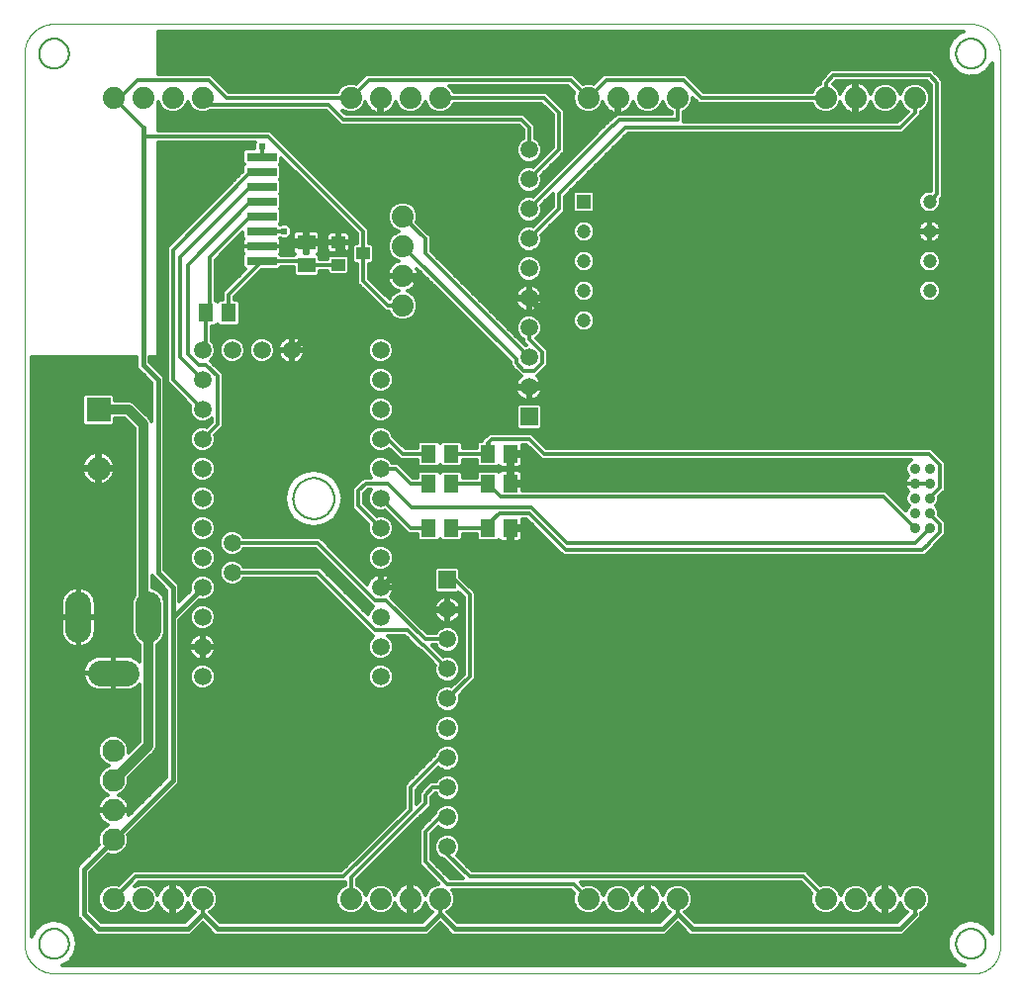
<source format=gtl>
G75*
%MOIN*%
%OFA0B0*%
%FSLAX25Y25*%
%IPPOS*%
%LPD*%
%AMOC8*
5,1,8,0,0,1.08239X$1,22.5*
%
%ADD10C,0.00000*%
%ADD11C,0.00600*%
%ADD12C,0.07400*%
%ADD13C,0.08600*%
%ADD14C,0.05906*%
%ADD15R,0.04724X0.04724*%
%ADD16C,0.04724*%
%ADD17R,0.10000X0.03000*%
%ADD18R,0.05118X0.05906*%
%ADD19R,0.05906X0.05118*%
%ADD20R,0.08000X0.08000*%
%ADD21C,0.08000*%
%ADD22R,0.04724X0.04000*%
%ADD23C,0.03562*%
%ADD24C,0.07600*%
%ADD25R,0.05906X0.05906*%
%ADD26C,0.01200*%
%ADD27C,0.02400*%
%ADD28C,0.03200*%
%ADD29C,0.01600*%
%ADD30C,0.02400*%
D10*
X0013520Y0011600D02*
X0013520Y0311561D01*
X0013523Y0311803D01*
X0013532Y0312044D01*
X0013546Y0312285D01*
X0013567Y0312526D01*
X0013593Y0312766D01*
X0013625Y0313006D01*
X0013663Y0313245D01*
X0013706Y0313482D01*
X0013756Y0313719D01*
X0013811Y0313954D01*
X0013871Y0314188D01*
X0013938Y0314420D01*
X0014009Y0314651D01*
X0014087Y0314880D01*
X0014170Y0315107D01*
X0014258Y0315332D01*
X0014352Y0315555D01*
X0014451Y0315775D01*
X0014556Y0315993D01*
X0014665Y0316208D01*
X0014780Y0316421D01*
X0014900Y0316631D01*
X0015025Y0316837D01*
X0015155Y0317041D01*
X0015290Y0317242D01*
X0015430Y0317439D01*
X0015574Y0317633D01*
X0015723Y0317823D01*
X0015877Y0318009D01*
X0016035Y0318192D01*
X0016197Y0318371D01*
X0016364Y0318546D01*
X0016535Y0318717D01*
X0016710Y0318884D01*
X0016889Y0319046D01*
X0017072Y0319204D01*
X0017258Y0319358D01*
X0017448Y0319507D01*
X0017642Y0319651D01*
X0017839Y0319791D01*
X0018040Y0319926D01*
X0018244Y0320056D01*
X0018450Y0320181D01*
X0018660Y0320301D01*
X0018873Y0320416D01*
X0019088Y0320525D01*
X0019306Y0320630D01*
X0019526Y0320729D01*
X0019749Y0320823D01*
X0019974Y0320911D01*
X0020201Y0320994D01*
X0020430Y0321072D01*
X0020661Y0321143D01*
X0020893Y0321210D01*
X0021127Y0321270D01*
X0021362Y0321325D01*
X0021599Y0321375D01*
X0021836Y0321418D01*
X0022075Y0321456D01*
X0022315Y0321488D01*
X0022555Y0321514D01*
X0022796Y0321535D01*
X0023037Y0321549D01*
X0023278Y0321558D01*
X0023520Y0321561D01*
X0332260Y0321561D01*
X0332501Y0321558D01*
X0332741Y0321549D01*
X0332982Y0321535D01*
X0333221Y0321514D01*
X0333461Y0321488D01*
X0333699Y0321456D01*
X0333937Y0321419D01*
X0334174Y0321375D01*
X0334409Y0321326D01*
X0334644Y0321272D01*
X0334877Y0321211D01*
X0335108Y0321145D01*
X0335338Y0321073D01*
X0335566Y0320996D01*
X0335792Y0320914D01*
X0336016Y0320826D01*
X0336238Y0320732D01*
X0336458Y0320633D01*
X0336675Y0320529D01*
X0336889Y0320420D01*
X0337101Y0320306D01*
X0337310Y0320186D01*
X0337516Y0320062D01*
X0337719Y0319932D01*
X0337918Y0319798D01*
X0338115Y0319659D01*
X0338308Y0319515D01*
X0338497Y0319366D01*
X0338683Y0319213D01*
X0338865Y0319056D01*
X0339044Y0318894D01*
X0339218Y0318728D01*
X0339388Y0318558D01*
X0339554Y0318384D01*
X0339716Y0318205D01*
X0339873Y0318023D01*
X0340026Y0317837D01*
X0340175Y0317648D01*
X0340319Y0317455D01*
X0340458Y0317258D01*
X0340592Y0317059D01*
X0340722Y0316856D01*
X0340846Y0316650D01*
X0340966Y0316441D01*
X0341080Y0316229D01*
X0341189Y0316015D01*
X0341293Y0315798D01*
X0341392Y0315578D01*
X0341486Y0315356D01*
X0341574Y0315132D01*
X0341656Y0314906D01*
X0341733Y0314678D01*
X0341805Y0314448D01*
X0341871Y0314217D01*
X0341932Y0313984D01*
X0341986Y0313749D01*
X0342035Y0313514D01*
X0342079Y0313277D01*
X0342116Y0313039D01*
X0342148Y0312801D01*
X0342174Y0312561D01*
X0342195Y0312322D01*
X0342209Y0312081D01*
X0342218Y0311841D01*
X0342221Y0311600D01*
X0342220Y0311600D02*
X0342220Y0010301D01*
X0342221Y0010301D02*
X0342218Y0010091D01*
X0342211Y0009881D01*
X0342198Y0009671D01*
X0342180Y0009461D01*
X0342158Y0009252D01*
X0342130Y0009044D01*
X0342097Y0008836D01*
X0342059Y0008629D01*
X0342016Y0008423D01*
X0341968Y0008219D01*
X0341915Y0008015D01*
X0341858Y0007813D01*
X0341795Y0007612D01*
X0341728Y0007413D01*
X0341656Y0007216D01*
X0341579Y0007020D01*
X0341497Y0006826D01*
X0341411Y0006634D01*
X0341320Y0006445D01*
X0341224Y0006257D01*
X0341124Y0006072D01*
X0341020Y0005890D01*
X0340911Y0005710D01*
X0340798Y0005533D01*
X0340681Y0005358D01*
X0340559Y0005187D01*
X0340434Y0005018D01*
X0340304Y0004853D01*
X0340170Y0004690D01*
X0340033Y0004531D01*
X0339891Y0004375D01*
X0339746Y0004223D01*
X0339598Y0004075D01*
X0339446Y0003930D01*
X0339290Y0003788D01*
X0339131Y0003651D01*
X0338968Y0003517D01*
X0338803Y0003387D01*
X0338634Y0003262D01*
X0338463Y0003140D01*
X0338288Y0003023D01*
X0338111Y0002910D01*
X0337931Y0002801D01*
X0337749Y0002697D01*
X0337564Y0002597D01*
X0337376Y0002501D01*
X0337187Y0002410D01*
X0336995Y0002324D01*
X0336801Y0002242D01*
X0336605Y0002165D01*
X0336408Y0002093D01*
X0336209Y0002026D01*
X0336008Y0001963D01*
X0335806Y0001906D01*
X0335602Y0001853D01*
X0335398Y0001805D01*
X0335192Y0001762D01*
X0334985Y0001724D01*
X0334777Y0001691D01*
X0334569Y0001663D01*
X0334360Y0001641D01*
X0334150Y0001623D01*
X0333940Y0001610D01*
X0333730Y0001603D01*
X0333520Y0001600D01*
X0023520Y0001600D01*
X0023278Y0001603D01*
X0023037Y0001612D01*
X0022796Y0001626D01*
X0022555Y0001647D01*
X0022315Y0001673D01*
X0022075Y0001705D01*
X0021836Y0001743D01*
X0021599Y0001786D01*
X0021362Y0001836D01*
X0021127Y0001891D01*
X0020893Y0001951D01*
X0020661Y0002018D01*
X0020430Y0002089D01*
X0020201Y0002167D01*
X0019974Y0002250D01*
X0019749Y0002338D01*
X0019526Y0002432D01*
X0019306Y0002531D01*
X0019088Y0002636D01*
X0018873Y0002745D01*
X0018660Y0002860D01*
X0018450Y0002980D01*
X0018244Y0003105D01*
X0018040Y0003235D01*
X0017839Y0003370D01*
X0017642Y0003510D01*
X0017448Y0003654D01*
X0017258Y0003803D01*
X0017072Y0003957D01*
X0016889Y0004115D01*
X0016710Y0004277D01*
X0016535Y0004444D01*
X0016364Y0004615D01*
X0016197Y0004790D01*
X0016035Y0004969D01*
X0015877Y0005152D01*
X0015723Y0005338D01*
X0015574Y0005528D01*
X0015430Y0005722D01*
X0015290Y0005919D01*
X0015155Y0006120D01*
X0015025Y0006324D01*
X0014900Y0006530D01*
X0014780Y0006740D01*
X0014665Y0006953D01*
X0014556Y0007168D01*
X0014451Y0007386D01*
X0014352Y0007606D01*
X0014258Y0007829D01*
X0014170Y0008054D01*
X0014087Y0008281D01*
X0014009Y0008510D01*
X0013938Y0008741D01*
X0013871Y0008973D01*
X0013811Y0009207D01*
X0013756Y0009442D01*
X0013706Y0009679D01*
X0013663Y0009916D01*
X0013625Y0010155D01*
X0013593Y0010395D01*
X0013567Y0010635D01*
X0013546Y0010876D01*
X0013532Y0011117D01*
X0013523Y0011358D01*
X0013520Y0011600D01*
D11*
X0018520Y0011600D02*
X0018522Y0011741D01*
X0018528Y0011882D01*
X0018538Y0012022D01*
X0018552Y0012162D01*
X0018570Y0012302D01*
X0018591Y0012441D01*
X0018617Y0012580D01*
X0018646Y0012718D01*
X0018680Y0012854D01*
X0018717Y0012990D01*
X0018758Y0013125D01*
X0018803Y0013259D01*
X0018852Y0013391D01*
X0018904Y0013522D01*
X0018960Y0013651D01*
X0019020Y0013778D01*
X0019083Y0013904D01*
X0019149Y0014028D01*
X0019220Y0014151D01*
X0019293Y0014271D01*
X0019370Y0014389D01*
X0019450Y0014505D01*
X0019534Y0014618D01*
X0019620Y0014729D01*
X0019710Y0014838D01*
X0019803Y0014944D01*
X0019898Y0015047D01*
X0019997Y0015148D01*
X0020098Y0015246D01*
X0020202Y0015341D01*
X0020309Y0015433D01*
X0020418Y0015522D01*
X0020530Y0015607D01*
X0020644Y0015690D01*
X0020760Y0015770D01*
X0020879Y0015846D01*
X0021000Y0015918D01*
X0021122Y0015988D01*
X0021247Y0016053D01*
X0021373Y0016116D01*
X0021501Y0016174D01*
X0021631Y0016229D01*
X0021762Y0016281D01*
X0021895Y0016328D01*
X0022029Y0016372D01*
X0022164Y0016413D01*
X0022300Y0016449D01*
X0022437Y0016481D01*
X0022575Y0016510D01*
X0022713Y0016535D01*
X0022853Y0016555D01*
X0022993Y0016572D01*
X0023133Y0016585D01*
X0023274Y0016594D01*
X0023414Y0016599D01*
X0023555Y0016600D01*
X0023696Y0016597D01*
X0023837Y0016590D01*
X0023977Y0016579D01*
X0024117Y0016564D01*
X0024257Y0016545D01*
X0024396Y0016523D01*
X0024534Y0016496D01*
X0024672Y0016466D01*
X0024808Y0016431D01*
X0024944Y0016393D01*
X0025078Y0016351D01*
X0025212Y0016305D01*
X0025344Y0016256D01*
X0025474Y0016202D01*
X0025603Y0016145D01*
X0025730Y0016085D01*
X0025856Y0016021D01*
X0025979Y0015953D01*
X0026101Y0015882D01*
X0026221Y0015808D01*
X0026338Y0015730D01*
X0026453Y0015649D01*
X0026566Y0015565D01*
X0026677Y0015478D01*
X0026785Y0015387D01*
X0026890Y0015294D01*
X0026993Y0015197D01*
X0027093Y0015098D01*
X0027190Y0014996D01*
X0027284Y0014891D01*
X0027375Y0014784D01*
X0027463Y0014674D01*
X0027548Y0014562D01*
X0027630Y0014447D01*
X0027709Y0014330D01*
X0027784Y0014211D01*
X0027856Y0014090D01*
X0027924Y0013967D01*
X0027989Y0013842D01*
X0028051Y0013715D01*
X0028108Y0013586D01*
X0028163Y0013456D01*
X0028213Y0013325D01*
X0028260Y0013192D01*
X0028303Y0013058D01*
X0028342Y0012922D01*
X0028377Y0012786D01*
X0028409Y0012649D01*
X0028436Y0012511D01*
X0028460Y0012372D01*
X0028480Y0012232D01*
X0028496Y0012092D01*
X0028508Y0011952D01*
X0028516Y0011811D01*
X0028520Y0011670D01*
X0028520Y0011530D01*
X0028516Y0011389D01*
X0028508Y0011248D01*
X0028496Y0011108D01*
X0028480Y0010968D01*
X0028460Y0010828D01*
X0028436Y0010689D01*
X0028409Y0010551D01*
X0028377Y0010414D01*
X0028342Y0010278D01*
X0028303Y0010142D01*
X0028260Y0010008D01*
X0028213Y0009875D01*
X0028163Y0009744D01*
X0028108Y0009614D01*
X0028051Y0009485D01*
X0027989Y0009358D01*
X0027924Y0009233D01*
X0027856Y0009110D01*
X0027784Y0008989D01*
X0027709Y0008870D01*
X0027630Y0008753D01*
X0027548Y0008638D01*
X0027463Y0008526D01*
X0027375Y0008416D01*
X0027284Y0008309D01*
X0027190Y0008204D01*
X0027093Y0008102D01*
X0026993Y0008003D01*
X0026890Y0007906D01*
X0026785Y0007813D01*
X0026677Y0007722D01*
X0026566Y0007635D01*
X0026453Y0007551D01*
X0026338Y0007470D01*
X0026221Y0007392D01*
X0026101Y0007318D01*
X0025979Y0007247D01*
X0025856Y0007179D01*
X0025730Y0007115D01*
X0025603Y0007055D01*
X0025474Y0006998D01*
X0025344Y0006944D01*
X0025212Y0006895D01*
X0025078Y0006849D01*
X0024944Y0006807D01*
X0024808Y0006769D01*
X0024672Y0006734D01*
X0024534Y0006704D01*
X0024396Y0006677D01*
X0024257Y0006655D01*
X0024117Y0006636D01*
X0023977Y0006621D01*
X0023837Y0006610D01*
X0023696Y0006603D01*
X0023555Y0006600D01*
X0023414Y0006601D01*
X0023274Y0006606D01*
X0023133Y0006615D01*
X0022993Y0006628D01*
X0022853Y0006645D01*
X0022713Y0006665D01*
X0022575Y0006690D01*
X0022437Y0006719D01*
X0022300Y0006751D01*
X0022164Y0006787D01*
X0022029Y0006828D01*
X0021895Y0006872D01*
X0021762Y0006919D01*
X0021631Y0006971D01*
X0021501Y0007026D01*
X0021373Y0007084D01*
X0021247Y0007147D01*
X0021122Y0007212D01*
X0021000Y0007282D01*
X0020879Y0007354D01*
X0020760Y0007430D01*
X0020644Y0007510D01*
X0020530Y0007593D01*
X0020418Y0007678D01*
X0020309Y0007767D01*
X0020202Y0007859D01*
X0020098Y0007954D01*
X0019997Y0008052D01*
X0019898Y0008153D01*
X0019803Y0008256D01*
X0019710Y0008362D01*
X0019620Y0008471D01*
X0019534Y0008582D01*
X0019450Y0008695D01*
X0019370Y0008811D01*
X0019293Y0008929D01*
X0019220Y0009049D01*
X0019149Y0009172D01*
X0019083Y0009296D01*
X0019020Y0009422D01*
X0018960Y0009549D01*
X0018904Y0009678D01*
X0018852Y0009809D01*
X0018803Y0009941D01*
X0018758Y0010075D01*
X0018717Y0010210D01*
X0018680Y0010346D01*
X0018646Y0010482D01*
X0018617Y0010620D01*
X0018591Y0010759D01*
X0018570Y0010898D01*
X0018552Y0011038D01*
X0018538Y0011178D01*
X0018528Y0011318D01*
X0018522Y0011459D01*
X0018520Y0011600D01*
X0104130Y0161600D02*
X0104132Y0161769D01*
X0104138Y0161938D01*
X0104149Y0162107D01*
X0104163Y0162275D01*
X0104182Y0162443D01*
X0104205Y0162611D01*
X0104231Y0162778D01*
X0104262Y0162944D01*
X0104297Y0163110D01*
X0104336Y0163274D01*
X0104380Y0163438D01*
X0104427Y0163600D01*
X0104478Y0163761D01*
X0104533Y0163921D01*
X0104592Y0164080D01*
X0104654Y0164237D01*
X0104721Y0164392D01*
X0104792Y0164546D01*
X0104866Y0164698D01*
X0104944Y0164848D01*
X0105025Y0164996D01*
X0105110Y0165142D01*
X0105199Y0165286D01*
X0105291Y0165428D01*
X0105387Y0165567D01*
X0105486Y0165704D01*
X0105588Y0165839D01*
X0105694Y0165971D01*
X0105803Y0166100D01*
X0105915Y0166227D01*
X0106030Y0166351D01*
X0106148Y0166472D01*
X0106269Y0166590D01*
X0106393Y0166705D01*
X0106520Y0166817D01*
X0106649Y0166926D01*
X0106781Y0167032D01*
X0106916Y0167134D01*
X0107053Y0167233D01*
X0107192Y0167329D01*
X0107334Y0167421D01*
X0107478Y0167510D01*
X0107624Y0167595D01*
X0107772Y0167676D01*
X0107922Y0167754D01*
X0108074Y0167828D01*
X0108228Y0167899D01*
X0108383Y0167966D01*
X0108540Y0168028D01*
X0108699Y0168087D01*
X0108859Y0168142D01*
X0109020Y0168193D01*
X0109182Y0168240D01*
X0109346Y0168284D01*
X0109510Y0168323D01*
X0109676Y0168358D01*
X0109842Y0168389D01*
X0110009Y0168415D01*
X0110177Y0168438D01*
X0110345Y0168457D01*
X0110513Y0168471D01*
X0110682Y0168482D01*
X0110851Y0168488D01*
X0111020Y0168490D01*
X0111189Y0168488D01*
X0111358Y0168482D01*
X0111527Y0168471D01*
X0111695Y0168457D01*
X0111863Y0168438D01*
X0112031Y0168415D01*
X0112198Y0168389D01*
X0112364Y0168358D01*
X0112530Y0168323D01*
X0112694Y0168284D01*
X0112858Y0168240D01*
X0113020Y0168193D01*
X0113181Y0168142D01*
X0113341Y0168087D01*
X0113500Y0168028D01*
X0113657Y0167966D01*
X0113812Y0167899D01*
X0113966Y0167828D01*
X0114118Y0167754D01*
X0114268Y0167676D01*
X0114416Y0167595D01*
X0114562Y0167510D01*
X0114706Y0167421D01*
X0114848Y0167329D01*
X0114987Y0167233D01*
X0115124Y0167134D01*
X0115259Y0167032D01*
X0115391Y0166926D01*
X0115520Y0166817D01*
X0115647Y0166705D01*
X0115771Y0166590D01*
X0115892Y0166472D01*
X0116010Y0166351D01*
X0116125Y0166227D01*
X0116237Y0166100D01*
X0116346Y0165971D01*
X0116452Y0165839D01*
X0116554Y0165704D01*
X0116653Y0165567D01*
X0116749Y0165428D01*
X0116841Y0165286D01*
X0116930Y0165142D01*
X0117015Y0164996D01*
X0117096Y0164848D01*
X0117174Y0164698D01*
X0117248Y0164546D01*
X0117319Y0164392D01*
X0117386Y0164237D01*
X0117448Y0164080D01*
X0117507Y0163921D01*
X0117562Y0163761D01*
X0117613Y0163600D01*
X0117660Y0163438D01*
X0117704Y0163274D01*
X0117743Y0163110D01*
X0117778Y0162944D01*
X0117809Y0162778D01*
X0117835Y0162611D01*
X0117858Y0162443D01*
X0117877Y0162275D01*
X0117891Y0162107D01*
X0117902Y0161938D01*
X0117908Y0161769D01*
X0117910Y0161600D01*
X0117908Y0161431D01*
X0117902Y0161262D01*
X0117891Y0161093D01*
X0117877Y0160925D01*
X0117858Y0160757D01*
X0117835Y0160589D01*
X0117809Y0160422D01*
X0117778Y0160256D01*
X0117743Y0160090D01*
X0117704Y0159926D01*
X0117660Y0159762D01*
X0117613Y0159600D01*
X0117562Y0159439D01*
X0117507Y0159279D01*
X0117448Y0159120D01*
X0117386Y0158963D01*
X0117319Y0158808D01*
X0117248Y0158654D01*
X0117174Y0158502D01*
X0117096Y0158352D01*
X0117015Y0158204D01*
X0116930Y0158058D01*
X0116841Y0157914D01*
X0116749Y0157772D01*
X0116653Y0157633D01*
X0116554Y0157496D01*
X0116452Y0157361D01*
X0116346Y0157229D01*
X0116237Y0157100D01*
X0116125Y0156973D01*
X0116010Y0156849D01*
X0115892Y0156728D01*
X0115771Y0156610D01*
X0115647Y0156495D01*
X0115520Y0156383D01*
X0115391Y0156274D01*
X0115259Y0156168D01*
X0115124Y0156066D01*
X0114987Y0155967D01*
X0114848Y0155871D01*
X0114706Y0155779D01*
X0114562Y0155690D01*
X0114416Y0155605D01*
X0114268Y0155524D01*
X0114118Y0155446D01*
X0113966Y0155372D01*
X0113812Y0155301D01*
X0113657Y0155234D01*
X0113500Y0155172D01*
X0113341Y0155113D01*
X0113181Y0155058D01*
X0113020Y0155007D01*
X0112858Y0154960D01*
X0112694Y0154916D01*
X0112530Y0154877D01*
X0112364Y0154842D01*
X0112198Y0154811D01*
X0112031Y0154785D01*
X0111863Y0154762D01*
X0111695Y0154743D01*
X0111527Y0154729D01*
X0111358Y0154718D01*
X0111189Y0154712D01*
X0111020Y0154710D01*
X0110851Y0154712D01*
X0110682Y0154718D01*
X0110513Y0154729D01*
X0110345Y0154743D01*
X0110177Y0154762D01*
X0110009Y0154785D01*
X0109842Y0154811D01*
X0109676Y0154842D01*
X0109510Y0154877D01*
X0109346Y0154916D01*
X0109182Y0154960D01*
X0109020Y0155007D01*
X0108859Y0155058D01*
X0108699Y0155113D01*
X0108540Y0155172D01*
X0108383Y0155234D01*
X0108228Y0155301D01*
X0108074Y0155372D01*
X0107922Y0155446D01*
X0107772Y0155524D01*
X0107624Y0155605D01*
X0107478Y0155690D01*
X0107334Y0155779D01*
X0107192Y0155871D01*
X0107053Y0155967D01*
X0106916Y0156066D01*
X0106781Y0156168D01*
X0106649Y0156274D01*
X0106520Y0156383D01*
X0106393Y0156495D01*
X0106269Y0156610D01*
X0106148Y0156728D01*
X0106030Y0156849D01*
X0105915Y0156973D01*
X0105803Y0157100D01*
X0105694Y0157229D01*
X0105588Y0157361D01*
X0105486Y0157496D01*
X0105387Y0157633D01*
X0105291Y0157772D01*
X0105199Y0157914D01*
X0105110Y0158058D01*
X0105025Y0158204D01*
X0104944Y0158352D01*
X0104866Y0158502D01*
X0104792Y0158654D01*
X0104721Y0158808D01*
X0104654Y0158963D01*
X0104592Y0159120D01*
X0104533Y0159279D01*
X0104478Y0159439D01*
X0104427Y0159600D01*
X0104380Y0159762D01*
X0104336Y0159926D01*
X0104297Y0160090D01*
X0104262Y0160256D01*
X0104231Y0160422D01*
X0104205Y0160589D01*
X0104182Y0160757D01*
X0104163Y0160925D01*
X0104149Y0161093D01*
X0104138Y0161262D01*
X0104132Y0161431D01*
X0104130Y0161600D01*
X0018520Y0311600D02*
X0018522Y0311741D01*
X0018528Y0311882D01*
X0018538Y0312022D01*
X0018552Y0312162D01*
X0018570Y0312302D01*
X0018591Y0312441D01*
X0018617Y0312580D01*
X0018646Y0312718D01*
X0018680Y0312854D01*
X0018717Y0312990D01*
X0018758Y0313125D01*
X0018803Y0313259D01*
X0018852Y0313391D01*
X0018904Y0313522D01*
X0018960Y0313651D01*
X0019020Y0313778D01*
X0019083Y0313904D01*
X0019149Y0314028D01*
X0019220Y0314151D01*
X0019293Y0314271D01*
X0019370Y0314389D01*
X0019450Y0314505D01*
X0019534Y0314618D01*
X0019620Y0314729D01*
X0019710Y0314838D01*
X0019803Y0314944D01*
X0019898Y0315047D01*
X0019997Y0315148D01*
X0020098Y0315246D01*
X0020202Y0315341D01*
X0020309Y0315433D01*
X0020418Y0315522D01*
X0020530Y0315607D01*
X0020644Y0315690D01*
X0020760Y0315770D01*
X0020879Y0315846D01*
X0021000Y0315918D01*
X0021122Y0315988D01*
X0021247Y0316053D01*
X0021373Y0316116D01*
X0021501Y0316174D01*
X0021631Y0316229D01*
X0021762Y0316281D01*
X0021895Y0316328D01*
X0022029Y0316372D01*
X0022164Y0316413D01*
X0022300Y0316449D01*
X0022437Y0316481D01*
X0022575Y0316510D01*
X0022713Y0316535D01*
X0022853Y0316555D01*
X0022993Y0316572D01*
X0023133Y0316585D01*
X0023274Y0316594D01*
X0023414Y0316599D01*
X0023555Y0316600D01*
X0023696Y0316597D01*
X0023837Y0316590D01*
X0023977Y0316579D01*
X0024117Y0316564D01*
X0024257Y0316545D01*
X0024396Y0316523D01*
X0024534Y0316496D01*
X0024672Y0316466D01*
X0024808Y0316431D01*
X0024944Y0316393D01*
X0025078Y0316351D01*
X0025212Y0316305D01*
X0025344Y0316256D01*
X0025474Y0316202D01*
X0025603Y0316145D01*
X0025730Y0316085D01*
X0025856Y0316021D01*
X0025979Y0315953D01*
X0026101Y0315882D01*
X0026221Y0315808D01*
X0026338Y0315730D01*
X0026453Y0315649D01*
X0026566Y0315565D01*
X0026677Y0315478D01*
X0026785Y0315387D01*
X0026890Y0315294D01*
X0026993Y0315197D01*
X0027093Y0315098D01*
X0027190Y0314996D01*
X0027284Y0314891D01*
X0027375Y0314784D01*
X0027463Y0314674D01*
X0027548Y0314562D01*
X0027630Y0314447D01*
X0027709Y0314330D01*
X0027784Y0314211D01*
X0027856Y0314090D01*
X0027924Y0313967D01*
X0027989Y0313842D01*
X0028051Y0313715D01*
X0028108Y0313586D01*
X0028163Y0313456D01*
X0028213Y0313325D01*
X0028260Y0313192D01*
X0028303Y0313058D01*
X0028342Y0312922D01*
X0028377Y0312786D01*
X0028409Y0312649D01*
X0028436Y0312511D01*
X0028460Y0312372D01*
X0028480Y0312232D01*
X0028496Y0312092D01*
X0028508Y0311952D01*
X0028516Y0311811D01*
X0028520Y0311670D01*
X0028520Y0311530D01*
X0028516Y0311389D01*
X0028508Y0311248D01*
X0028496Y0311108D01*
X0028480Y0310968D01*
X0028460Y0310828D01*
X0028436Y0310689D01*
X0028409Y0310551D01*
X0028377Y0310414D01*
X0028342Y0310278D01*
X0028303Y0310142D01*
X0028260Y0310008D01*
X0028213Y0309875D01*
X0028163Y0309744D01*
X0028108Y0309614D01*
X0028051Y0309485D01*
X0027989Y0309358D01*
X0027924Y0309233D01*
X0027856Y0309110D01*
X0027784Y0308989D01*
X0027709Y0308870D01*
X0027630Y0308753D01*
X0027548Y0308638D01*
X0027463Y0308526D01*
X0027375Y0308416D01*
X0027284Y0308309D01*
X0027190Y0308204D01*
X0027093Y0308102D01*
X0026993Y0308003D01*
X0026890Y0307906D01*
X0026785Y0307813D01*
X0026677Y0307722D01*
X0026566Y0307635D01*
X0026453Y0307551D01*
X0026338Y0307470D01*
X0026221Y0307392D01*
X0026101Y0307318D01*
X0025979Y0307247D01*
X0025856Y0307179D01*
X0025730Y0307115D01*
X0025603Y0307055D01*
X0025474Y0306998D01*
X0025344Y0306944D01*
X0025212Y0306895D01*
X0025078Y0306849D01*
X0024944Y0306807D01*
X0024808Y0306769D01*
X0024672Y0306734D01*
X0024534Y0306704D01*
X0024396Y0306677D01*
X0024257Y0306655D01*
X0024117Y0306636D01*
X0023977Y0306621D01*
X0023837Y0306610D01*
X0023696Y0306603D01*
X0023555Y0306600D01*
X0023414Y0306601D01*
X0023274Y0306606D01*
X0023133Y0306615D01*
X0022993Y0306628D01*
X0022853Y0306645D01*
X0022713Y0306665D01*
X0022575Y0306690D01*
X0022437Y0306719D01*
X0022300Y0306751D01*
X0022164Y0306787D01*
X0022029Y0306828D01*
X0021895Y0306872D01*
X0021762Y0306919D01*
X0021631Y0306971D01*
X0021501Y0307026D01*
X0021373Y0307084D01*
X0021247Y0307147D01*
X0021122Y0307212D01*
X0021000Y0307282D01*
X0020879Y0307354D01*
X0020760Y0307430D01*
X0020644Y0307510D01*
X0020530Y0307593D01*
X0020418Y0307678D01*
X0020309Y0307767D01*
X0020202Y0307859D01*
X0020098Y0307954D01*
X0019997Y0308052D01*
X0019898Y0308153D01*
X0019803Y0308256D01*
X0019710Y0308362D01*
X0019620Y0308471D01*
X0019534Y0308582D01*
X0019450Y0308695D01*
X0019370Y0308811D01*
X0019293Y0308929D01*
X0019220Y0309049D01*
X0019149Y0309172D01*
X0019083Y0309296D01*
X0019020Y0309422D01*
X0018960Y0309549D01*
X0018904Y0309678D01*
X0018852Y0309809D01*
X0018803Y0309941D01*
X0018758Y0310075D01*
X0018717Y0310210D01*
X0018680Y0310346D01*
X0018646Y0310482D01*
X0018617Y0310620D01*
X0018591Y0310759D01*
X0018570Y0310898D01*
X0018552Y0311038D01*
X0018538Y0311178D01*
X0018528Y0311318D01*
X0018522Y0311459D01*
X0018520Y0311600D01*
X0327417Y0311600D02*
X0327419Y0311741D01*
X0327425Y0311882D01*
X0327435Y0312022D01*
X0327449Y0312162D01*
X0327467Y0312302D01*
X0327488Y0312441D01*
X0327514Y0312580D01*
X0327543Y0312718D01*
X0327577Y0312854D01*
X0327614Y0312990D01*
X0327655Y0313125D01*
X0327700Y0313259D01*
X0327749Y0313391D01*
X0327801Y0313522D01*
X0327857Y0313651D01*
X0327917Y0313778D01*
X0327980Y0313904D01*
X0328046Y0314028D01*
X0328117Y0314151D01*
X0328190Y0314271D01*
X0328267Y0314389D01*
X0328347Y0314505D01*
X0328431Y0314618D01*
X0328517Y0314729D01*
X0328607Y0314838D01*
X0328700Y0314944D01*
X0328795Y0315047D01*
X0328894Y0315148D01*
X0328995Y0315246D01*
X0329099Y0315341D01*
X0329206Y0315433D01*
X0329315Y0315522D01*
X0329427Y0315607D01*
X0329541Y0315690D01*
X0329657Y0315770D01*
X0329776Y0315846D01*
X0329897Y0315918D01*
X0330019Y0315988D01*
X0330144Y0316053D01*
X0330270Y0316116D01*
X0330398Y0316174D01*
X0330528Y0316229D01*
X0330659Y0316281D01*
X0330792Y0316328D01*
X0330926Y0316372D01*
X0331061Y0316413D01*
X0331197Y0316449D01*
X0331334Y0316481D01*
X0331472Y0316510D01*
X0331610Y0316535D01*
X0331750Y0316555D01*
X0331890Y0316572D01*
X0332030Y0316585D01*
X0332171Y0316594D01*
X0332311Y0316599D01*
X0332452Y0316600D01*
X0332593Y0316597D01*
X0332734Y0316590D01*
X0332874Y0316579D01*
X0333014Y0316564D01*
X0333154Y0316545D01*
X0333293Y0316523D01*
X0333431Y0316496D01*
X0333569Y0316466D01*
X0333705Y0316431D01*
X0333841Y0316393D01*
X0333975Y0316351D01*
X0334109Y0316305D01*
X0334241Y0316256D01*
X0334371Y0316202D01*
X0334500Y0316145D01*
X0334627Y0316085D01*
X0334753Y0316021D01*
X0334876Y0315953D01*
X0334998Y0315882D01*
X0335118Y0315808D01*
X0335235Y0315730D01*
X0335350Y0315649D01*
X0335463Y0315565D01*
X0335574Y0315478D01*
X0335682Y0315387D01*
X0335787Y0315294D01*
X0335890Y0315197D01*
X0335990Y0315098D01*
X0336087Y0314996D01*
X0336181Y0314891D01*
X0336272Y0314784D01*
X0336360Y0314674D01*
X0336445Y0314562D01*
X0336527Y0314447D01*
X0336606Y0314330D01*
X0336681Y0314211D01*
X0336753Y0314090D01*
X0336821Y0313967D01*
X0336886Y0313842D01*
X0336948Y0313715D01*
X0337005Y0313586D01*
X0337060Y0313456D01*
X0337110Y0313325D01*
X0337157Y0313192D01*
X0337200Y0313058D01*
X0337239Y0312922D01*
X0337274Y0312786D01*
X0337306Y0312649D01*
X0337333Y0312511D01*
X0337357Y0312372D01*
X0337377Y0312232D01*
X0337393Y0312092D01*
X0337405Y0311952D01*
X0337413Y0311811D01*
X0337417Y0311670D01*
X0337417Y0311530D01*
X0337413Y0311389D01*
X0337405Y0311248D01*
X0337393Y0311108D01*
X0337377Y0310968D01*
X0337357Y0310828D01*
X0337333Y0310689D01*
X0337306Y0310551D01*
X0337274Y0310414D01*
X0337239Y0310278D01*
X0337200Y0310142D01*
X0337157Y0310008D01*
X0337110Y0309875D01*
X0337060Y0309744D01*
X0337005Y0309614D01*
X0336948Y0309485D01*
X0336886Y0309358D01*
X0336821Y0309233D01*
X0336753Y0309110D01*
X0336681Y0308989D01*
X0336606Y0308870D01*
X0336527Y0308753D01*
X0336445Y0308638D01*
X0336360Y0308526D01*
X0336272Y0308416D01*
X0336181Y0308309D01*
X0336087Y0308204D01*
X0335990Y0308102D01*
X0335890Y0308003D01*
X0335787Y0307906D01*
X0335682Y0307813D01*
X0335574Y0307722D01*
X0335463Y0307635D01*
X0335350Y0307551D01*
X0335235Y0307470D01*
X0335118Y0307392D01*
X0334998Y0307318D01*
X0334876Y0307247D01*
X0334753Y0307179D01*
X0334627Y0307115D01*
X0334500Y0307055D01*
X0334371Y0306998D01*
X0334241Y0306944D01*
X0334109Y0306895D01*
X0333975Y0306849D01*
X0333841Y0306807D01*
X0333705Y0306769D01*
X0333569Y0306734D01*
X0333431Y0306704D01*
X0333293Y0306677D01*
X0333154Y0306655D01*
X0333014Y0306636D01*
X0332874Y0306621D01*
X0332734Y0306610D01*
X0332593Y0306603D01*
X0332452Y0306600D01*
X0332311Y0306601D01*
X0332171Y0306606D01*
X0332030Y0306615D01*
X0331890Y0306628D01*
X0331750Y0306645D01*
X0331610Y0306665D01*
X0331472Y0306690D01*
X0331334Y0306719D01*
X0331197Y0306751D01*
X0331061Y0306787D01*
X0330926Y0306828D01*
X0330792Y0306872D01*
X0330659Y0306919D01*
X0330528Y0306971D01*
X0330398Y0307026D01*
X0330270Y0307084D01*
X0330144Y0307147D01*
X0330019Y0307212D01*
X0329897Y0307282D01*
X0329776Y0307354D01*
X0329657Y0307430D01*
X0329541Y0307510D01*
X0329427Y0307593D01*
X0329315Y0307678D01*
X0329206Y0307767D01*
X0329099Y0307859D01*
X0328995Y0307954D01*
X0328894Y0308052D01*
X0328795Y0308153D01*
X0328700Y0308256D01*
X0328607Y0308362D01*
X0328517Y0308471D01*
X0328431Y0308582D01*
X0328347Y0308695D01*
X0328267Y0308811D01*
X0328190Y0308929D01*
X0328117Y0309049D01*
X0328046Y0309172D01*
X0327980Y0309296D01*
X0327917Y0309422D01*
X0327857Y0309549D01*
X0327801Y0309678D01*
X0327749Y0309809D01*
X0327700Y0309941D01*
X0327655Y0310075D01*
X0327614Y0310210D01*
X0327577Y0310346D01*
X0327543Y0310482D01*
X0327514Y0310620D01*
X0327488Y0310759D01*
X0327467Y0310898D01*
X0327449Y0311038D01*
X0327435Y0311178D01*
X0327425Y0311318D01*
X0327419Y0311459D01*
X0327417Y0311600D01*
X0327417Y0011600D02*
X0327419Y0011741D01*
X0327425Y0011882D01*
X0327435Y0012022D01*
X0327449Y0012162D01*
X0327467Y0012302D01*
X0327488Y0012441D01*
X0327514Y0012580D01*
X0327543Y0012718D01*
X0327577Y0012854D01*
X0327614Y0012990D01*
X0327655Y0013125D01*
X0327700Y0013259D01*
X0327749Y0013391D01*
X0327801Y0013522D01*
X0327857Y0013651D01*
X0327917Y0013778D01*
X0327980Y0013904D01*
X0328046Y0014028D01*
X0328117Y0014151D01*
X0328190Y0014271D01*
X0328267Y0014389D01*
X0328347Y0014505D01*
X0328431Y0014618D01*
X0328517Y0014729D01*
X0328607Y0014838D01*
X0328700Y0014944D01*
X0328795Y0015047D01*
X0328894Y0015148D01*
X0328995Y0015246D01*
X0329099Y0015341D01*
X0329206Y0015433D01*
X0329315Y0015522D01*
X0329427Y0015607D01*
X0329541Y0015690D01*
X0329657Y0015770D01*
X0329776Y0015846D01*
X0329897Y0015918D01*
X0330019Y0015988D01*
X0330144Y0016053D01*
X0330270Y0016116D01*
X0330398Y0016174D01*
X0330528Y0016229D01*
X0330659Y0016281D01*
X0330792Y0016328D01*
X0330926Y0016372D01*
X0331061Y0016413D01*
X0331197Y0016449D01*
X0331334Y0016481D01*
X0331472Y0016510D01*
X0331610Y0016535D01*
X0331750Y0016555D01*
X0331890Y0016572D01*
X0332030Y0016585D01*
X0332171Y0016594D01*
X0332311Y0016599D01*
X0332452Y0016600D01*
X0332593Y0016597D01*
X0332734Y0016590D01*
X0332874Y0016579D01*
X0333014Y0016564D01*
X0333154Y0016545D01*
X0333293Y0016523D01*
X0333431Y0016496D01*
X0333569Y0016466D01*
X0333705Y0016431D01*
X0333841Y0016393D01*
X0333975Y0016351D01*
X0334109Y0016305D01*
X0334241Y0016256D01*
X0334371Y0016202D01*
X0334500Y0016145D01*
X0334627Y0016085D01*
X0334753Y0016021D01*
X0334876Y0015953D01*
X0334998Y0015882D01*
X0335118Y0015808D01*
X0335235Y0015730D01*
X0335350Y0015649D01*
X0335463Y0015565D01*
X0335574Y0015478D01*
X0335682Y0015387D01*
X0335787Y0015294D01*
X0335890Y0015197D01*
X0335990Y0015098D01*
X0336087Y0014996D01*
X0336181Y0014891D01*
X0336272Y0014784D01*
X0336360Y0014674D01*
X0336445Y0014562D01*
X0336527Y0014447D01*
X0336606Y0014330D01*
X0336681Y0014211D01*
X0336753Y0014090D01*
X0336821Y0013967D01*
X0336886Y0013842D01*
X0336948Y0013715D01*
X0337005Y0013586D01*
X0337060Y0013456D01*
X0337110Y0013325D01*
X0337157Y0013192D01*
X0337200Y0013058D01*
X0337239Y0012922D01*
X0337274Y0012786D01*
X0337306Y0012649D01*
X0337333Y0012511D01*
X0337357Y0012372D01*
X0337377Y0012232D01*
X0337393Y0012092D01*
X0337405Y0011952D01*
X0337413Y0011811D01*
X0337417Y0011670D01*
X0337417Y0011530D01*
X0337413Y0011389D01*
X0337405Y0011248D01*
X0337393Y0011108D01*
X0337377Y0010968D01*
X0337357Y0010828D01*
X0337333Y0010689D01*
X0337306Y0010551D01*
X0337274Y0010414D01*
X0337239Y0010278D01*
X0337200Y0010142D01*
X0337157Y0010008D01*
X0337110Y0009875D01*
X0337060Y0009744D01*
X0337005Y0009614D01*
X0336948Y0009485D01*
X0336886Y0009358D01*
X0336821Y0009233D01*
X0336753Y0009110D01*
X0336681Y0008989D01*
X0336606Y0008870D01*
X0336527Y0008753D01*
X0336445Y0008638D01*
X0336360Y0008526D01*
X0336272Y0008416D01*
X0336181Y0008309D01*
X0336087Y0008204D01*
X0335990Y0008102D01*
X0335890Y0008003D01*
X0335787Y0007906D01*
X0335682Y0007813D01*
X0335574Y0007722D01*
X0335463Y0007635D01*
X0335350Y0007551D01*
X0335235Y0007470D01*
X0335118Y0007392D01*
X0334998Y0007318D01*
X0334876Y0007247D01*
X0334753Y0007179D01*
X0334627Y0007115D01*
X0334500Y0007055D01*
X0334371Y0006998D01*
X0334241Y0006944D01*
X0334109Y0006895D01*
X0333975Y0006849D01*
X0333841Y0006807D01*
X0333705Y0006769D01*
X0333569Y0006734D01*
X0333431Y0006704D01*
X0333293Y0006677D01*
X0333154Y0006655D01*
X0333014Y0006636D01*
X0332874Y0006621D01*
X0332734Y0006610D01*
X0332593Y0006603D01*
X0332452Y0006600D01*
X0332311Y0006601D01*
X0332171Y0006606D01*
X0332030Y0006615D01*
X0331890Y0006628D01*
X0331750Y0006645D01*
X0331610Y0006665D01*
X0331472Y0006690D01*
X0331334Y0006719D01*
X0331197Y0006751D01*
X0331061Y0006787D01*
X0330926Y0006828D01*
X0330792Y0006872D01*
X0330659Y0006919D01*
X0330528Y0006971D01*
X0330398Y0007026D01*
X0330270Y0007084D01*
X0330144Y0007147D01*
X0330019Y0007212D01*
X0329897Y0007282D01*
X0329776Y0007354D01*
X0329657Y0007430D01*
X0329541Y0007510D01*
X0329427Y0007593D01*
X0329315Y0007678D01*
X0329206Y0007767D01*
X0329099Y0007859D01*
X0328995Y0007954D01*
X0328894Y0008052D01*
X0328795Y0008153D01*
X0328700Y0008256D01*
X0328607Y0008362D01*
X0328517Y0008471D01*
X0328431Y0008582D01*
X0328347Y0008695D01*
X0328267Y0008811D01*
X0328190Y0008929D01*
X0328117Y0009049D01*
X0328046Y0009172D01*
X0327980Y0009296D01*
X0327917Y0009422D01*
X0327857Y0009549D01*
X0327801Y0009678D01*
X0327749Y0009809D01*
X0327700Y0009941D01*
X0327655Y0010075D01*
X0327614Y0010210D01*
X0327577Y0010346D01*
X0327543Y0010482D01*
X0327514Y0010620D01*
X0327488Y0010759D01*
X0327467Y0010898D01*
X0327449Y0011038D01*
X0327435Y0011178D01*
X0327425Y0011318D01*
X0327419Y0011459D01*
X0327417Y0011600D01*
D12*
X0313520Y0026600D03*
X0303520Y0026600D03*
X0293520Y0026600D03*
X0283520Y0026600D03*
X0233520Y0026600D03*
X0223520Y0026600D03*
X0213520Y0026600D03*
X0203520Y0026600D03*
X0153520Y0026600D03*
X0143520Y0026600D03*
X0133520Y0026600D03*
X0123520Y0026600D03*
X0073520Y0026600D03*
X0063520Y0026600D03*
X0053520Y0026600D03*
X0043520Y0026600D03*
X0141020Y0226600D03*
X0141020Y0236600D03*
X0141020Y0246600D03*
X0141020Y0256600D03*
X0143520Y0296600D03*
X0153520Y0296600D03*
X0133520Y0296600D03*
X0123520Y0296600D03*
X0073520Y0296600D03*
X0063520Y0296600D03*
X0053520Y0296600D03*
X0043520Y0296600D03*
X0203520Y0296600D03*
X0213520Y0296600D03*
X0223520Y0296600D03*
X0233520Y0296600D03*
X0283520Y0296600D03*
X0293520Y0296600D03*
X0303520Y0296600D03*
X0313520Y0296600D03*
D13*
X0055331Y0125900D02*
X0055331Y0117300D01*
X0047820Y0102702D02*
X0039220Y0102702D01*
X0031709Y0117300D02*
X0031709Y0125900D01*
D14*
X0073520Y0121600D03*
X0073520Y0111600D03*
X0073520Y0101600D03*
X0073520Y0131600D03*
X0073520Y0141600D03*
X0073520Y0151600D03*
X0083520Y0146600D03*
X0083520Y0136600D03*
X0073520Y0161600D03*
X0073520Y0171600D03*
X0073520Y0181600D03*
X0073520Y0191600D03*
X0073520Y0201600D03*
X0073520Y0211600D03*
X0083520Y0211600D03*
X0093520Y0211600D03*
X0103520Y0211600D03*
X0133520Y0211600D03*
X0133520Y0201600D03*
X0133520Y0191600D03*
X0133520Y0181600D03*
X0133520Y0171600D03*
X0133520Y0161600D03*
X0133520Y0151600D03*
X0133520Y0141600D03*
X0133520Y0131600D03*
X0133520Y0121600D03*
X0133520Y0111600D03*
X0133520Y0101600D03*
X0156020Y0104100D03*
X0156020Y0094100D03*
X0156020Y0084100D03*
X0156020Y0074100D03*
X0156020Y0064100D03*
X0156020Y0054100D03*
X0156020Y0044100D03*
X0156020Y0114100D03*
X0156020Y0124100D03*
X0183520Y0199100D03*
X0183520Y0209100D03*
X0183520Y0219100D03*
X0183520Y0229100D03*
X0183520Y0239100D03*
X0183520Y0249100D03*
X0183520Y0259100D03*
X0183520Y0269100D03*
X0183520Y0279100D03*
D15*
X0202020Y0261600D03*
D16*
X0202020Y0251600D03*
X0202020Y0241600D03*
X0202020Y0231600D03*
X0202020Y0221600D03*
X0318520Y0231600D03*
X0318520Y0241600D03*
X0318520Y0251600D03*
X0318520Y0261600D03*
D17*
X0093520Y0261600D03*
X0093520Y0256600D03*
X0093520Y0251600D03*
X0093520Y0246600D03*
X0093520Y0241600D03*
X0093520Y0266600D03*
X0093520Y0271600D03*
X0093520Y0276600D03*
D18*
X0082260Y0224100D03*
X0074780Y0224100D03*
X0149780Y0176600D03*
X0157260Y0176600D03*
X0157260Y0166600D03*
X0149780Y0166600D03*
X0149780Y0151600D03*
X0157260Y0151600D03*
X0169780Y0151600D03*
X0177260Y0151600D03*
X0177260Y0166600D03*
X0169780Y0166600D03*
X0169780Y0176600D03*
X0177260Y0176600D03*
D19*
X0108520Y0240360D03*
X0108520Y0247840D03*
D20*
X0038520Y0191443D03*
D21*
X0038520Y0171757D03*
D22*
X0119346Y0240360D03*
X0119346Y0247840D03*
X0127693Y0244100D03*
D23*
X0313520Y0171600D03*
X0318520Y0171600D03*
X0318520Y0166600D03*
X0318520Y0161600D03*
X0318520Y0156600D03*
X0318520Y0151600D03*
X0313520Y0151600D03*
X0313520Y0156600D03*
X0313520Y0161600D03*
X0313520Y0166600D03*
D24*
X0043520Y0076600D03*
X0043520Y0066600D03*
X0043520Y0056600D03*
X0043520Y0046600D03*
D25*
X0156020Y0134100D03*
X0183520Y0189100D03*
D26*
X0187872Y0188774D02*
X0339620Y0188774D01*
X0339620Y0189972D02*
X0187872Y0189972D01*
X0187872Y0191171D02*
X0339620Y0191171D01*
X0339620Y0192369D02*
X0187872Y0192369D01*
X0187872Y0192633D02*
X0187052Y0193453D01*
X0179987Y0193453D01*
X0179167Y0192633D01*
X0179167Y0185567D01*
X0179987Y0184747D01*
X0187052Y0184747D01*
X0187872Y0185567D01*
X0187872Y0192633D01*
X0185906Y0195206D02*
X0186486Y0195627D01*
X0186992Y0196134D01*
X0187414Y0196714D01*
X0187739Y0197352D01*
X0187960Y0198034D01*
X0188068Y0198716D01*
X0183904Y0198716D01*
X0183904Y0199484D01*
X0188068Y0199484D01*
X0187960Y0200166D01*
X0187739Y0200848D01*
X0187414Y0201486D01*
X0186992Y0202066D01*
X0186486Y0202573D01*
X0186191Y0202787D01*
X0187323Y0203919D01*
X0189872Y0206469D01*
X0189872Y0211731D01*
X0186090Y0215514D01*
X0187210Y0216634D01*
X0187872Y0218234D01*
X0187872Y0219966D01*
X0187210Y0221566D01*
X0185985Y0222790D01*
X0184385Y0223453D01*
X0182654Y0223453D01*
X0181054Y0222790D01*
X0179830Y0221566D01*
X0179167Y0219966D01*
X0179167Y0218234D01*
X0179830Y0216634D01*
X0181054Y0215410D01*
X0181520Y0215217D01*
X0181520Y0214427D01*
X0182541Y0213406D01*
X0182188Y0213260D01*
X0150520Y0244928D01*
X0150520Y0249928D01*
X0145751Y0254697D01*
X0146120Y0255586D01*
X0146120Y0257614D01*
X0145343Y0259489D01*
X0143909Y0260924D01*
X0142034Y0261700D01*
X0140005Y0261700D01*
X0138131Y0260924D01*
X0136696Y0259489D01*
X0135920Y0257614D01*
X0135920Y0255586D01*
X0136696Y0253711D01*
X0138131Y0252276D01*
X0139764Y0251600D01*
X0138131Y0250924D01*
X0136696Y0249489D01*
X0135920Y0247614D01*
X0135920Y0245586D01*
X0136696Y0243711D01*
X0138131Y0242276D01*
X0139541Y0241692D01*
X0138985Y0241512D01*
X0138242Y0241133D01*
X0137567Y0240643D01*
X0136977Y0240053D01*
X0136487Y0239378D01*
X0136108Y0238634D01*
X0135850Y0237841D01*
X0135720Y0237017D01*
X0135720Y0237000D01*
X0140620Y0237000D01*
X0140620Y0236200D01*
X0135720Y0236200D01*
X0135720Y0236183D01*
X0135850Y0235359D01*
X0136108Y0234566D01*
X0136487Y0233822D01*
X0136977Y0233147D01*
X0137567Y0232557D01*
X0138242Y0232067D01*
X0138985Y0231688D01*
X0139541Y0231508D01*
X0138131Y0230924D01*
X0136696Y0229489D01*
X0136480Y0228968D01*
X0129693Y0235755D01*
X0129693Y0240700D01*
X0130635Y0240700D01*
X0131455Y0241520D01*
X0131455Y0246680D01*
X0130635Y0247500D01*
X0129520Y0247500D01*
X0129520Y0252428D01*
X0097520Y0284428D01*
X0096348Y0285600D01*
X0058520Y0285600D01*
X0058520Y0294837D01*
X0058612Y0295121D01*
X0059196Y0293711D01*
X0060631Y0292276D01*
X0062505Y0291500D01*
X0064534Y0291500D01*
X0066409Y0292276D01*
X0067843Y0293711D01*
X0068520Y0295344D01*
X0069196Y0293711D01*
X0070631Y0292276D01*
X0072505Y0291500D01*
X0074534Y0291500D01*
X0075983Y0292100D01*
X0115191Y0292100D01*
X0120191Y0287100D01*
X0180191Y0287100D01*
X0181520Y0285772D01*
X0181520Y0282983D01*
X0181054Y0282790D01*
X0179830Y0281566D01*
X0179167Y0279966D01*
X0179167Y0278234D01*
X0179830Y0276634D01*
X0181054Y0275410D01*
X0182654Y0274747D01*
X0184385Y0274747D01*
X0185985Y0275410D01*
X0187210Y0276634D01*
X0187872Y0278234D01*
X0187872Y0279966D01*
X0187210Y0281566D01*
X0185985Y0282790D01*
X0185520Y0282983D01*
X0185520Y0287428D01*
X0183020Y0289928D01*
X0181848Y0291100D01*
X0121848Y0291100D01*
X0120701Y0292248D01*
X0122505Y0291500D01*
X0124534Y0291500D01*
X0126409Y0292276D01*
X0127843Y0293711D01*
X0128427Y0295121D01*
X0128608Y0294566D01*
X0128987Y0293822D01*
X0129477Y0293147D01*
X0130067Y0292557D01*
X0130742Y0292067D01*
X0131485Y0291688D01*
X0132279Y0291430D01*
X0133103Y0291300D01*
X0133120Y0291300D01*
X0133120Y0296200D01*
X0133920Y0296200D01*
X0133920Y0291300D01*
X0133937Y0291300D01*
X0134761Y0291430D01*
X0135554Y0291688D01*
X0136297Y0292067D01*
X0136972Y0292557D01*
X0137562Y0293147D01*
X0138053Y0293822D01*
X0138431Y0294566D01*
X0138612Y0295121D01*
X0139196Y0293711D01*
X0140631Y0292276D01*
X0142505Y0291500D01*
X0144534Y0291500D01*
X0146409Y0292276D01*
X0147843Y0293711D01*
X0148520Y0295344D01*
X0149196Y0293711D01*
X0150631Y0292276D01*
X0152505Y0291500D01*
X0154534Y0291500D01*
X0156409Y0292276D01*
X0157843Y0293711D01*
X0158211Y0294600D01*
X0187691Y0294600D01*
X0191520Y0290772D01*
X0191520Y0279928D01*
X0184851Y0273260D01*
X0184385Y0273453D01*
X0182654Y0273453D01*
X0181054Y0272790D01*
X0179830Y0271566D01*
X0179167Y0269966D01*
X0179167Y0268234D01*
X0179830Y0266634D01*
X0181054Y0265410D01*
X0182654Y0264747D01*
X0184385Y0264747D01*
X0185985Y0265410D01*
X0187210Y0266634D01*
X0187872Y0268234D01*
X0187872Y0269966D01*
X0187680Y0270431D01*
X0195520Y0278272D01*
X0195520Y0292428D01*
X0194348Y0293600D01*
X0189348Y0298600D01*
X0158211Y0298600D01*
X0157843Y0299489D01*
X0156732Y0300600D01*
X0196691Y0300600D01*
X0198788Y0298503D01*
X0198420Y0297614D01*
X0198420Y0295586D01*
X0199196Y0293711D01*
X0200631Y0292276D01*
X0202505Y0291500D01*
X0204534Y0291500D01*
X0206409Y0292276D01*
X0207843Y0293711D01*
X0208427Y0295121D01*
X0208608Y0294566D01*
X0208987Y0293822D01*
X0209477Y0293147D01*
X0210067Y0292557D01*
X0210742Y0292067D01*
X0211485Y0291688D01*
X0212279Y0291430D01*
X0213103Y0291300D01*
X0213120Y0291300D01*
X0213120Y0296200D01*
X0213920Y0296200D01*
X0213920Y0291300D01*
X0213937Y0291300D01*
X0214761Y0291430D01*
X0215554Y0291688D01*
X0216297Y0292067D01*
X0216972Y0292557D01*
X0217562Y0293147D01*
X0218053Y0293822D01*
X0218431Y0294566D01*
X0218612Y0295121D01*
X0219196Y0293711D01*
X0220631Y0292276D01*
X0222505Y0291500D01*
X0224534Y0291500D01*
X0226409Y0292276D01*
X0227843Y0293711D01*
X0228520Y0295344D01*
X0229196Y0293711D01*
X0230631Y0292276D01*
X0231520Y0291908D01*
X0231520Y0291100D01*
X0213020Y0291100D01*
X0211020Y0289100D01*
X0210691Y0289100D01*
X0184851Y0263260D01*
X0184385Y0263453D01*
X0182654Y0263453D01*
X0181054Y0262790D01*
X0179830Y0261566D01*
X0179167Y0259966D01*
X0179167Y0258234D01*
X0179830Y0256634D01*
X0181054Y0255410D01*
X0182654Y0254747D01*
X0184385Y0254747D01*
X0185985Y0255410D01*
X0187210Y0256634D01*
X0187872Y0258234D01*
X0187872Y0259966D01*
X0187680Y0260431D01*
X0191520Y0264272D01*
X0191520Y0259928D01*
X0184851Y0253260D01*
X0184385Y0253453D01*
X0182654Y0253453D01*
X0181054Y0252790D01*
X0179830Y0251566D01*
X0179167Y0249966D01*
X0179167Y0248234D01*
X0179830Y0246634D01*
X0181054Y0245410D01*
X0182654Y0244747D01*
X0184385Y0244747D01*
X0185985Y0245410D01*
X0187210Y0246634D01*
X0187872Y0248234D01*
X0187872Y0249966D01*
X0187680Y0250431D01*
X0195520Y0258272D01*
X0195520Y0263272D01*
X0216848Y0284600D01*
X0309348Y0284600D01*
X0310520Y0285772D01*
X0315520Y0290772D01*
X0315520Y0291908D01*
X0316409Y0292276D01*
X0317843Y0293711D01*
X0318620Y0295586D01*
X0318620Y0297614D01*
X0317843Y0299489D01*
X0316409Y0300924D01*
X0314534Y0301700D01*
X0312505Y0301700D01*
X0310631Y0300924D01*
X0309196Y0299489D01*
X0308520Y0297856D01*
X0307843Y0299489D01*
X0306409Y0300924D01*
X0304534Y0301700D01*
X0302505Y0301700D01*
X0300631Y0300924D01*
X0299196Y0299489D01*
X0298612Y0298079D01*
X0298431Y0298634D01*
X0298053Y0299378D01*
X0297562Y0300053D01*
X0296972Y0300643D01*
X0296297Y0301133D01*
X0295554Y0301512D01*
X0294761Y0301769D01*
X0293937Y0301900D01*
X0293920Y0301900D01*
X0293920Y0297000D01*
X0293120Y0297000D01*
X0293120Y0301900D01*
X0293103Y0301900D01*
X0292279Y0301769D01*
X0291485Y0301512D01*
X0290742Y0301133D01*
X0290067Y0300643D01*
X0289477Y0300053D01*
X0288987Y0299378D01*
X0288608Y0298634D01*
X0288427Y0298079D01*
X0287843Y0299489D01*
X0286409Y0300924D01*
X0285888Y0301139D01*
X0286848Y0302100D01*
X0317691Y0302100D01*
X0319020Y0300772D01*
X0319020Y0265362D01*
X0317771Y0265362D01*
X0316389Y0264789D01*
X0315330Y0263731D01*
X0314757Y0262348D01*
X0314757Y0260852D01*
X0315330Y0259469D01*
X0316389Y0258411D01*
X0317771Y0257838D01*
X0319268Y0257838D01*
X0320651Y0258411D01*
X0321709Y0259469D01*
X0322282Y0260852D01*
X0322282Y0262348D01*
X0322228Y0262479D01*
X0323020Y0263272D01*
X0323020Y0302428D01*
X0321848Y0303600D01*
X0320520Y0304928D01*
X0320520Y0304928D01*
X0319348Y0306100D01*
X0285191Y0306100D01*
X0284020Y0304928D01*
X0281520Y0302428D01*
X0281520Y0301292D01*
X0280631Y0300924D01*
X0279196Y0299489D01*
X0278828Y0298600D01*
X0242348Y0298600D01*
X0237520Y0303428D01*
X0236348Y0304600D01*
X0208691Y0304600D01*
X0205423Y0301332D01*
X0204534Y0301700D01*
X0202505Y0301700D01*
X0201616Y0301332D01*
X0199520Y0303428D01*
X0198348Y0304600D01*
X0128691Y0304600D01*
X0125423Y0301332D01*
X0124534Y0301700D01*
X0122505Y0301700D01*
X0120631Y0300924D01*
X0119196Y0299489D01*
X0118828Y0298600D01*
X0082348Y0298600D01*
X0077520Y0303428D01*
X0076348Y0304600D01*
X0058520Y0304600D01*
X0058520Y0318961D01*
X0330065Y0318961D01*
X0328467Y0318442D01*
X0326026Y0316243D01*
X0324690Y0313242D01*
X0324690Y0309957D01*
X0326026Y0306957D01*
X0326026Y0306956D01*
X0328467Y0304758D01*
X0331592Y0303743D01*
X0334859Y0304087D01*
X0337703Y0305729D01*
X0337703Y0305729D01*
X0339620Y0308368D01*
X0339620Y0014832D01*
X0337703Y0017471D01*
X0334859Y0019113D01*
X0334859Y0019113D01*
X0331592Y0019457D01*
X0328467Y0018442D01*
X0328467Y0018442D01*
X0328467Y0018442D01*
X0326026Y0016243D01*
X0324690Y0013242D01*
X0324690Y0009958D01*
X0326026Y0006957D01*
X0326026Y0006956D01*
X0328467Y0004758D01*
X0330186Y0004200D01*
X0026157Y0004200D01*
X0028806Y0005729D01*
X0028806Y0005729D01*
X0028806Y0005729D01*
X0030737Y0008387D01*
X0031420Y0011600D01*
X0030737Y0014813D01*
X0030737Y0014813D01*
X0028806Y0017471D01*
X0028806Y0017471D01*
X0028806Y0017471D01*
X0025961Y0019113D01*
X0025961Y0019113D01*
X0022694Y0019457D01*
X0019570Y0018442D01*
X0017128Y0016243D01*
X0016120Y0013978D01*
X0016120Y0209100D01*
X0051320Y0209100D01*
X0051320Y0205689D01*
X0056320Y0200689D01*
X0056320Y0187680D01*
X0056063Y0188299D01*
X0055219Y0189143D01*
X0050377Y0193986D01*
X0049274Y0194443D01*
X0043920Y0194443D01*
X0043920Y0196022D01*
X0043100Y0196843D01*
X0033940Y0196843D01*
X0033120Y0196022D01*
X0033120Y0186863D01*
X0033940Y0186043D01*
X0043100Y0186043D01*
X0043920Y0186863D01*
X0043920Y0188443D01*
X0047435Y0188443D01*
X0050520Y0185357D01*
X0050520Y0129150D01*
X0050498Y0129129D01*
X0049631Y0127034D01*
X0049631Y0116166D01*
X0050498Y0114071D01*
X0052102Y0112468D01*
X0052331Y0112373D01*
X0052331Y0106531D01*
X0052320Y0106546D01*
X0051663Y0107203D01*
X0050912Y0107748D01*
X0050084Y0108170D01*
X0049201Y0108457D01*
X0048284Y0108602D01*
X0043707Y0108602D01*
X0043707Y0102890D01*
X0043332Y0102890D01*
X0043332Y0102515D01*
X0033320Y0102515D01*
X0033320Y0102238D01*
X0033465Y0101321D01*
X0033752Y0100438D01*
X0034174Y0099610D01*
X0034719Y0098859D01*
X0035376Y0098202D01*
X0036127Y0097656D01*
X0036955Y0097235D01*
X0037838Y0096948D01*
X0038755Y0096802D01*
X0043332Y0096802D01*
X0043332Y0102515D01*
X0043707Y0102515D01*
X0043707Y0096802D01*
X0048284Y0096802D01*
X0049201Y0096948D01*
X0050084Y0097235D01*
X0050912Y0097656D01*
X0051663Y0098202D01*
X0052320Y0098859D01*
X0052331Y0098874D01*
X0052331Y0079654D01*
X0048720Y0076043D01*
X0048720Y0077634D01*
X0047928Y0079546D01*
X0046465Y0081008D01*
X0044554Y0081800D01*
X0042485Y0081800D01*
X0040574Y0081008D01*
X0039111Y0079546D01*
X0038320Y0077634D01*
X0038320Y0075566D01*
X0039111Y0073654D01*
X0040574Y0072192D01*
X0042003Y0071600D01*
X0040574Y0071008D01*
X0039111Y0069546D01*
X0038320Y0067634D01*
X0038320Y0065566D01*
X0039111Y0063654D01*
X0040574Y0062192D01*
X0041752Y0061704D01*
X0041447Y0061604D01*
X0040689Y0061218D01*
X0040002Y0060719D01*
X0039401Y0060118D01*
X0038901Y0059430D01*
X0038515Y0058673D01*
X0038253Y0057865D01*
X0038120Y0057025D01*
X0038120Y0056787D01*
X0043332Y0056787D01*
X0043332Y0056413D01*
X0038120Y0056413D01*
X0038120Y0056175D01*
X0038253Y0055335D01*
X0038515Y0054527D01*
X0038901Y0053770D01*
X0039401Y0053082D01*
X0040002Y0052481D01*
X0040689Y0051982D01*
X0041447Y0051596D01*
X0041752Y0051496D01*
X0040574Y0051008D01*
X0039111Y0049546D01*
X0038320Y0047634D01*
X0038320Y0045566D01*
X0038629Y0044820D01*
X0031320Y0037511D01*
X0031320Y0020689D01*
X0032608Y0019400D01*
X0037608Y0014400D01*
X0069431Y0014400D01*
X0070720Y0015689D01*
X0073520Y0018489D01*
X0076320Y0015689D01*
X0077608Y0014400D01*
X0149431Y0014400D01*
X0150720Y0015689D01*
X0153520Y0018489D01*
X0156320Y0015689D01*
X0157608Y0014400D01*
X0229431Y0014400D01*
X0233520Y0018489D01*
X0236320Y0015689D01*
X0237608Y0014400D01*
X0309431Y0014400D01*
X0315720Y0020689D01*
X0315720Y0021991D01*
X0316409Y0022276D01*
X0317843Y0023711D01*
X0318620Y0025586D01*
X0318620Y0027614D01*
X0317843Y0029489D01*
X0316409Y0030924D01*
X0314534Y0031700D01*
X0312505Y0031700D01*
X0310631Y0030924D01*
X0309196Y0029489D01*
X0308612Y0028079D01*
X0308431Y0028634D01*
X0308053Y0029378D01*
X0307562Y0030053D01*
X0306972Y0030643D01*
X0306297Y0031133D01*
X0305554Y0031512D01*
X0304761Y0031769D01*
X0303937Y0031900D01*
X0303920Y0031900D01*
X0303920Y0027000D01*
X0303120Y0027000D01*
X0303120Y0031900D01*
X0303103Y0031900D01*
X0302279Y0031769D01*
X0301485Y0031512D01*
X0300742Y0031133D01*
X0300067Y0030643D01*
X0299477Y0030053D01*
X0298987Y0029378D01*
X0298608Y0028634D01*
X0298427Y0028079D01*
X0297843Y0029489D01*
X0296409Y0030924D01*
X0294534Y0031700D01*
X0292505Y0031700D01*
X0290631Y0030924D01*
X0289196Y0029489D01*
X0288520Y0027856D01*
X0287843Y0029489D01*
X0286409Y0030924D01*
X0284534Y0031700D01*
X0282505Y0031700D01*
X0281616Y0031332D01*
X0276848Y0036100D01*
X0164348Y0036100D01*
X0159262Y0041186D01*
X0159710Y0041634D01*
X0160372Y0043234D01*
X0160372Y0044966D01*
X0159710Y0046566D01*
X0158485Y0047790D01*
X0156885Y0048453D01*
X0155154Y0048453D01*
X0153554Y0047790D01*
X0152330Y0046566D01*
X0151667Y0044966D01*
X0151667Y0043234D01*
X0152330Y0041634D01*
X0153554Y0040410D01*
X0154966Y0039825D01*
X0161191Y0033600D01*
X0156848Y0033600D01*
X0150520Y0039928D01*
X0150520Y0048272D01*
X0153106Y0050858D01*
X0153554Y0050410D01*
X0155154Y0049747D01*
X0156885Y0049747D01*
X0158485Y0050410D01*
X0159710Y0051634D01*
X0160372Y0053234D01*
X0160372Y0054966D01*
X0159710Y0056566D01*
X0158485Y0057790D01*
X0156885Y0058453D01*
X0155154Y0058453D01*
X0153554Y0057790D01*
X0152330Y0056566D01*
X0151745Y0055153D01*
X0147691Y0051100D01*
X0146520Y0049928D01*
X0146520Y0038272D01*
X0153091Y0031700D01*
X0152505Y0031700D01*
X0150631Y0030924D01*
X0149196Y0029489D01*
X0148612Y0028079D01*
X0148431Y0028634D01*
X0148053Y0029378D01*
X0147562Y0030053D01*
X0146972Y0030643D01*
X0146297Y0031133D01*
X0145554Y0031512D01*
X0144761Y0031769D01*
X0143937Y0031900D01*
X0143920Y0031900D01*
X0143920Y0027000D01*
X0143120Y0027000D01*
X0143120Y0031900D01*
X0143103Y0031900D01*
X0142279Y0031769D01*
X0141485Y0031512D01*
X0140742Y0031133D01*
X0140067Y0030643D01*
X0139477Y0030053D01*
X0138987Y0029378D01*
X0138608Y0028634D01*
X0138427Y0028079D01*
X0137843Y0029489D01*
X0136409Y0030924D01*
X0134534Y0031700D01*
X0132505Y0031700D01*
X0130631Y0030924D01*
X0129196Y0029489D01*
X0128520Y0027856D01*
X0127843Y0029489D01*
X0126409Y0030924D01*
X0125684Y0031224D01*
X0125684Y0033107D01*
X0150520Y0057943D01*
X0150520Y0060772D01*
X0151848Y0062100D01*
X0152137Y0062100D01*
X0152330Y0061634D01*
X0153554Y0060410D01*
X0155154Y0059747D01*
X0156885Y0059747D01*
X0158485Y0060410D01*
X0159710Y0061634D01*
X0160372Y0063234D01*
X0160372Y0064966D01*
X0159710Y0066566D01*
X0158485Y0067790D01*
X0156885Y0068453D01*
X0155154Y0068453D01*
X0153554Y0067790D01*
X0152330Y0066566D01*
X0152137Y0066100D01*
X0150191Y0066100D01*
X0147691Y0063600D01*
X0146520Y0062428D01*
X0146520Y0059600D01*
X0145520Y0058600D01*
X0145520Y0063272D01*
X0153106Y0070858D01*
X0153554Y0070410D01*
X0155154Y0069747D01*
X0156885Y0069747D01*
X0158485Y0070410D01*
X0159710Y0071634D01*
X0160372Y0073234D01*
X0160372Y0074966D01*
X0159710Y0076566D01*
X0158485Y0077790D01*
X0156885Y0078453D01*
X0155154Y0078453D01*
X0153554Y0077790D01*
X0152330Y0076566D01*
X0151745Y0075153D01*
X0142691Y0066100D01*
X0141520Y0064928D01*
X0141520Y0057428D01*
X0120191Y0036100D01*
X0050191Y0036100D01*
X0045423Y0031332D01*
X0044534Y0031700D01*
X0042505Y0031700D01*
X0040631Y0030924D01*
X0039196Y0029489D01*
X0038420Y0027614D01*
X0038420Y0025586D01*
X0039196Y0023711D01*
X0040631Y0022276D01*
X0042505Y0021500D01*
X0044534Y0021500D01*
X0046409Y0022276D01*
X0047843Y0023711D01*
X0048520Y0025344D01*
X0049196Y0023711D01*
X0050631Y0022276D01*
X0052505Y0021500D01*
X0054534Y0021500D01*
X0056409Y0022276D01*
X0057843Y0023711D01*
X0058427Y0025121D01*
X0058608Y0024566D01*
X0058987Y0023822D01*
X0059477Y0023147D01*
X0060067Y0022557D01*
X0060742Y0022067D01*
X0061485Y0021688D01*
X0062279Y0021430D01*
X0063103Y0021300D01*
X0063120Y0021300D01*
X0063120Y0026200D01*
X0063920Y0026200D01*
X0063920Y0021300D01*
X0063937Y0021300D01*
X0064761Y0021430D01*
X0065554Y0021688D01*
X0066297Y0022067D01*
X0066972Y0022557D01*
X0067562Y0023147D01*
X0068053Y0023822D01*
X0068431Y0024566D01*
X0068612Y0025121D01*
X0069196Y0023711D01*
X0070631Y0022276D01*
X0070952Y0022143D01*
X0067608Y0018800D01*
X0039431Y0018800D01*
X0035720Y0022511D01*
X0035720Y0035689D01*
X0041740Y0041709D01*
X0042485Y0041400D01*
X0044554Y0041400D01*
X0046465Y0042192D01*
X0047928Y0043654D01*
X0048720Y0045566D01*
X0048720Y0047634D01*
X0048411Y0048380D01*
X0065720Y0065689D01*
X0065720Y0120689D01*
X0072388Y0127357D01*
X0072654Y0127247D01*
X0074385Y0127247D01*
X0075985Y0127910D01*
X0077210Y0129134D01*
X0077872Y0130734D01*
X0077872Y0132466D01*
X0077210Y0134066D01*
X0075985Y0135290D01*
X0074385Y0135953D01*
X0072654Y0135953D01*
X0071054Y0135290D01*
X0069830Y0134066D01*
X0069167Y0132466D01*
X0069167Y0130734D01*
X0069277Y0130469D01*
X0065720Y0126911D01*
X0065720Y0132511D01*
X0060720Y0137511D01*
X0060720Y0202511D01*
X0055720Y0207511D01*
X0055720Y0209100D01*
X0058520Y0209100D01*
X0058520Y0281600D01*
X0091223Y0281600D01*
X0090920Y0280867D01*
X0090920Y0279833D01*
X0091058Y0279500D01*
X0087940Y0279500D01*
X0087120Y0278680D01*
X0087120Y0274520D01*
X0087540Y0274100D01*
X0087120Y0273680D01*
X0087120Y0271778D01*
X0062691Y0247350D01*
X0061520Y0246178D01*
X0061520Y0200772D01*
X0069360Y0192931D01*
X0069167Y0192466D01*
X0069167Y0190734D01*
X0069830Y0189134D01*
X0071054Y0187910D01*
X0072654Y0187247D01*
X0074385Y0187247D01*
X0075985Y0187910D01*
X0076520Y0188444D01*
X0076520Y0187428D01*
X0074851Y0185760D01*
X0074385Y0185953D01*
X0072654Y0185953D01*
X0071054Y0185290D01*
X0069830Y0184066D01*
X0069167Y0182466D01*
X0069167Y0180734D01*
X0069830Y0179134D01*
X0071054Y0177910D01*
X0072654Y0177247D01*
X0074385Y0177247D01*
X0075985Y0177910D01*
X0077210Y0179134D01*
X0077872Y0180734D01*
X0077872Y0182466D01*
X0077680Y0182931D01*
X0080520Y0185772D01*
X0080520Y0203678D01*
X0079348Y0204850D01*
X0076137Y0208061D01*
X0077210Y0209134D01*
X0077872Y0210734D01*
X0077872Y0212466D01*
X0077210Y0214066D01*
X0076770Y0214506D01*
X0076770Y0219747D01*
X0077918Y0219747D01*
X0078520Y0220348D01*
X0079121Y0219747D01*
X0085399Y0219747D01*
X0086219Y0220567D01*
X0086219Y0227633D01*
X0085399Y0228453D01*
X0084270Y0228453D01*
X0084270Y0229522D01*
X0093448Y0238700D01*
X0099100Y0238700D01*
X0099920Y0239520D01*
X0099920Y0239600D01*
X0104167Y0239600D01*
X0104167Y0237221D01*
X0104987Y0236401D01*
X0112052Y0236401D01*
X0112872Y0237221D01*
X0112872Y0238350D01*
X0115584Y0238350D01*
X0115584Y0237780D01*
X0116404Y0236960D01*
X0122289Y0236960D01*
X0123109Y0237780D01*
X0123109Y0242940D01*
X0122289Y0243760D01*
X0116404Y0243760D01*
X0115584Y0242940D01*
X0115584Y0242350D01*
X0112872Y0242350D01*
X0112872Y0243499D01*
X0112401Y0243970D01*
X0112455Y0244001D01*
X0112753Y0244299D01*
X0112963Y0244664D01*
X0113072Y0245070D01*
X0113072Y0247240D01*
X0109120Y0247240D01*
X0109120Y0248440D01*
X0113072Y0248440D01*
X0113072Y0250610D01*
X0112963Y0251017D01*
X0112753Y0251382D01*
X0112455Y0251680D01*
X0112090Y0251890D01*
X0111683Y0251999D01*
X0109120Y0251999D01*
X0109120Y0248440D01*
X0107920Y0248440D01*
X0107920Y0251999D01*
X0105356Y0251999D01*
X0104949Y0251890D01*
X0104584Y0251680D01*
X0104287Y0251382D01*
X0104076Y0251017D01*
X0103967Y0250610D01*
X0103967Y0248440D01*
X0107920Y0248440D01*
X0107920Y0247240D01*
X0107920Y0244319D01*
X0109120Y0244319D01*
X0109120Y0247240D01*
X0107920Y0247240D01*
X0103967Y0247240D01*
X0103967Y0245070D01*
X0104076Y0244664D01*
X0104287Y0244299D01*
X0104584Y0244001D01*
X0104638Y0243970D01*
X0104268Y0243600D01*
X0099920Y0243600D01*
X0099920Y0243680D01*
X0099641Y0243959D01*
X0099800Y0244118D01*
X0100011Y0244482D01*
X0100120Y0244889D01*
X0100120Y0246450D01*
X0093670Y0246450D01*
X0093670Y0246750D01*
X0100120Y0246750D01*
X0100120Y0248311D01*
X0100011Y0248718D01*
X0099800Y0249082D01*
X0099641Y0249241D01*
X0099723Y0249323D01*
X0100502Y0249000D01*
X0101537Y0249000D01*
X0102492Y0249396D01*
X0103224Y0250127D01*
X0103620Y0251083D01*
X0103620Y0252117D01*
X0103224Y0253073D01*
X0102492Y0253804D01*
X0101537Y0254200D01*
X0100502Y0254200D01*
X0099723Y0253877D01*
X0099500Y0254100D01*
X0099920Y0254520D01*
X0099920Y0258680D01*
X0099500Y0259100D01*
X0099920Y0259520D01*
X0099920Y0263680D01*
X0099500Y0264100D01*
X0099920Y0264520D01*
X0099920Y0268680D01*
X0099500Y0269100D01*
X0099920Y0269520D01*
X0099920Y0273680D01*
X0099500Y0274100D01*
X0099920Y0274520D01*
X0099920Y0276372D01*
X0125520Y0250772D01*
X0125520Y0247500D01*
X0124751Y0247500D01*
X0123931Y0246680D01*
X0123931Y0241520D01*
X0124751Y0240700D01*
X0125693Y0240700D01*
X0125693Y0234098D01*
X0134020Y0225772D01*
X0135191Y0224600D01*
X0136328Y0224600D01*
X0136696Y0223711D01*
X0138131Y0222276D01*
X0140005Y0221500D01*
X0142034Y0221500D01*
X0143909Y0222276D01*
X0145343Y0223711D01*
X0146120Y0225586D01*
X0146120Y0227614D01*
X0145343Y0229489D01*
X0143909Y0230924D01*
X0142498Y0231508D01*
X0143054Y0231688D01*
X0143797Y0232067D01*
X0144472Y0232557D01*
X0145062Y0233147D01*
X0145553Y0233822D01*
X0145931Y0234566D01*
X0146189Y0235359D01*
X0146320Y0236183D01*
X0146320Y0236200D01*
X0141420Y0236200D01*
X0141420Y0237000D01*
X0146320Y0237000D01*
X0146320Y0237017D01*
X0146189Y0237841D01*
X0145931Y0238634D01*
X0145697Y0239094D01*
X0177167Y0207624D01*
X0177167Y0206469D01*
X0178338Y0205297D01*
X0180849Y0202787D01*
X0180554Y0202573D01*
X0180047Y0202066D01*
X0179626Y0201486D01*
X0179300Y0200848D01*
X0179079Y0200166D01*
X0178971Y0199484D01*
X0183135Y0199484D01*
X0183135Y0198716D01*
X0178971Y0198716D01*
X0179079Y0198034D01*
X0179300Y0197352D01*
X0179626Y0196714D01*
X0180047Y0196134D01*
X0180554Y0195627D01*
X0181134Y0195206D01*
X0181772Y0194881D01*
X0182454Y0194659D01*
X0183135Y0194551D01*
X0183135Y0198716D01*
X0183904Y0198716D01*
X0183904Y0194551D01*
X0184586Y0194659D01*
X0185267Y0194881D01*
X0185906Y0195206D01*
X0184915Y0194766D02*
X0339620Y0194766D01*
X0339620Y0193568D02*
X0137416Y0193568D01*
X0137210Y0194066D02*
X0137872Y0192466D01*
X0137872Y0190734D01*
X0137210Y0189134D01*
X0135985Y0187910D01*
X0134385Y0187247D01*
X0132654Y0187247D01*
X0131054Y0187910D01*
X0129830Y0189134D01*
X0129167Y0190734D01*
X0129167Y0192466D01*
X0129830Y0194066D01*
X0131054Y0195290D01*
X0132654Y0195953D01*
X0134385Y0195953D01*
X0135985Y0195290D01*
X0137210Y0194066D01*
X0136509Y0194766D02*
X0182124Y0194766D01*
X0183135Y0194766D02*
X0183904Y0194766D01*
X0183904Y0195965D02*
X0183135Y0195965D01*
X0183135Y0197163D02*
X0183904Y0197163D01*
X0183904Y0198362D02*
X0183135Y0198362D01*
X0180216Y0195965D02*
X0080520Y0195965D01*
X0080520Y0197163D02*
X0179397Y0197163D01*
X0179027Y0198362D02*
X0136437Y0198362D01*
X0135985Y0197910D02*
X0137210Y0199134D01*
X0137872Y0200734D01*
X0137872Y0202466D01*
X0137210Y0204066D01*
X0135985Y0205290D01*
X0134385Y0205953D01*
X0132654Y0205953D01*
X0131054Y0205290D01*
X0129830Y0204066D01*
X0129167Y0202466D01*
X0129167Y0200734D01*
X0129830Y0199134D01*
X0131054Y0197910D01*
X0132654Y0197247D01*
X0134385Y0197247D01*
X0135985Y0197910D01*
X0137386Y0199560D02*
X0178983Y0199560D01*
X0179272Y0200759D02*
X0137872Y0200759D01*
X0137872Y0201957D02*
X0179968Y0201957D01*
X0180480Y0203156D02*
X0137587Y0203156D01*
X0136921Y0204354D02*
X0179281Y0204354D01*
X0178083Y0205553D02*
X0135351Y0205553D01*
X0134385Y0207247D02*
X0135985Y0207910D01*
X0137210Y0209134D01*
X0137872Y0210734D01*
X0137872Y0212466D01*
X0137210Y0214066D01*
X0135985Y0215290D01*
X0134385Y0215953D01*
X0132654Y0215953D01*
X0131054Y0215290D01*
X0129830Y0214066D01*
X0129167Y0212466D01*
X0129167Y0210734D01*
X0129830Y0209134D01*
X0131054Y0207910D01*
X0132654Y0207247D01*
X0134385Y0207247D01*
X0136025Y0207950D02*
X0176841Y0207950D01*
X0177167Y0206751D02*
X0077447Y0206751D01*
X0078645Y0205553D02*
X0131688Y0205553D01*
X0130118Y0204354D02*
X0079844Y0204354D01*
X0080520Y0203156D02*
X0129453Y0203156D01*
X0129167Y0201957D02*
X0080520Y0201957D01*
X0080520Y0200759D02*
X0129167Y0200759D01*
X0129653Y0199560D02*
X0080520Y0199560D01*
X0080520Y0198362D02*
X0130602Y0198362D01*
X0130530Y0194766D02*
X0080520Y0194766D01*
X0080520Y0193568D02*
X0129623Y0193568D01*
X0129167Y0192369D02*
X0080520Y0192369D01*
X0080520Y0191171D02*
X0129167Y0191171D01*
X0129483Y0189972D02*
X0080520Y0189972D01*
X0080520Y0188774D02*
X0130190Y0188774D01*
X0131862Y0187575D02*
X0080520Y0187575D01*
X0080520Y0186377D02*
X0179167Y0186377D01*
X0179167Y0187575D02*
X0135177Y0187575D01*
X0134385Y0185953D02*
X0132654Y0185953D01*
X0131054Y0185290D01*
X0129830Y0184066D01*
X0129167Y0182466D01*
X0129167Y0180734D01*
X0129830Y0179134D01*
X0131054Y0177910D01*
X0132654Y0177247D01*
X0134385Y0177247D01*
X0135985Y0177910D01*
X0136433Y0178358D01*
X0139020Y0175772D01*
X0140191Y0174600D01*
X0145820Y0174600D01*
X0145820Y0173067D01*
X0146641Y0172247D01*
X0152918Y0172247D01*
X0153520Y0172848D01*
X0154121Y0172247D01*
X0160399Y0172247D01*
X0161219Y0173067D01*
X0161219Y0174600D01*
X0165820Y0174600D01*
X0165820Y0173067D01*
X0166641Y0172247D01*
X0172918Y0172247D01*
X0173390Y0172718D01*
X0173420Y0172665D01*
X0173718Y0172367D01*
X0174083Y0172156D01*
X0174490Y0172047D01*
X0176660Y0172047D01*
X0176660Y0176000D01*
X0177860Y0176000D01*
X0177860Y0177200D01*
X0181419Y0177200D01*
X0181419Y0179600D01*
X0182691Y0179600D01*
X0186520Y0175772D01*
X0187691Y0174600D01*
X0312450Y0174600D01*
X0311718Y0174297D01*
X0310823Y0173402D01*
X0310339Y0172233D01*
X0310339Y0170967D01*
X0310823Y0169798D01*
X0311383Y0169238D01*
X0311364Y0169226D01*
X0310893Y0168755D01*
X0310523Y0168202D01*
X0310269Y0167586D01*
X0310139Y0166933D01*
X0310139Y0166600D01*
X0310139Y0166267D01*
X0310269Y0165614D01*
X0310523Y0164998D01*
X0310893Y0164445D01*
X0311364Y0163974D01*
X0311383Y0163962D01*
X0310823Y0163402D01*
X0310339Y0162233D01*
X0310339Y0160967D01*
X0310823Y0159798D01*
X0311521Y0159100D01*
X0310823Y0158402D01*
X0310449Y0157499D01*
X0304872Y0163076D01*
X0303701Y0164247D01*
X0181419Y0164247D01*
X0181419Y0166000D01*
X0177860Y0166000D01*
X0177860Y0167200D01*
X0181419Y0167200D01*
X0181419Y0169763D01*
X0181310Y0170170D01*
X0181099Y0170535D01*
X0180801Y0170833D01*
X0180436Y0171044D01*
X0180030Y0171153D01*
X0177860Y0171153D01*
X0177860Y0167200D01*
X0176660Y0167200D01*
X0176660Y0171153D01*
X0174490Y0171153D01*
X0174083Y0171044D01*
X0173718Y0170833D01*
X0173420Y0170535D01*
X0173390Y0170482D01*
X0172918Y0170953D01*
X0166641Y0170953D01*
X0165820Y0170133D01*
X0165820Y0168600D01*
X0161219Y0168600D01*
X0161219Y0170133D01*
X0160399Y0170953D01*
X0154121Y0170953D01*
X0153520Y0170352D01*
X0152918Y0170953D01*
X0146641Y0170953D01*
X0145820Y0170133D01*
X0145820Y0168600D01*
X0144348Y0168600D01*
X0139348Y0173600D01*
X0137403Y0173600D01*
X0137210Y0174066D01*
X0135985Y0175290D01*
X0134385Y0175953D01*
X0132654Y0175953D01*
X0131054Y0175290D01*
X0129830Y0174066D01*
X0129167Y0172466D01*
X0129167Y0170734D01*
X0129830Y0169134D01*
X0130364Y0168600D01*
X0127691Y0168600D01*
X0125191Y0166100D01*
X0124020Y0164928D01*
X0124020Y0158272D01*
X0129360Y0152931D01*
X0129167Y0152466D01*
X0129167Y0150734D01*
X0129830Y0149134D01*
X0131054Y0147910D01*
X0132654Y0147247D01*
X0134385Y0147247D01*
X0135985Y0147910D01*
X0137210Y0149134D01*
X0137872Y0150734D01*
X0137872Y0152466D01*
X0137210Y0154066D01*
X0135985Y0155290D01*
X0134385Y0155953D01*
X0132654Y0155953D01*
X0132188Y0155760D01*
X0128020Y0159928D01*
X0128020Y0163272D01*
X0129348Y0164600D01*
X0130364Y0164600D01*
X0129830Y0164066D01*
X0129167Y0162466D01*
X0129167Y0160734D01*
X0129830Y0159134D01*
X0131054Y0157910D01*
X0132654Y0157247D01*
X0134385Y0157247D01*
X0134851Y0157440D01*
X0141520Y0150772D01*
X0142691Y0149600D01*
X0145820Y0149600D01*
X0145820Y0148067D01*
X0146641Y0147247D01*
X0152918Y0147247D01*
X0153520Y0147848D01*
X0154121Y0147247D01*
X0160399Y0147247D01*
X0161219Y0148067D01*
X0161219Y0149600D01*
X0165820Y0149600D01*
X0165820Y0148067D01*
X0166641Y0147247D01*
X0172918Y0147247D01*
X0173390Y0147718D01*
X0173420Y0147665D01*
X0173718Y0147367D01*
X0174083Y0147156D01*
X0174490Y0147047D01*
X0176660Y0147047D01*
X0176660Y0151000D01*
X0177860Y0151000D01*
X0177860Y0152200D01*
X0181419Y0152200D01*
X0181419Y0154600D01*
X0182691Y0154600D01*
X0194020Y0143272D01*
X0195191Y0142100D01*
X0316848Y0142100D01*
X0318988Y0144240D01*
X0320160Y0145412D01*
X0320160Y0145772D01*
X0323801Y0149412D01*
X0323801Y0153788D01*
X0321677Y0155911D01*
X0321701Y0155967D01*
X0321701Y0157233D01*
X0321216Y0158402D01*
X0320518Y0159100D01*
X0321216Y0159798D01*
X0321701Y0160967D01*
X0321701Y0162233D01*
X0321677Y0162289D01*
X0323801Y0164412D01*
X0323801Y0173787D01*
X0318988Y0178600D01*
X0189348Y0178600D01*
X0184348Y0183600D01*
X0170191Y0183600D01*
X0169151Y0182560D01*
X0168868Y0182560D01*
X0167580Y0181271D01*
X0167580Y0180953D01*
X0166641Y0180953D01*
X0165820Y0180133D01*
X0165820Y0178600D01*
X0161219Y0178600D01*
X0161219Y0180133D01*
X0160399Y0180953D01*
X0154121Y0180953D01*
X0153520Y0180352D01*
X0152918Y0180953D01*
X0146641Y0180953D01*
X0145820Y0180133D01*
X0145820Y0178600D01*
X0141848Y0178600D01*
X0137795Y0182653D01*
X0137210Y0184066D01*
X0135985Y0185290D01*
X0134385Y0185953D01*
X0136097Y0185178D02*
X0179556Y0185178D01*
X0179167Y0188774D02*
X0136849Y0188774D01*
X0137557Y0189972D02*
X0179167Y0189972D01*
X0179167Y0191171D02*
X0137872Y0191171D01*
X0137872Y0192369D02*
X0179167Y0192369D01*
X0186823Y0195965D02*
X0339620Y0195965D01*
X0339620Y0197163D02*
X0187643Y0197163D01*
X0188012Y0198362D02*
X0339620Y0198362D01*
X0339620Y0199560D02*
X0188056Y0199560D01*
X0187768Y0200759D02*
X0339620Y0200759D01*
X0339620Y0201957D02*
X0187071Y0201957D01*
X0186560Y0203156D02*
X0339620Y0203156D01*
X0339620Y0204354D02*
X0187758Y0204354D01*
X0188957Y0205553D02*
X0339620Y0205553D01*
X0339620Y0206751D02*
X0189872Y0206751D01*
X0189872Y0207950D02*
X0339620Y0207950D01*
X0339620Y0209148D02*
X0189872Y0209148D01*
X0189872Y0210347D02*
X0339620Y0210347D01*
X0339620Y0211545D02*
X0189872Y0211545D01*
X0188860Y0212744D02*
X0339620Y0212744D01*
X0339620Y0213942D02*
X0187661Y0213942D01*
X0186463Y0215141D02*
X0339620Y0215141D01*
X0339620Y0216339D02*
X0186915Y0216339D01*
X0187584Y0217538D02*
X0339620Y0217538D01*
X0339620Y0218737D02*
X0204477Y0218737D01*
X0204151Y0218411D02*
X0205209Y0219469D01*
X0205782Y0220852D01*
X0205782Y0222348D01*
X0205209Y0223731D01*
X0204151Y0224789D01*
X0202768Y0225362D01*
X0201271Y0225362D01*
X0199889Y0224789D01*
X0198830Y0223731D01*
X0198257Y0222348D01*
X0198257Y0220852D01*
X0198830Y0219469D01*
X0199889Y0218411D01*
X0201271Y0217838D01*
X0202768Y0217838D01*
X0204151Y0218411D01*
X0205402Y0219935D02*
X0339620Y0219935D01*
X0339620Y0221134D02*
X0205782Y0221134D01*
X0205782Y0222332D02*
X0339620Y0222332D01*
X0339620Y0223531D02*
X0205292Y0223531D01*
X0204211Y0224729D02*
X0339620Y0224729D01*
X0339620Y0225928D02*
X0186786Y0225928D01*
X0186992Y0226134D02*
X0187414Y0226714D01*
X0187739Y0227352D01*
X0187960Y0228034D01*
X0188068Y0228716D01*
X0183904Y0228716D01*
X0183904Y0229484D01*
X0188068Y0229484D01*
X0187960Y0230166D01*
X0187739Y0230848D01*
X0187414Y0231486D01*
X0186992Y0232066D01*
X0186486Y0232573D01*
X0185906Y0232994D01*
X0185267Y0233319D01*
X0184586Y0233541D01*
X0183904Y0233649D01*
X0183904Y0229484D01*
X0183135Y0229484D01*
X0183135Y0228716D01*
X0178971Y0228716D01*
X0179079Y0228034D01*
X0179300Y0227352D01*
X0179626Y0226714D01*
X0180047Y0226134D01*
X0180554Y0225627D01*
X0181134Y0225206D01*
X0181772Y0224881D01*
X0182454Y0224659D01*
X0183135Y0224551D01*
X0183135Y0228716D01*
X0183904Y0228716D01*
X0183904Y0224551D01*
X0184586Y0224659D01*
X0185267Y0224881D01*
X0185906Y0225206D01*
X0186486Y0225627D01*
X0186992Y0226134D01*
X0187624Y0227126D02*
X0339620Y0227126D01*
X0339620Y0228325D02*
X0320443Y0228325D01*
X0320651Y0228411D02*
X0321709Y0229469D01*
X0322282Y0230852D01*
X0322282Y0232348D01*
X0321709Y0233731D01*
X0320651Y0234789D01*
X0319268Y0235362D01*
X0317771Y0235362D01*
X0316389Y0234789D01*
X0315330Y0233731D01*
X0314757Y0232348D01*
X0314757Y0230852D01*
X0315330Y0229469D01*
X0316389Y0228411D01*
X0317771Y0227838D01*
X0319268Y0227838D01*
X0320651Y0228411D01*
X0321732Y0229523D02*
X0339620Y0229523D01*
X0339620Y0230722D02*
X0322228Y0230722D01*
X0322282Y0231920D02*
X0339620Y0231920D01*
X0339620Y0233119D02*
X0321963Y0233119D01*
X0321123Y0234317D02*
X0339620Y0234317D01*
X0339620Y0235516D02*
X0186091Y0235516D01*
X0185985Y0235410D02*
X0187210Y0236634D01*
X0187872Y0238234D01*
X0187872Y0239966D01*
X0187210Y0241566D01*
X0185985Y0242790D01*
X0184385Y0243453D01*
X0182654Y0243453D01*
X0181054Y0242790D01*
X0179830Y0241566D01*
X0179167Y0239966D01*
X0179167Y0238234D01*
X0179830Y0236634D01*
X0181054Y0235410D01*
X0182654Y0234747D01*
X0184385Y0234747D01*
X0185985Y0235410D01*
X0187243Y0236714D02*
X0339620Y0236714D01*
X0339620Y0237913D02*
X0319449Y0237913D01*
X0319268Y0237838D02*
X0320651Y0238411D01*
X0321709Y0239469D01*
X0322282Y0240852D01*
X0322282Y0242348D01*
X0321709Y0243731D01*
X0320651Y0244789D01*
X0319268Y0245362D01*
X0317771Y0245362D01*
X0316389Y0244789D01*
X0315330Y0243731D01*
X0314757Y0242348D01*
X0314757Y0240852D01*
X0315330Y0239469D01*
X0316389Y0238411D01*
X0317771Y0237838D01*
X0319268Y0237838D01*
X0317591Y0237913D02*
X0202949Y0237913D01*
X0202768Y0237838D02*
X0204151Y0238411D01*
X0205209Y0239469D01*
X0205782Y0240852D01*
X0205782Y0242348D01*
X0205209Y0243731D01*
X0204151Y0244789D01*
X0202768Y0245362D01*
X0201271Y0245362D01*
X0199889Y0244789D01*
X0198830Y0243731D01*
X0198257Y0242348D01*
X0198257Y0240852D01*
X0198830Y0239469D01*
X0199889Y0238411D01*
X0201271Y0237838D01*
X0202768Y0237838D01*
X0201091Y0237913D02*
X0187739Y0237913D01*
X0187872Y0239111D02*
X0199188Y0239111D01*
X0198482Y0240310D02*
X0187730Y0240310D01*
X0187234Y0241508D02*
X0198257Y0241508D01*
X0198406Y0242707D02*
X0186069Y0242707D01*
X0185246Y0245104D02*
X0200647Y0245104D01*
X0199004Y0243905D02*
X0151543Y0243905D01*
X0150520Y0245104D02*
X0181793Y0245104D01*
X0180162Y0246302D02*
X0150520Y0246302D01*
X0150520Y0247501D02*
X0179471Y0247501D01*
X0179167Y0248699D02*
X0150520Y0248699D01*
X0150520Y0249898D02*
X0179167Y0249898D01*
X0179635Y0251096D02*
X0149352Y0251096D01*
X0148153Y0252295D02*
X0180559Y0252295D01*
X0180574Y0255890D02*
X0146120Y0255890D01*
X0146120Y0257089D02*
X0179641Y0257089D01*
X0179167Y0258287D02*
X0145841Y0258287D01*
X0145345Y0259486D02*
X0179167Y0259486D01*
X0179465Y0260684D02*
X0144148Y0260684D01*
X0141020Y0259100D02*
X0141020Y0256600D01*
X0141020Y0259100D01*
X0141020Y0256600D02*
X0148520Y0249100D01*
X0148520Y0244100D01*
X0183520Y0209100D01*
X0187872Y0207297D02*
X0185323Y0204747D01*
X0181717Y0204747D01*
X0179167Y0207297D01*
X0179167Y0208453D01*
X0141020Y0246600D01*
X0136369Y0248699D02*
X0129520Y0248699D01*
X0129520Y0247501D02*
X0135920Y0247501D01*
X0135920Y0246302D02*
X0131455Y0246302D01*
X0131455Y0245104D02*
X0136119Y0245104D01*
X0136616Y0243905D02*
X0131455Y0243905D01*
X0131455Y0242707D02*
X0137700Y0242707D01*
X0138978Y0241508D02*
X0131443Y0241508D01*
X0129693Y0240310D02*
X0137234Y0240310D01*
X0136351Y0239111D02*
X0129693Y0239111D01*
X0129693Y0237913D02*
X0135873Y0237913D01*
X0135825Y0235516D02*
X0129932Y0235516D01*
X0129693Y0236714D02*
X0140620Y0236714D01*
X0141420Y0236714D02*
X0148077Y0236714D01*
X0149276Y0235516D02*
X0146214Y0235516D01*
X0145805Y0234317D02*
X0150474Y0234317D01*
X0151673Y0233119D02*
X0145034Y0233119D01*
X0143509Y0231920D02*
X0152871Y0231920D01*
X0154070Y0230722D02*
X0144111Y0230722D01*
X0145309Y0229523D02*
X0155268Y0229523D01*
X0156467Y0228325D02*
X0145826Y0228325D01*
X0146120Y0227126D02*
X0157665Y0227126D01*
X0158864Y0225928D02*
X0146120Y0225928D01*
X0145765Y0224729D02*
X0160062Y0224729D01*
X0161261Y0223531D02*
X0145163Y0223531D01*
X0143964Y0222332D02*
X0162459Y0222332D01*
X0163658Y0221134D02*
X0086219Y0221134D01*
X0086219Y0222332D02*
X0138075Y0222332D01*
X0136877Y0223531D02*
X0086219Y0223531D01*
X0086219Y0224729D02*
X0135062Y0224729D01*
X0133864Y0225928D02*
X0086219Y0225928D01*
X0086219Y0227126D02*
X0132665Y0227126D01*
X0131467Y0228325D02*
X0085527Y0228325D01*
X0084271Y0229523D02*
X0130268Y0229523D01*
X0129070Y0230722D02*
X0085470Y0230722D01*
X0086668Y0231920D02*
X0127871Y0231920D01*
X0126673Y0233119D02*
X0087867Y0233119D01*
X0089065Y0234317D02*
X0125693Y0234317D01*
X0125693Y0235516D02*
X0090264Y0235516D01*
X0091462Y0236714D02*
X0104674Y0236714D01*
X0104167Y0237913D02*
X0092661Y0237913D01*
X0093520Y0241600D02*
X0108520Y0241600D01*
X0108520Y0240360D01*
X0108520Y0240350D01*
X0118520Y0240350D01*
X0119346Y0240360D01*
X0123109Y0240310D02*
X0125693Y0240310D01*
X0125693Y0239111D02*
X0123109Y0239111D01*
X0123109Y0237913D02*
X0125693Y0237913D01*
X0125693Y0236714D02*
X0112366Y0236714D01*
X0112872Y0237913D02*
X0115584Y0237913D01*
X0115584Y0242707D02*
X0112872Y0242707D01*
X0112466Y0243905D02*
X0123931Y0243905D01*
X0123520Y0242850D02*
X0123520Y0231600D01*
X0122270Y0230350D01*
X0127693Y0234927D02*
X0136020Y0226600D01*
X0141020Y0226600D01*
X0137929Y0230722D02*
X0134726Y0230722D01*
X0133528Y0231920D02*
X0138530Y0231920D01*
X0137006Y0233119D02*
X0132329Y0233119D01*
X0131131Y0234317D02*
X0136235Y0234317D01*
X0135925Y0229523D02*
X0136730Y0229523D01*
X0127693Y0234927D02*
X0127693Y0244100D01*
X0127520Y0244600D01*
X0127520Y0251600D01*
X0095520Y0283600D01*
X0053520Y0283600D01*
X0053520Y0286600D02*
X0044520Y0295600D01*
X0043520Y0296600D01*
X0044520Y0295600D02*
X0051520Y0302600D01*
X0075520Y0302600D01*
X0081520Y0296600D01*
X0123520Y0296600D01*
X0129520Y0302600D01*
X0197520Y0302600D01*
X0203520Y0296600D01*
X0209520Y0302600D01*
X0235520Y0302600D01*
X0241520Y0296600D01*
X0283520Y0296600D01*
X0283520Y0301600D01*
X0286020Y0304100D01*
X0318520Y0304100D01*
X0321020Y0301600D01*
X0321020Y0264100D01*
X0318520Y0261600D01*
X0315879Y0264280D02*
X0205782Y0264280D01*
X0205782Y0264542D02*
X0204962Y0265362D01*
X0199078Y0265362D01*
X0198257Y0264542D01*
X0198257Y0258658D01*
X0199078Y0257838D01*
X0204962Y0257838D01*
X0205782Y0258658D01*
X0205782Y0264542D01*
X0205782Y0263081D02*
X0315061Y0263081D01*
X0314757Y0261883D02*
X0205782Y0261883D01*
X0205782Y0260684D02*
X0314827Y0260684D01*
X0315323Y0259486D02*
X0205782Y0259486D01*
X0205411Y0258287D02*
X0316686Y0258287D01*
X0317364Y0255410D02*
X0316643Y0255111D01*
X0315994Y0254678D01*
X0315442Y0254126D01*
X0315008Y0253477D01*
X0314710Y0252756D01*
X0314557Y0251990D01*
X0314557Y0251787D01*
X0318332Y0251787D01*
X0318332Y0251413D01*
X0314557Y0251413D01*
X0314557Y0251210D01*
X0314710Y0250444D01*
X0315008Y0249723D01*
X0315442Y0249074D01*
X0315994Y0248522D01*
X0316643Y0248089D01*
X0317364Y0247790D01*
X0318129Y0247638D01*
X0318332Y0247638D01*
X0318332Y0251413D01*
X0318707Y0251413D01*
X0318707Y0251787D01*
X0322482Y0251787D01*
X0322482Y0251990D01*
X0322330Y0252756D01*
X0322031Y0253477D01*
X0321597Y0254126D01*
X0321045Y0254678D01*
X0320396Y0255111D01*
X0319675Y0255410D01*
X0318910Y0255562D01*
X0318707Y0255562D01*
X0318707Y0251787D01*
X0318332Y0251787D01*
X0318332Y0255562D01*
X0318129Y0255562D01*
X0317364Y0255410D01*
X0318332Y0254692D02*
X0318707Y0254692D01*
X0318707Y0253493D02*
X0318332Y0253493D01*
X0318332Y0252295D02*
X0318707Y0252295D01*
X0318707Y0251413D02*
X0322482Y0251413D01*
X0322482Y0251210D01*
X0322330Y0250444D01*
X0322031Y0249723D01*
X0321597Y0249074D01*
X0321045Y0248522D01*
X0320396Y0248089D01*
X0319675Y0247790D01*
X0318910Y0247638D01*
X0318707Y0247638D01*
X0318707Y0251413D01*
X0318707Y0251096D02*
X0318332Y0251096D01*
X0318332Y0249898D02*
X0318707Y0249898D01*
X0318707Y0248699D02*
X0318332Y0248699D01*
X0315817Y0248699D02*
X0204440Y0248699D01*
X0204151Y0248411D02*
X0205209Y0249469D01*
X0205782Y0250852D01*
X0205782Y0252348D01*
X0205209Y0253731D01*
X0204151Y0254789D01*
X0202768Y0255362D01*
X0201271Y0255362D01*
X0199889Y0254789D01*
X0198830Y0253731D01*
X0198257Y0252348D01*
X0198257Y0250852D01*
X0198830Y0249469D01*
X0199889Y0248411D01*
X0201271Y0247838D01*
X0202768Y0247838D01*
X0204151Y0248411D01*
X0205387Y0249898D02*
X0314936Y0249898D01*
X0314580Y0251096D02*
X0205782Y0251096D01*
X0205782Y0252295D02*
X0314618Y0252295D01*
X0315019Y0253493D02*
X0205308Y0253493D01*
X0204248Y0254692D02*
X0316015Y0254692D01*
X0320353Y0258287D02*
X0339620Y0258287D01*
X0339620Y0257089D02*
X0194337Y0257089D01*
X0195520Y0258287D02*
X0198628Y0258287D01*
X0198257Y0259486D02*
X0195520Y0259486D01*
X0195520Y0260684D02*
X0198257Y0260684D01*
X0198257Y0261883D02*
X0195520Y0261883D01*
X0195520Y0263081D02*
X0198257Y0263081D01*
X0198257Y0264280D02*
X0196528Y0264280D01*
X0197727Y0265478D02*
X0319020Y0265478D01*
X0319020Y0266677D02*
X0198925Y0266677D01*
X0200124Y0267875D02*
X0319020Y0267875D01*
X0319020Y0269074D02*
X0201322Y0269074D01*
X0202521Y0270272D02*
X0319020Y0270272D01*
X0319020Y0271471D02*
X0203719Y0271471D01*
X0204918Y0272670D02*
X0319020Y0272670D01*
X0319020Y0273868D02*
X0206116Y0273868D01*
X0207315Y0275067D02*
X0319020Y0275067D01*
X0319020Y0276265D02*
X0208513Y0276265D01*
X0209712Y0277464D02*
X0319020Y0277464D01*
X0319020Y0278662D02*
X0210910Y0278662D01*
X0212109Y0279861D02*
X0319020Y0279861D01*
X0319020Y0281059D02*
X0213307Y0281059D01*
X0214506Y0282258D02*
X0319020Y0282258D01*
X0319020Y0283456D02*
X0215704Y0283456D01*
X0216020Y0286600D02*
X0193520Y0264100D01*
X0193520Y0259100D01*
X0183520Y0249100D01*
X0187569Y0247501D02*
X0339620Y0247501D01*
X0339620Y0248699D02*
X0321222Y0248699D01*
X0322103Y0249898D02*
X0339620Y0249898D01*
X0339620Y0251096D02*
X0322459Y0251096D01*
X0322421Y0252295D02*
X0339620Y0252295D01*
X0339620Y0253493D02*
X0322020Y0253493D01*
X0321024Y0254692D02*
X0339620Y0254692D01*
X0339620Y0255890D02*
X0193138Y0255890D01*
X0191940Y0254692D02*
X0199791Y0254692D01*
X0198732Y0253493D02*
X0190741Y0253493D01*
X0189543Y0252295D02*
X0198257Y0252295D01*
X0198257Y0251096D02*
X0188344Y0251096D01*
X0187872Y0249898D02*
X0198653Y0249898D01*
X0199600Y0248699D02*
X0187872Y0248699D01*
X0186878Y0246302D02*
X0339620Y0246302D01*
X0339620Y0245104D02*
X0319892Y0245104D01*
X0321535Y0243905D02*
X0339620Y0243905D01*
X0339620Y0242707D02*
X0322133Y0242707D01*
X0322282Y0241508D02*
X0339620Y0241508D01*
X0339620Y0240310D02*
X0322057Y0240310D01*
X0321351Y0239111D02*
X0339620Y0239111D01*
X0339620Y0259486D02*
X0321716Y0259486D01*
X0322213Y0260684D02*
X0339620Y0260684D01*
X0339620Y0261883D02*
X0322282Y0261883D01*
X0322830Y0263081D02*
X0339620Y0263081D01*
X0339620Y0264280D02*
X0323020Y0264280D01*
X0323020Y0265478D02*
X0339620Y0265478D01*
X0339620Y0266677D02*
X0323020Y0266677D01*
X0323020Y0267875D02*
X0339620Y0267875D01*
X0339620Y0269074D02*
X0323020Y0269074D01*
X0323020Y0270272D02*
X0339620Y0270272D01*
X0339620Y0271471D02*
X0323020Y0271471D01*
X0323020Y0272670D02*
X0339620Y0272670D01*
X0339620Y0273868D02*
X0323020Y0273868D01*
X0323020Y0275067D02*
X0339620Y0275067D01*
X0339620Y0276265D02*
X0323020Y0276265D01*
X0323020Y0277464D02*
X0339620Y0277464D01*
X0339620Y0278662D02*
X0323020Y0278662D01*
X0323020Y0279861D02*
X0339620Y0279861D01*
X0339620Y0281059D02*
X0323020Y0281059D01*
X0323020Y0282258D02*
X0339620Y0282258D01*
X0339620Y0283456D02*
X0323020Y0283456D01*
X0323020Y0284655D02*
X0339620Y0284655D01*
X0339620Y0285853D02*
X0323020Y0285853D01*
X0323020Y0287052D02*
X0339620Y0287052D01*
X0339620Y0288250D02*
X0323020Y0288250D01*
X0323020Y0289449D02*
X0339620Y0289449D01*
X0339620Y0290647D02*
X0323020Y0290647D01*
X0323020Y0291846D02*
X0339620Y0291846D01*
X0339620Y0293044D02*
X0323020Y0293044D01*
X0323020Y0294243D02*
X0339620Y0294243D01*
X0339620Y0295441D02*
X0323020Y0295441D01*
X0323020Y0296640D02*
X0339620Y0296640D01*
X0339620Y0297838D02*
X0323020Y0297838D01*
X0323020Y0299037D02*
X0339620Y0299037D01*
X0339620Y0300235D02*
X0323020Y0300235D01*
X0323020Y0301434D02*
X0339620Y0301434D01*
X0339620Y0302632D02*
X0322816Y0302632D01*
X0321848Y0303600D02*
X0321848Y0303600D01*
X0321617Y0303831D02*
X0331322Y0303831D01*
X0331592Y0303743D02*
X0331592Y0303743D01*
X0332424Y0303831D02*
X0339620Y0303831D01*
X0339620Y0305029D02*
X0336491Y0305029D01*
X0337703Y0305729D02*
X0337703Y0305729D01*
X0338066Y0306228D02*
X0339620Y0306228D01*
X0339620Y0307426D02*
X0338937Y0307426D01*
X0334859Y0304087D02*
X0334859Y0304087D01*
X0328467Y0304758D02*
X0328467Y0304758D01*
X0328166Y0305029D02*
X0320419Y0305029D01*
X0318357Y0301434D02*
X0315177Y0301434D01*
X0317097Y0300235D02*
X0319020Y0300235D01*
X0319020Y0299037D02*
X0318031Y0299037D01*
X0318527Y0297838D02*
X0319020Y0297838D01*
X0319020Y0296640D02*
X0318620Y0296640D01*
X0318560Y0295441D02*
X0319020Y0295441D01*
X0319020Y0294243D02*
X0318063Y0294243D01*
X0317176Y0293044D02*
X0319020Y0293044D01*
X0319020Y0291846D02*
X0315520Y0291846D01*
X0315395Y0290647D02*
X0319020Y0290647D01*
X0319020Y0289449D02*
X0314197Y0289449D01*
X0312998Y0288250D02*
X0319020Y0288250D01*
X0319020Y0287052D02*
X0311800Y0287052D01*
X0310601Y0285853D02*
X0319020Y0285853D01*
X0319020Y0284655D02*
X0309403Y0284655D01*
X0308520Y0286600D02*
X0216020Y0286600D01*
X0213848Y0289100D02*
X0211848Y0287100D01*
X0211520Y0287100D01*
X0183520Y0259100D01*
X0181757Y0263081D02*
X0118867Y0263081D01*
X0120065Y0261883D02*
X0180147Y0261883D01*
X0180985Y0265478D02*
X0116470Y0265478D01*
X0117668Y0264280D02*
X0185871Y0264280D01*
X0186054Y0265478D02*
X0187070Y0265478D01*
X0187227Y0266677D02*
X0188268Y0266677D01*
X0187724Y0267875D02*
X0189467Y0267875D01*
X0190665Y0269074D02*
X0187872Y0269074D01*
X0187745Y0270272D02*
X0191864Y0270272D01*
X0193062Y0271471D02*
X0188719Y0271471D01*
X0189918Y0272670D02*
X0194261Y0272670D01*
X0195459Y0273868D02*
X0191116Y0273868D01*
X0192315Y0275067D02*
X0196658Y0275067D01*
X0197856Y0276265D02*
X0193513Y0276265D01*
X0194712Y0277464D02*
X0199055Y0277464D01*
X0200253Y0278662D02*
X0195520Y0278662D01*
X0195520Y0279861D02*
X0201452Y0279861D01*
X0202650Y0281059D02*
X0195520Y0281059D01*
X0195520Y0282258D02*
X0203849Y0282258D01*
X0205047Y0283456D02*
X0195520Y0283456D01*
X0195520Y0284655D02*
X0206246Y0284655D01*
X0207444Y0285853D02*
X0195520Y0285853D01*
X0195520Y0287052D02*
X0208643Y0287052D01*
X0209841Y0288250D02*
X0195520Y0288250D01*
X0195520Y0289449D02*
X0211368Y0289449D01*
X0212567Y0290647D02*
X0195520Y0290647D01*
X0195520Y0291846D02*
X0201671Y0291846D01*
X0199863Y0293044D02*
X0194904Y0293044D01*
X0193705Y0294243D02*
X0198976Y0294243D01*
X0198479Y0295441D02*
X0192507Y0295441D01*
X0191308Y0296640D02*
X0198420Y0296640D01*
X0198512Y0297838D02*
X0190110Y0297838D01*
X0188520Y0296600D02*
X0193520Y0291600D01*
X0193520Y0279100D01*
X0183520Y0269100D01*
X0180933Y0272670D02*
X0109279Y0272670D01*
X0108080Y0273868D02*
X0185459Y0273868D01*
X0185156Y0275067D02*
X0186658Y0275067D01*
X0186840Y0276265D02*
X0187856Y0276265D01*
X0187553Y0277464D02*
X0189055Y0277464D01*
X0187872Y0278662D02*
X0190253Y0278662D01*
X0191452Y0279861D02*
X0187872Y0279861D01*
X0187420Y0281059D02*
X0191520Y0281059D01*
X0191520Y0282258D02*
X0186518Y0282258D01*
X0185520Y0283456D02*
X0191520Y0283456D01*
X0191520Y0284655D02*
X0185520Y0284655D01*
X0185520Y0285853D02*
X0191520Y0285853D01*
X0191520Y0287052D02*
X0185520Y0287052D01*
X0184698Y0288250D02*
X0191520Y0288250D01*
X0191520Y0289449D02*
X0183499Y0289449D01*
X0182301Y0290647D02*
X0191520Y0290647D01*
X0190446Y0291846D02*
X0155369Y0291846D01*
X0157176Y0293044D02*
X0189247Y0293044D01*
X0188049Y0294243D02*
X0158063Y0294243D01*
X0153520Y0294966D02*
X0153520Y0296600D01*
X0188520Y0296600D01*
X0181020Y0289100D02*
X0121020Y0289100D01*
X0116020Y0294100D01*
X0076020Y0294100D01*
X0073520Y0296600D01*
X0069863Y0293044D02*
X0067176Y0293044D01*
X0068063Y0294243D02*
X0068976Y0294243D01*
X0071671Y0291846D02*
X0065369Y0291846D01*
X0061671Y0291846D02*
X0058520Y0291846D01*
X0058520Y0293044D02*
X0059863Y0293044D01*
X0058976Y0294243D02*
X0058520Y0294243D01*
X0058520Y0290647D02*
X0116644Y0290647D01*
X0117843Y0289449D02*
X0058520Y0289449D01*
X0058520Y0288250D02*
X0119041Y0288250D01*
X0121102Y0291846D02*
X0121671Y0291846D01*
X0125369Y0291846D02*
X0131176Y0291846D01*
X0133120Y0291846D02*
X0133920Y0291846D01*
X0133920Y0293044D02*
X0133120Y0293044D01*
X0133120Y0294243D02*
X0133920Y0294243D01*
X0133920Y0295441D02*
X0133120Y0295441D01*
X0129580Y0293044D02*
X0127176Y0293044D01*
X0128063Y0294243D02*
X0128772Y0294243D01*
X0135863Y0291846D02*
X0141671Y0291846D01*
X0139863Y0293044D02*
X0137459Y0293044D01*
X0138267Y0294243D02*
X0138976Y0294243D01*
X0145369Y0291846D02*
X0151671Y0291846D01*
X0149863Y0293044D02*
X0147176Y0293044D01*
X0148063Y0294243D02*
X0148976Y0294243D01*
X0157097Y0300235D02*
X0197056Y0300235D01*
X0198254Y0299037D02*
X0158031Y0299037D01*
X0179167Y0279861D02*
X0102088Y0279861D01*
X0103286Y0278662D02*
X0179167Y0278662D01*
X0179486Y0277464D02*
X0104485Y0277464D01*
X0105683Y0276265D02*
X0180199Y0276265D01*
X0181883Y0275067D02*
X0106882Y0275067D01*
X0103622Y0272670D02*
X0099920Y0272670D01*
X0099920Y0271471D02*
X0104820Y0271471D01*
X0106019Y0270272D02*
X0099920Y0270272D01*
X0099526Y0269074D02*
X0107217Y0269074D01*
X0108416Y0267875D02*
X0099920Y0267875D01*
X0099920Y0266677D02*
X0109614Y0266677D01*
X0110813Y0265478D02*
X0099920Y0265478D01*
X0099680Y0264280D02*
X0112011Y0264280D01*
X0113210Y0263081D02*
X0099920Y0263081D01*
X0099920Y0261883D02*
X0114408Y0261883D01*
X0115607Y0260684D02*
X0099920Y0260684D01*
X0099885Y0259486D02*
X0116805Y0259486D01*
X0118004Y0258287D02*
X0099920Y0258287D01*
X0099920Y0257089D02*
X0119202Y0257089D01*
X0120401Y0255890D02*
X0099920Y0255890D01*
X0099920Y0254692D02*
X0121599Y0254692D01*
X0122798Y0253493D02*
X0102803Y0253493D01*
X0103546Y0252295D02*
X0123996Y0252295D01*
X0125195Y0251096D02*
X0122715Y0251096D01*
X0122691Y0251120D02*
X0122326Y0251331D01*
X0121919Y0251440D01*
X0119746Y0251440D01*
X0119746Y0248240D01*
X0118946Y0248240D01*
X0118946Y0247440D01*
X0115384Y0247440D01*
X0115384Y0245630D01*
X0115493Y0245223D01*
X0115704Y0244858D01*
X0116002Y0244560D01*
X0116367Y0244349D01*
X0116774Y0244240D01*
X0118946Y0244240D01*
X0118946Y0247440D01*
X0119746Y0247440D01*
X0119746Y0244240D01*
X0121919Y0244240D01*
X0122326Y0244349D01*
X0122691Y0244560D01*
X0122989Y0244858D01*
X0123200Y0245223D01*
X0123309Y0245630D01*
X0123309Y0247440D01*
X0119747Y0247440D01*
X0119747Y0248240D01*
X0123309Y0248240D01*
X0123309Y0250051D01*
X0123200Y0250458D01*
X0122989Y0250823D01*
X0122691Y0251120D01*
X0123309Y0249898D02*
X0125520Y0249898D01*
X0125520Y0248699D02*
X0123309Y0248699D01*
X0123309Y0246302D02*
X0123931Y0246302D01*
X0123931Y0245104D02*
X0123131Y0245104D01*
X0123520Y0242850D02*
X0119770Y0246600D01*
X0119346Y0247840D01*
X0118520Y0247850D01*
X0108520Y0247850D01*
X0108520Y0247840D01*
X0108520Y0246600D01*
X0093520Y0246600D01*
X0093370Y0246750D02*
X0093370Y0246450D01*
X0086920Y0246450D01*
X0086920Y0244889D01*
X0087029Y0244482D01*
X0087239Y0244118D01*
X0087398Y0243959D01*
X0087120Y0243680D01*
X0087120Y0239520D01*
X0087866Y0238774D01*
X0080270Y0231178D01*
X0080270Y0229522D01*
X0080270Y0228453D01*
X0079121Y0228453D01*
X0078520Y0227852D01*
X0078020Y0228352D01*
X0078020Y0242022D01*
X0087120Y0251122D01*
X0087120Y0249520D01*
X0087398Y0249241D01*
X0087239Y0249082D01*
X0087029Y0248718D01*
X0086920Y0248311D01*
X0086920Y0246750D01*
X0093370Y0246750D01*
X0093520Y0251600D02*
X0101020Y0251600D01*
X0102994Y0249898D02*
X0103967Y0249898D01*
X0103967Y0248699D02*
X0100016Y0248699D01*
X0100120Y0247501D02*
X0107920Y0247501D01*
X0107920Y0248699D02*
X0109120Y0248699D01*
X0109120Y0247501D02*
X0118946Y0247501D01*
X0118946Y0248240D02*
X0115384Y0248240D01*
X0115384Y0250051D01*
X0115493Y0250458D01*
X0115704Y0250823D01*
X0116002Y0251120D01*
X0116367Y0251331D01*
X0116774Y0251440D01*
X0118946Y0251440D01*
X0118946Y0248240D01*
X0118946Y0248699D02*
X0119746Y0248699D01*
X0119747Y0247501D02*
X0125520Y0247501D01*
X0129520Y0249898D02*
X0137105Y0249898D01*
X0138548Y0251096D02*
X0129520Y0251096D01*
X0129520Y0252295D02*
X0138112Y0252295D01*
X0136914Y0253493D02*
X0128455Y0253493D01*
X0127256Y0254692D02*
X0136290Y0254692D01*
X0135920Y0255890D02*
X0126058Y0255890D01*
X0124859Y0257089D02*
X0135920Y0257089D01*
X0136198Y0258287D02*
X0123661Y0258287D01*
X0122462Y0259486D02*
X0136695Y0259486D01*
X0137892Y0260684D02*
X0121264Y0260684D01*
X0115271Y0266677D02*
X0179812Y0266677D01*
X0179316Y0267875D02*
X0114073Y0267875D01*
X0112874Y0269074D02*
X0179167Y0269074D01*
X0179294Y0270272D02*
X0111676Y0270272D01*
X0110477Y0271471D02*
X0179790Y0271471D01*
X0189131Y0261883D02*
X0191520Y0261883D01*
X0191520Y0263081D02*
X0190330Y0263081D01*
X0191520Y0260684D02*
X0187932Y0260684D01*
X0187872Y0259486D02*
X0191077Y0259486D01*
X0189879Y0258287D02*
X0187872Y0258287D01*
X0187398Y0257089D02*
X0188680Y0257089D01*
X0187482Y0255890D02*
X0186466Y0255890D01*
X0186283Y0254692D02*
X0145756Y0254692D01*
X0146955Y0253493D02*
X0185085Y0253493D01*
X0180971Y0242707D02*
X0152741Y0242707D01*
X0153940Y0241508D02*
X0179806Y0241508D01*
X0179309Y0240310D02*
X0155138Y0240310D01*
X0156337Y0239111D02*
X0179167Y0239111D01*
X0179300Y0237913D02*
X0157535Y0237913D01*
X0158734Y0236714D02*
X0179797Y0236714D01*
X0180948Y0235516D02*
X0159932Y0235516D01*
X0161131Y0234317D02*
X0199416Y0234317D01*
X0199889Y0234789D02*
X0198830Y0233731D01*
X0198257Y0232348D01*
X0198257Y0230852D01*
X0198830Y0229469D01*
X0199889Y0228411D01*
X0201271Y0227838D01*
X0202768Y0227838D01*
X0204151Y0228411D01*
X0205209Y0229469D01*
X0205782Y0230852D01*
X0205782Y0232348D01*
X0205209Y0233731D01*
X0204151Y0234789D01*
X0202768Y0235362D01*
X0201271Y0235362D01*
X0199889Y0234789D01*
X0198577Y0233119D02*
X0185661Y0233119D01*
X0183904Y0233119D02*
X0183135Y0233119D01*
X0183135Y0233649D02*
X0182454Y0233541D01*
X0181772Y0233319D01*
X0181134Y0232994D01*
X0180554Y0232573D01*
X0180047Y0232066D01*
X0179626Y0231486D01*
X0179300Y0230848D01*
X0179079Y0230166D01*
X0178971Y0229484D01*
X0183135Y0229484D01*
X0183135Y0233649D01*
X0183135Y0231920D02*
X0183904Y0231920D01*
X0183904Y0230722D02*
X0183135Y0230722D01*
X0183135Y0229523D02*
X0183904Y0229523D01*
X0183904Y0228325D02*
X0183135Y0228325D01*
X0183135Y0227126D02*
X0183904Y0227126D01*
X0183904Y0225928D02*
X0183135Y0225928D01*
X0183135Y0224729D02*
X0183904Y0224729D01*
X0184800Y0224729D02*
X0199828Y0224729D01*
X0198747Y0223531D02*
X0171918Y0223531D01*
X0170719Y0224729D02*
X0182239Y0224729D01*
X0180254Y0225928D02*
X0169521Y0225928D01*
X0168322Y0227126D02*
X0179416Y0227126D01*
X0179033Y0228325D02*
X0167123Y0228325D01*
X0165925Y0229523D02*
X0178977Y0229523D01*
X0179260Y0230722D02*
X0164726Y0230722D01*
X0163528Y0231920D02*
X0179941Y0231920D01*
X0181378Y0233119D02*
X0162329Y0233119D01*
X0164856Y0219935D02*
X0085587Y0219935D01*
X0082270Y0224100D02*
X0082260Y0224100D01*
X0082270Y0224100D02*
X0082270Y0230350D01*
X0093520Y0241600D01*
X0099511Y0239111D02*
X0104167Y0239111D01*
X0104573Y0243905D02*
X0099694Y0243905D01*
X0100120Y0245104D02*
X0103967Y0245104D01*
X0103967Y0246302D02*
X0100120Y0246302D01*
X0103620Y0251096D02*
X0104122Y0251096D01*
X0107920Y0251096D02*
X0109120Y0251096D01*
X0109120Y0249898D02*
X0107920Y0249898D01*
X0107920Y0246302D02*
X0109120Y0246302D01*
X0109120Y0245104D02*
X0107920Y0245104D01*
X0113072Y0245104D02*
X0115562Y0245104D01*
X0115384Y0246302D02*
X0113072Y0246302D01*
X0113072Y0248699D02*
X0115384Y0248699D01*
X0115384Y0249898D02*
X0113072Y0249898D01*
X0112917Y0251096D02*
X0115978Y0251096D01*
X0118946Y0251096D02*
X0119746Y0251096D01*
X0119746Y0249898D02*
X0118946Y0249898D01*
X0118946Y0246302D02*
X0119746Y0246302D01*
X0119746Y0245104D02*
X0118946Y0245104D01*
X0123109Y0242707D02*
X0123931Y0242707D01*
X0123943Y0241508D02*
X0123109Y0241508D01*
X0146166Y0237913D02*
X0146879Y0237913D01*
X0166055Y0218737D02*
X0076770Y0218737D01*
X0076770Y0217538D02*
X0167253Y0217538D01*
X0168452Y0216339D02*
X0076770Y0216339D01*
X0076770Y0215141D02*
X0080905Y0215141D01*
X0081054Y0215290D02*
X0079830Y0214066D01*
X0079167Y0212466D01*
X0079167Y0210734D01*
X0079830Y0209134D01*
X0081054Y0207910D01*
X0082654Y0207247D01*
X0084385Y0207247D01*
X0085985Y0207910D01*
X0087210Y0209134D01*
X0087872Y0210734D01*
X0087872Y0212466D01*
X0087210Y0214066D01*
X0085985Y0215290D01*
X0084385Y0215953D01*
X0082654Y0215953D01*
X0081054Y0215290D01*
X0079779Y0213942D02*
X0077261Y0213942D01*
X0077757Y0212744D02*
X0079282Y0212744D01*
X0079167Y0211545D02*
X0077872Y0211545D01*
X0077712Y0210347D02*
X0079327Y0210347D01*
X0079824Y0209148D02*
X0077216Y0209148D01*
X0076248Y0207950D02*
X0081014Y0207950D01*
X0086025Y0207950D02*
X0091014Y0207950D01*
X0091054Y0207910D02*
X0092654Y0207247D01*
X0094385Y0207247D01*
X0095985Y0207910D01*
X0097210Y0209134D01*
X0097872Y0210734D01*
X0097872Y0212466D01*
X0097210Y0214066D01*
X0095985Y0215290D01*
X0094385Y0215953D01*
X0092654Y0215953D01*
X0091054Y0215290D01*
X0089830Y0214066D01*
X0089167Y0212466D01*
X0089167Y0210734D01*
X0089830Y0209134D01*
X0091054Y0207910D01*
X0089824Y0209148D02*
X0087216Y0209148D01*
X0087712Y0210347D02*
X0089327Y0210347D01*
X0089167Y0211545D02*
X0087872Y0211545D01*
X0087757Y0212744D02*
X0089282Y0212744D01*
X0089779Y0213942D02*
X0087261Y0213942D01*
X0086134Y0215141D02*
X0090905Y0215141D01*
X0096134Y0215141D02*
X0100648Y0215141D01*
X0100554Y0215073D02*
X0100047Y0214566D01*
X0099626Y0213986D01*
X0099300Y0213348D01*
X0099079Y0212666D01*
X0098971Y0211984D01*
X0103135Y0211984D01*
X0103135Y0211216D01*
X0098971Y0211216D01*
X0099079Y0210534D01*
X0099300Y0209852D01*
X0099626Y0209214D01*
X0100047Y0208634D01*
X0100554Y0208127D01*
X0101134Y0207706D01*
X0101772Y0207381D01*
X0102454Y0207159D01*
X0103135Y0207051D01*
X0103135Y0211216D01*
X0103904Y0211216D01*
X0103904Y0211984D01*
X0108068Y0211984D01*
X0107960Y0212666D01*
X0107739Y0213348D01*
X0107414Y0213986D01*
X0106992Y0214566D01*
X0106486Y0215073D01*
X0105906Y0215494D01*
X0105267Y0215819D01*
X0104586Y0216041D01*
X0103904Y0216149D01*
X0103904Y0211984D01*
X0103135Y0211984D01*
X0103135Y0216149D01*
X0102454Y0216041D01*
X0101772Y0215819D01*
X0101134Y0215494D01*
X0100554Y0215073D01*
X0099604Y0213942D02*
X0097261Y0213942D01*
X0097757Y0212744D02*
X0099104Y0212744D01*
X0097872Y0211545D02*
X0103135Y0211545D01*
X0103904Y0211545D02*
X0129167Y0211545D01*
X0129282Y0212744D02*
X0107935Y0212744D01*
X0107436Y0213942D02*
X0129779Y0213942D01*
X0130905Y0215141D02*
X0106392Y0215141D01*
X0103904Y0215141D02*
X0103135Y0215141D01*
X0103135Y0213942D02*
X0103904Y0213942D01*
X0103904Y0212744D02*
X0103135Y0212744D01*
X0103904Y0211216D02*
X0108068Y0211216D01*
X0107960Y0210534D01*
X0107739Y0209852D01*
X0107414Y0209214D01*
X0106992Y0208634D01*
X0106486Y0208127D01*
X0105906Y0207706D01*
X0105267Y0207381D01*
X0104586Y0207159D01*
X0103904Y0207051D01*
X0103904Y0211216D01*
X0103904Y0210347D02*
X0103135Y0210347D01*
X0103135Y0209148D02*
X0103904Y0209148D01*
X0103904Y0207950D02*
X0103135Y0207950D01*
X0100798Y0207950D02*
X0096025Y0207950D01*
X0097216Y0209148D02*
X0099673Y0209148D01*
X0099140Y0210347D02*
X0097712Y0210347D01*
X0106241Y0207950D02*
X0131014Y0207950D01*
X0129824Y0209148D02*
X0107366Y0209148D01*
X0107900Y0210347D02*
X0129327Y0210347D01*
X0137216Y0209148D02*
X0175643Y0209148D01*
X0174444Y0210347D02*
X0137712Y0210347D01*
X0137872Y0211545D02*
X0173246Y0211545D01*
X0172047Y0212744D02*
X0137757Y0212744D01*
X0137261Y0213942D02*
X0170849Y0213942D01*
X0169650Y0215141D02*
X0136134Y0215141D01*
X0130942Y0185178D02*
X0079926Y0185178D01*
X0078728Y0183980D02*
X0129794Y0183980D01*
X0129298Y0182781D02*
X0077742Y0182781D01*
X0077872Y0181583D02*
X0129167Y0181583D01*
X0129312Y0180384D02*
X0077727Y0180384D01*
X0077231Y0179186D02*
X0129808Y0179186D01*
X0130977Y0177987D02*
X0076063Y0177987D01*
X0075261Y0175590D02*
X0131778Y0175590D01*
X0130156Y0174392D02*
X0076884Y0174392D01*
X0077210Y0174066D02*
X0075985Y0175290D01*
X0074385Y0175953D01*
X0072654Y0175953D01*
X0071054Y0175290D01*
X0069830Y0174066D01*
X0069167Y0172466D01*
X0069167Y0170734D01*
X0069830Y0169134D01*
X0071054Y0167910D01*
X0072654Y0167247D01*
X0074385Y0167247D01*
X0075985Y0167910D01*
X0077210Y0169134D01*
X0077872Y0170734D01*
X0077872Y0172466D01*
X0077210Y0174066D01*
X0077571Y0173193D02*
X0129468Y0173193D01*
X0129167Y0171995D02*
X0077872Y0171995D01*
X0077872Y0170796D02*
X0108035Y0170796D01*
X0107273Y0170645D02*
X0107273Y0170645D01*
X0104097Y0168522D01*
X0101975Y0165346D01*
X0101230Y0161600D01*
X0101975Y0157854D01*
X0101975Y0157854D01*
X0104097Y0154678D01*
X0104097Y0154678D01*
X0104097Y0154678D01*
X0107273Y0152555D01*
X0107273Y0152555D01*
X0111020Y0151810D01*
X0114766Y0152555D01*
X0117942Y0154678D01*
X0120064Y0157854D01*
X0120809Y0161600D01*
X0120064Y0165346D01*
X0117942Y0168522D01*
X0114766Y0170645D01*
X0111020Y0171390D01*
X0111020Y0171390D01*
X0107273Y0170645D01*
X0105706Y0169598D02*
X0077402Y0169598D01*
X0076474Y0168399D02*
X0104015Y0168399D01*
X0104097Y0168522D02*
X0104097Y0168522D01*
X0104097Y0168522D01*
X0103214Y0167201D02*
X0060720Y0167201D01*
X0060720Y0168399D02*
X0070565Y0168399D01*
X0069638Y0169598D02*
X0060720Y0169598D01*
X0060720Y0170796D02*
X0069167Y0170796D01*
X0069167Y0171995D02*
X0060720Y0171995D01*
X0060720Y0173193D02*
X0069468Y0173193D01*
X0070156Y0174392D02*
X0060720Y0174392D01*
X0060720Y0175590D02*
X0071778Y0175590D01*
X0070977Y0177987D02*
X0060720Y0177987D01*
X0060720Y0176789D02*
X0138003Y0176789D01*
X0136804Y0177987D02*
X0136063Y0177987D01*
X0135261Y0175590D02*
X0139201Y0175590D01*
X0141020Y0176600D02*
X0149780Y0176600D01*
X0145820Y0174392D02*
X0136884Y0174392D01*
X0139755Y0173193D02*
X0145820Y0173193D01*
X0146484Y0170796D02*
X0142152Y0170796D01*
X0143351Y0169598D02*
X0145820Y0169598D01*
X0143520Y0166600D02*
X0149780Y0166600D01*
X0153075Y0170796D02*
X0153964Y0170796D01*
X0157260Y0166600D02*
X0169780Y0166600D01*
X0173301Y0163079D01*
X0173301Y0163067D01*
X0174121Y0162247D01*
X0302872Y0162247D01*
X0313520Y0151600D01*
X0318520Y0151600D02*
X0313520Y0146600D01*
X0196348Y0146600D01*
X0184348Y0158600D01*
X0144020Y0158600D01*
X0136020Y0166600D01*
X0128520Y0166600D01*
X0126020Y0164100D01*
X0126020Y0159100D01*
X0133520Y0151600D01*
X0137872Y0151620D02*
X0140671Y0151620D01*
X0139473Y0152818D02*
X0137726Y0152818D01*
X0137230Y0154017D02*
X0138274Y0154017D01*
X0137076Y0155215D02*
X0136060Y0155215D01*
X0135877Y0156414D02*
X0131534Y0156414D01*
X0131772Y0157612D02*
X0130336Y0157612D01*
X0130153Y0158811D02*
X0129137Y0158811D01*
X0129467Y0160009D02*
X0128020Y0160009D01*
X0128020Y0161208D02*
X0129167Y0161208D01*
X0129167Y0162406D02*
X0128020Y0162406D01*
X0128353Y0163605D02*
X0129639Y0163605D01*
X0133520Y0161600D02*
X0143520Y0151600D01*
X0149780Y0151600D01*
X0145820Y0149223D02*
X0137246Y0149223D01*
X0137743Y0150421D02*
X0141870Y0150421D01*
X0145863Y0148024D02*
X0136100Y0148024D01*
X0135171Y0145627D02*
X0191664Y0145627D01*
X0192862Y0144429D02*
X0136847Y0144429D01*
X0137210Y0144066D02*
X0135985Y0145290D01*
X0134385Y0145953D01*
X0132654Y0145953D01*
X0131054Y0145290D01*
X0129830Y0144066D01*
X0129167Y0142466D01*
X0129167Y0140734D01*
X0129830Y0139134D01*
X0131054Y0137910D01*
X0132654Y0137247D01*
X0134385Y0137247D01*
X0135985Y0137910D01*
X0137210Y0139134D01*
X0137872Y0140734D01*
X0137872Y0142466D01*
X0137210Y0144066D01*
X0137556Y0143230D02*
X0194061Y0143230D01*
X0196020Y0144100D02*
X0316020Y0144100D01*
X0318160Y0146240D01*
X0318160Y0146600D01*
X0321801Y0150241D01*
X0321801Y0152959D01*
X0318520Y0156240D01*
X0318520Y0156600D01*
X0320807Y0158811D02*
X0339620Y0158811D01*
X0339620Y0160009D02*
X0321304Y0160009D01*
X0321701Y0161208D02*
X0339620Y0161208D01*
X0339620Y0162406D02*
X0321795Y0162406D01*
X0322993Y0163605D02*
X0339620Y0163605D01*
X0339620Y0164803D02*
X0323801Y0164803D01*
X0323801Y0166002D02*
X0339620Y0166002D01*
X0339620Y0167201D02*
X0323801Y0167201D01*
X0323801Y0168399D02*
X0339620Y0168399D01*
X0339620Y0169598D02*
X0323801Y0169598D01*
X0323801Y0170796D02*
X0339620Y0170796D01*
X0339620Y0171995D02*
X0323801Y0171995D01*
X0323801Y0173193D02*
X0339620Y0173193D01*
X0339620Y0174392D02*
X0323197Y0174392D01*
X0321998Y0175590D02*
X0339620Y0175590D01*
X0339620Y0176789D02*
X0320800Y0176789D01*
X0319601Y0177987D02*
X0339620Y0177987D01*
X0339620Y0179186D02*
X0188762Y0179186D01*
X0187564Y0180384D02*
X0339620Y0180384D01*
X0339620Y0181583D02*
X0186365Y0181583D01*
X0185167Y0182781D02*
X0339620Y0182781D01*
X0339620Y0183980D02*
X0137245Y0183980D01*
X0137742Y0182781D02*
X0169372Y0182781D01*
X0167891Y0181583D02*
X0138865Y0181583D01*
X0140064Y0180384D02*
X0146072Y0180384D01*
X0145820Y0179186D02*
X0141262Y0179186D01*
X0141020Y0176600D02*
X0136020Y0181600D01*
X0133520Y0181600D01*
X0133520Y0171600D02*
X0138520Y0171600D01*
X0143520Y0166600D01*
X0140954Y0171995D02*
X0310339Y0171995D01*
X0310409Y0170796D02*
X0180838Y0170796D01*
X0181419Y0169598D02*
X0311023Y0169598D01*
X0310655Y0168399D02*
X0181419Y0168399D01*
X0181419Y0167201D02*
X0310192Y0167201D01*
X0310139Y0166600D02*
X0313520Y0166600D01*
X0316901Y0166600D01*
X0318520Y0166600D01*
X0313520Y0166600D01*
X0313520Y0166600D01*
X0177260Y0166600D01*
X0177260Y0176600D01*
X0177860Y0176789D02*
X0185503Y0176789D01*
X0184304Y0177987D02*
X0181419Y0177987D01*
X0181419Y0179186D02*
X0183106Y0179186D01*
X0183520Y0181600D02*
X0188520Y0176600D01*
X0318160Y0176600D01*
X0321801Y0172959D01*
X0321801Y0165241D01*
X0318520Y0161960D01*
X0318520Y0161600D01*
X0318520Y0166600D02*
X0318520Y0166600D01*
X0313520Y0166600D02*
X0310139Y0166600D01*
X0310191Y0166002D02*
X0177860Y0166002D01*
X0177860Y0167201D02*
X0176660Y0167201D01*
X0176660Y0168399D02*
X0177860Y0168399D01*
X0177860Y0169598D02*
X0176660Y0169598D01*
X0176660Y0170796D02*
X0177860Y0170796D01*
X0177860Y0172047D02*
X0180030Y0172047D01*
X0180436Y0172156D01*
X0180801Y0172367D01*
X0181099Y0172665D01*
X0181310Y0173030D01*
X0181419Y0173437D01*
X0181419Y0176000D01*
X0177860Y0176000D01*
X0177860Y0172047D01*
X0177860Y0173193D02*
X0176660Y0173193D01*
X0176660Y0174392D02*
X0177860Y0174392D01*
X0177860Y0175590D02*
X0176660Y0175590D01*
X0181419Y0175590D02*
X0186701Y0175590D01*
X0181419Y0174392D02*
X0311947Y0174392D01*
X0310736Y0173193D02*
X0181354Y0173193D01*
X0173681Y0170796D02*
X0173075Y0170796D01*
X0170192Y0166600D02*
X0169780Y0166600D01*
X0165820Y0169598D02*
X0161219Y0169598D01*
X0160555Y0170796D02*
X0166484Y0170796D01*
X0165820Y0173193D02*
X0161219Y0173193D01*
X0161219Y0174392D02*
X0165820Y0174392D01*
X0169780Y0176600D02*
X0157260Y0176600D01*
X0161219Y0179186D02*
X0165820Y0179186D01*
X0166072Y0180384D02*
X0160967Y0180384D01*
X0153552Y0180384D02*
X0153487Y0180384D01*
X0169780Y0180360D02*
X0171020Y0181600D01*
X0183520Y0181600D01*
X0187483Y0185178D02*
X0339620Y0185178D01*
X0339620Y0186377D02*
X0187872Y0186377D01*
X0187872Y0187575D02*
X0339620Y0187575D01*
X0313520Y0166600D02*
X0313520Y0166600D01*
X0310654Y0164803D02*
X0181419Y0164803D01*
X0183520Y0156600D02*
X0173520Y0156600D01*
X0169780Y0152860D01*
X0169780Y0151600D02*
X0170192Y0151600D01*
X0169780Y0151600D02*
X0157260Y0151600D01*
X0161219Y0149223D02*
X0165820Y0149223D01*
X0165863Y0148024D02*
X0161176Y0148024D01*
X0159552Y0138453D02*
X0152487Y0138453D01*
X0151667Y0137633D01*
X0151667Y0130567D01*
X0152487Y0129747D01*
X0159552Y0129747D01*
X0159798Y0129993D01*
X0161520Y0128272D01*
X0161520Y0102428D01*
X0157351Y0098260D01*
X0156885Y0098453D01*
X0155154Y0098453D01*
X0153554Y0097790D01*
X0152330Y0096566D01*
X0151667Y0094966D01*
X0151667Y0093234D01*
X0152330Y0091634D01*
X0153554Y0090410D01*
X0155154Y0089747D01*
X0156885Y0089747D01*
X0158485Y0090410D01*
X0159710Y0091634D01*
X0160372Y0093234D01*
X0160372Y0094966D01*
X0160180Y0095431D01*
X0165520Y0100772D01*
X0165520Y0129928D01*
X0164348Y0131100D01*
X0160372Y0135076D01*
X0160372Y0137633D01*
X0159552Y0138453D01*
X0159569Y0138436D02*
X0339620Y0138436D01*
X0339620Y0137238D02*
X0160372Y0137238D01*
X0160372Y0136039D02*
X0339620Y0136039D01*
X0339620Y0134841D02*
X0160607Y0134841D01*
X0161806Y0133642D02*
X0339620Y0133642D01*
X0339620Y0132444D02*
X0163004Y0132444D01*
X0164203Y0131245D02*
X0339620Y0131245D01*
X0339620Y0130047D02*
X0165401Y0130047D01*
X0165520Y0128848D02*
X0339620Y0128848D01*
X0339620Y0127650D02*
X0165520Y0127650D01*
X0165520Y0126451D02*
X0339620Y0126451D01*
X0339620Y0125253D02*
X0165520Y0125253D01*
X0165520Y0124054D02*
X0339620Y0124054D01*
X0339620Y0122856D02*
X0165520Y0122856D01*
X0165520Y0121657D02*
X0339620Y0121657D01*
X0339620Y0120459D02*
X0165520Y0120459D01*
X0165520Y0119260D02*
X0339620Y0119260D01*
X0339620Y0118062D02*
X0165520Y0118062D01*
X0165520Y0116863D02*
X0339620Y0116863D01*
X0339620Y0115665D02*
X0165520Y0115665D01*
X0165520Y0114466D02*
X0339620Y0114466D01*
X0339620Y0113268D02*
X0165520Y0113268D01*
X0165520Y0112069D02*
X0339620Y0112069D01*
X0339620Y0110870D02*
X0165520Y0110870D01*
X0165520Y0109672D02*
X0339620Y0109672D01*
X0339620Y0108473D02*
X0165520Y0108473D01*
X0165520Y0107275D02*
X0339620Y0107275D01*
X0339620Y0106076D02*
X0165520Y0106076D01*
X0165520Y0104878D02*
X0339620Y0104878D01*
X0339620Y0103679D02*
X0165520Y0103679D01*
X0165520Y0102481D02*
X0339620Y0102481D01*
X0339620Y0101282D02*
X0165520Y0101282D01*
X0164832Y0100084D02*
X0339620Y0100084D01*
X0339620Y0098885D02*
X0163633Y0098885D01*
X0162435Y0097687D02*
X0339620Y0097687D01*
X0339620Y0096488D02*
X0161236Y0096488D01*
X0160238Y0095290D02*
X0339620Y0095290D01*
X0339620Y0094091D02*
X0160372Y0094091D01*
X0160231Y0092893D02*
X0339620Y0092893D01*
X0339620Y0091694D02*
X0159735Y0091694D01*
X0158571Y0090496D02*
X0339620Y0090496D01*
X0339620Y0089297D02*
X0065720Y0089297D01*
X0065720Y0088099D02*
X0154299Y0088099D01*
X0153554Y0087790D02*
X0152330Y0086566D01*
X0151667Y0084966D01*
X0151667Y0083234D01*
X0152330Y0081634D01*
X0153554Y0080410D01*
X0155154Y0079747D01*
X0156885Y0079747D01*
X0158485Y0080410D01*
X0159710Y0081634D01*
X0160372Y0083234D01*
X0160372Y0084966D01*
X0159710Y0086566D01*
X0158485Y0087790D01*
X0156885Y0088453D01*
X0155154Y0088453D01*
X0153554Y0087790D01*
X0152664Y0086900D02*
X0065720Y0086900D01*
X0065720Y0085702D02*
X0151972Y0085702D01*
X0151667Y0084503D02*
X0065720Y0084503D01*
X0065720Y0083305D02*
X0151667Y0083305D01*
X0152134Y0082106D02*
X0065720Y0082106D01*
X0065720Y0080908D02*
X0153056Y0080908D01*
X0153076Y0077312D02*
X0065720Y0077312D01*
X0065720Y0076114D02*
X0152142Y0076114D01*
X0151506Y0074915D02*
X0065720Y0074915D01*
X0065720Y0073717D02*
X0150308Y0073717D01*
X0149109Y0072518D02*
X0065720Y0072518D01*
X0065720Y0071320D02*
X0147911Y0071320D01*
X0146712Y0070121D02*
X0065720Y0070121D01*
X0065720Y0068923D02*
X0145514Y0068923D01*
X0144315Y0067724D02*
X0065720Y0067724D01*
X0065720Y0066526D02*
X0143117Y0066526D01*
X0141918Y0065327D02*
X0065358Y0065327D01*
X0064159Y0064129D02*
X0141520Y0064129D01*
X0141520Y0062930D02*
X0062961Y0062930D01*
X0061762Y0061732D02*
X0141520Y0061732D01*
X0141520Y0060533D02*
X0060564Y0060533D01*
X0059365Y0059334D02*
X0141520Y0059334D01*
X0141520Y0058136D02*
X0058167Y0058136D01*
X0056968Y0056937D02*
X0141029Y0056937D01*
X0139830Y0055739D02*
X0055770Y0055739D01*
X0054571Y0054540D02*
X0138632Y0054540D01*
X0137433Y0053342D02*
X0053373Y0053342D01*
X0052174Y0052143D02*
X0136235Y0052143D01*
X0135036Y0050945D02*
X0050976Y0050945D01*
X0049777Y0049746D02*
X0133838Y0049746D01*
X0132639Y0048548D02*
X0048579Y0048548D01*
X0048720Y0047349D02*
X0131441Y0047349D01*
X0130242Y0046151D02*
X0048720Y0046151D01*
X0048466Y0044952D02*
X0129044Y0044952D01*
X0127845Y0043754D02*
X0047969Y0043754D01*
X0046829Y0042555D02*
X0126647Y0042555D01*
X0125448Y0041357D02*
X0041388Y0041357D01*
X0040189Y0040158D02*
X0124250Y0040158D01*
X0123051Y0038960D02*
X0038991Y0038960D01*
X0037792Y0037761D02*
X0121853Y0037761D01*
X0120654Y0036563D02*
X0036594Y0036563D01*
X0035720Y0035364D02*
X0049456Y0035364D01*
X0048257Y0034166D02*
X0035720Y0034166D01*
X0035720Y0032967D02*
X0047059Y0032967D01*
X0045860Y0031769D02*
X0035720Y0031769D01*
X0035720Y0030570D02*
X0040277Y0030570D01*
X0039148Y0029372D02*
X0035720Y0029372D01*
X0035720Y0028173D02*
X0038651Y0028173D01*
X0038420Y0026975D02*
X0035720Y0026975D01*
X0035720Y0025776D02*
X0038420Y0025776D01*
X0038837Y0024578D02*
X0035720Y0024578D01*
X0035720Y0023379D02*
X0039528Y0023379D01*
X0040862Y0022181D02*
X0036050Y0022181D01*
X0037249Y0020982D02*
X0069791Y0020982D01*
X0070862Y0022181D02*
X0066454Y0022181D01*
X0067731Y0023379D02*
X0069528Y0023379D01*
X0068837Y0024578D02*
X0068435Y0024578D01*
X0068612Y0028079D02*
X0068431Y0028634D01*
X0068053Y0029378D01*
X0067562Y0030053D01*
X0066972Y0030643D01*
X0066297Y0031133D01*
X0065554Y0031512D01*
X0064761Y0031769D01*
X0063937Y0031900D01*
X0063920Y0031900D01*
X0063920Y0027000D01*
X0063120Y0027000D01*
X0063120Y0031900D01*
X0063103Y0031900D01*
X0062279Y0031769D01*
X0061485Y0031512D01*
X0060742Y0031133D01*
X0060067Y0030643D01*
X0059477Y0030053D01*
X0058987Y0029378D01*
X0058608Y0028634D01*
X0058427Y0028079D01*
X0057843Y0029489D01*
X0056409Y0030924D01*
X0054534Y0031700D01*
X0052505Y0031700D01*
X0050701Y0030952D01*
X0051848Y0032100D01*
X0121684Y0032100D01*
X0121684Y0031360D01*
X0120631Y0030924D01*
X0119196Y0029489D01*
X0118420Y0027614D01*
X0118420Y0025586D01*
X0119196Y0023711D01*
X0120631Y0022276D01*
X0122505Y0021500D01*
X0124534Y0021500D01*
X0126409Y0022276D01*
X0127843Y0023711D01*
X0128520Y0025344D01*
X0129196Y0023711D01*
X0130631Y0022276D01*
X0132505Y0021500D01*
X0134534Y0021500D01*
X0136409Y0022276D01*
X0137843Y0023711D01*
X0138427Y0025121D01*
X0138608Y0024566D01*
X0138987Y0023822D01*
X0139477Y0023147D01*
X0140067Y0022557D01*
X0140742Y0022067D01*
X0141485Y0021688D01*
X0142279Y0021430D01*
X0143103Y0021300D01*
X0143120Y0021300D01*
X0143120Y0026200D01*
X0143920Y0026200D01*
X0143920Y0021300D01*
X0143937Y0021300D01*
X0144761Y0021430D01*
X0145554Y0021688D01*
X0146297Y0022067D01*
X0146972Y0022557D01*
X0147562Y0023147D01*
X0148053Y0023822D01*
X0148431Y0024566D01*
X0148612Y0025121D01*
X0149196Y0023711D01*
X0150631Y0022276D01*
X0150952Y0022143D01*
X0147608Y0018800D01*
X0079431Y0018800D01*
X0076088Y0022143D01*
X0076409Y0022276D01*
X0077843Y0023711D01*
X0078620Y0025586D01*
X0078620Y0027614D01*
X0077843Y0029489D01*
X0076409Y0030924D01*
X0074534Y0031700D01*
X0072505Y0031700D01*
X0070631Y0030924D01*
X0069196Y0029489D01*
X0068612Y0028079D01*
X0068581Y0028173D02*
X0068651Y0028173D01*
X0069148Y0029372D02*
X0068056Y0029372D01*
X0067045Y0030570D02*
X0070277Y0030570D01*
X0073520Y0026600D02*
X0073520Y0021600D01*
X0076177Y0022181D02*
X0120862Y0022181D01*
X0119528Y0023379D02*
X0077511Y0023379D01*
X0078202Y0024578D02*
X0118837Y0024578D01*
X0118420Y0025776D02*
X0078620Y0025776D01*
X0078620Y0026975D02*
X0118420Y0026975D01*
X0118651Y0028173D02*
X0078388Y0028173D01*
X0077892Y0029372D02*
X0119148Y0029372D01*
X0120277Y0030570D02*
X0076762Y0030570D01*
X0077249Y0020982D02*
X0149791Y0020982D01*
X0150862Y0022181D02*
X0146454Y0022181D01*
X0147731Y0023379D02*
X0149528Y0023379D01*
X0148837Y0024578D02*
X0148435Y0024578D01*
X0148581Y0028173D02*
X0148651Y0028173D01*
X0149148Y0029372D02*
X0148056Y0029372D01*
X0147045Y0030570D02*
X0150277Y0030570D01*
X0151824Y0032967D02*
X0125684Y0032967D01*
X0125684Y0031769D02*
X0142276Y0031769D01*
X0143120Y0031769D02*
X0143920Y0031769D01*
X0144763Y0031769D02*
X0153023Y0031769D01*
X0156020Y0031600D02*
X0148520Y0039100D01*
X0148520Y0049100D01*
X0153520Y0054100D01*
X0156020Y0054100D01*
X0160052Y0055739D02*
X0339620Y0055739D01*
X0339620Y0056937D02*
X0159338Y0056937D01*
X0157650Y0058136D02*
X0339620Y0058136D01*
X0339620Y0059334D02*
X0150520Y0059334D01*
X0150520Y0058136D02*
X0154389Y0058136D01*
X0152701Y0056937D02*
X0149514Y0056937D01*
X0148316Y0055739D02*
X0151987Y0055739D01*
X0151132Y0054540D02*
X0147117Y0054540D01*
X0145918Y0053342D02*
X0149933Y0053342D01*
X0148735Y0052143D02*
X0144720Y0052143D01*
X0143521Y0050945D02*
X0147536Y0050945D01*
X0146520Y0049746D02*
X0142323Y0049746D01*
X0141124Y0048548D02*
X0146520Y0048548D01*
X0146520Y0047349D02*
X0139926Y0047349D01*
X0138727Y0046151D02*
X0146520Y0046151D01*
X0146520Y0044952D02*
X0137529Y0044952D01*
X0136330Y0043754D02*
X0146520Y0043754D01*
X0146520Y0042555D02*
X0135132Y0042555D01*
X0133933Y0041357D02*
X0146520Y0041357D01*
X0146520Y0040158D02*
X0132735Y0040158D01*
X0131536Y0038960D02*
X0146520Y0038960D01*
X0147030Y0037761D02*
X0130338Y0037761D01*
X0129139Y0036563D02*
X0148228Y0036563D01*
X0149427Y0035364D02*
X0127941Y0035364D01*
X0126742Y0034166D02*
X0150625Y0034166D01*
X0153885Y0036563D02*
X0158228Y0036563D01*
X0157030Y0037761D02*
X0152687Y0037761D01*
X0151488Y0038960D02*
X0155831Y0038960D01*
X0154161Y0040158D02*
X0150520Y0040158D01*
X0150520Y0041357D02*
X0152607Y0041357D01*
X0151948Y0042555D02*
X0150520Y0042555D01*
X0150520Y0043754D02*
X0151667Y0043754D01*
X0151667Y0044952D02*
X0150520Y0044952D01*
X0150520Y0046151D02*
X0152158Y0046151D01*
X0153113Y0047349D02*
X0150520Y0047349D01*
X0150796Y0048548D02*
X0339620Y0048548D01*
X0339620Y0049746D02*
X0151995Y0049746D01*
X0156020Y0044100D02*
X0156020Y0041600D01*
X0163520Y0034100D01*
X0276020Y0034100D01*
X0283520Y0026600D01*
X0288202Y0024578D02*
X0288837Y0024578D01*
X0288520Y0025344D02*
X0289196Y0023711D01*
X0290631Y0022276D01*
X0292505Y0021500D01*
X0294534Y0021500D01*
X0296409Y0022276D01*
X0297843Y0023711D01*
X0298427Y0025121D01*
X0298608Y0024566D01*
X0298987Y0023822D01*
X0299477Y0023147D01*
X0300067Y0022557D01*
X0300742Y0022067D01*
X0301485Y0021688D01*
X0302279Y0021430D01*
X0303103Y0021300D01*
X0303120Y0021300D01*
X0303120Y0026200D01*
X0303920Y0026200D01*
X0303920Y0021300D01*
X0303937Y0021300D01*
X0304761Y0021430D01*
X0305554Y0021688D01*
X0306297Y0022067D01*
X0306972Y0022557D01*
X0307562Y0023147D01*
X0308053Y0023822D01*
X0308431Y0024566D01*
X0308612Y0025121D01*
X0309196Y0023711D01*
X0310631Y0022276D01*
X0310952Y0022143D01*
X0307608Y0018800D01*
X0239431Y0018800D01*
X0236087Y0022143D01*
X0236409Y0022276D01*
X0237843Y0023711D01*
X0238620Y0025586D01*
X0238620Y0027614D01*
X0237843Y0029489D01*
X0236409Y0030924D01*
X0234534Y0031700D01*
X0232505Y0031700D01*
X0230631Y0030924D01*
X0229196Y0029489D01*
X0228612Y0028079D01*
X0228431Y0028634D01*
X0228053Y0029378D01*
X0227562Y0030053D01*
X0226972Y0030643D01*
X0226297Y0031133D01*
X0225554Y0031512D01*
X0224761Y0031769D01*
X0223937Y0031900D01*
X0223920Y0031900D01*
X0223920Y0027000D01*
X0223120Y0027000D01*
X0223120Y0031900D01*
X0223103Y0031900D01*
X0222279Y0031769D01*
X0221485Y0031512D01*
X0220742Y0031133D01*
X0220067Y0030643D01*
X0219477Y0030053D01*
X0218987Y0029378D01*
X0218608Y0028634D01*
X0218427Y0028079D01*
X0217843Y0029489D01*
X0216409Y0030924D01*
X0214534Y0031700D01*
X0212505Y0031700D01*
X0210631Y0030924D01*
X0209196Y0029489D01*
X0208520Y0027856D01*
X0207843Y0029489D01*
X0206409Y0030924D01*
X0204534Y0031700D01*
X0202505Y0031700D01*
X0201616Y0031332D01*
X0200848Y0032100D01*
X0275191Y0032100D01*
X0278788Y0028503D01*
X0278420Y0027614D01*
X0278420Y0025586D01*
X0279196Y0023711D01*
X0280631Y0022276D01*
X0282505Y0021500D01*
X0284534Y0021500D01*
X0286409Y0022276D01*
X0287843Y0023711D01*
X0288520Y0025344D01*
X0287511Y0023379D02*
X0289528Y0023379D01*
X0290862Y0022181D02*
X0286177Y0022181D01*
X0280862Y0022181D02*
X0236177Y0022181D01*
X0237249Y0020982D02*
X0309791Y0020982D01*
X0310862Y0022181D02*
X0306454Y0022181D01*
X0307731Y0023379D02*
X0309528Y0023379D01*
X0308837Y0024578D02*
X0308435Y0024578D01*
X0308581Y0028173D02*
X0308651Y0028173D01*
X0309148Y0029372D02*
X0308056Y0029372D01*
X0307045Y0030570D02*
X0310277Y0030570D01*
X0313520Y0026600D02*
X0313520Y0021600D01*
X0314815Y0019784D02*
X0339620Y0019784D01*
X0339620Y0020982D02*
X0315720Y0020982D01*
X0316177Y0022181D02*
X0339620Y0022181D01*
X0339620Y0023379D02*
X0317511Y0023379D01*
X0318202Y0024578D02*
X0339620Y0024578D01*
X0339620Y0025776D02*
X0318620Y0025776D01*
X0318620Y0026975D02*
X0339620Y0026975D01*
X0339620Y0028173D02*
X0318388Y0028173D01*
X0317892Y0029372D02*
X0339620Y0029372D01*
X0339620Y0030570D02*
X0316762Y0030570D01*
X0304763Y0031769D02*
X0339620Y0031769D01*
X0339620Y0032967D02*
X0279981Y0032967D01*
X0281179Y0031769D02*
X0302276Y0031769D01*
X0303120Y0031769D02*
X0303920Y0031769D01*
X0303920Y0030570D02*
X0303120Y0030570D01*
X0303120Y0029372D02*
X0303920Y0029372D01*
X0303920Y0028173D02*
X0303120Y0028173D01*
X0303120Y0025776D02*
X0303920Y0025776D01*
X0303920Y0024578D02*
X0303120Y0024578D01*
X0303120Y0023379D02*
X0303920Y0023379D01*
X0303920Y0022181D02*
X0303120Y0022181D01*
X0300585Y0022181D02*
X0296177Y0022181D01*
X0297511Y0023379D02*
X0299309Y0023379D01*
X0298604Y0024578D02*
X0298202Y0024578D01*
X0298388Y0028173D02*
X0298458Y0028173D01*
X0298984Y0029372D02*
X0297892Y0029372D01*
X0296762Y0030570D02*
X0299995Y0030570D01*
X0290277Y0030570D02*
X0286762Y0030570D01*
X0287892Y0029372D02*
X0289148Y0029372D01*
X0288651Y0028173D02*
X0288388Y0028173D01*
X0278651Y0028173D02*
X0238388Y0028173D01*
X0238620Y0026975D02*
X0278420Y0026975D01*
X0278420Y0025776D02*
X0238620Y0025776D01*
X0238202Y0024578D02*
X0278837Y0024578D01*
X0279528Y0023379D02*
X0237511Y0023379D01*
X0238447Y0019784D02*
X0308592Y0019784D01*
X0311219Y0016188D02*
X0326001Y0016188D01*
X0325468Y0014990D02*
X0310021Y0014990D01*
X0312418Y0017387D02*
X0327296Y0017387D01*
X0328909Y0018585D02*
X0313616Y0018585D01*
X0324934Y0013791D02*
X0030954Y0013791D01*
X0031209Y0012593D02*
X0324690Y0012593D01*
X0324690Y0011394D02*
X0031376Y0011394D01*
X0031121Y0010196D02*
X0324690Y0010196D01*
X0325118Y0008997D02*
X0030866Y0008997D01*
X0030737Y0008387D02*
X0030737Y0008387D01*
X0030309Y0007799D02*
X0325651Y0007799D01*
X0326422Y0006600D02*
X0029438Y0006600D01*
X0028238Y0005401D02*
X0327753Y0005401D01*
X0328467Y0004758D02*
X0328467Y0004758D01*
X0330177Y0004203D02*
X0026162Y0004203D01*
X0030609Y0014990D02*
X0037019Y0014990D01*
X0035820Y0016188D02*
X0029738Y0016188D01*
X0028867Y0017387D02*
X0034622Y0017387D01*
X0033423Y0018585D02*
X0026876Y0018585D01*
X0022694Y0019457D02*
X0022694Y0019457D01*
X0020011Y0018585D02*
X0016120Y0018585D01*
X0016120Y0017387D02*
X0018398Y0017387D01*
X0019570Y0018442D02*
X0019570Y0018442D01*
X0017128Y0016243D02*
X0017128Y0016243D01*
X0017104Y0016188D02*
X0016120Y0016188D01*
X0016120Y0014990D02*
X0016570Y0014990D01*
X0016120Y0019784D02*
X0032225Y0019784D01*
X0031320Y0020982D02*
X0016120Y0020982D01*
X0016120Y0022181D02*
X0031320Y0022181D01*
X0031320Y0023379D02*
X0016120Y0023379D01*
X0016120Y0024578D02*
X0031320Y0024578D01*
X0031320Y0025776D02*
X0016120Y0025776D01*
X0016120Y0026975D02*
X0031320Y0026975D01*
X0031320Y0028173D02*
X0016120Y0028173D01*
X0016120Y0029372D02*
X0031320Y0029372D01*
X0031320Y0030570D02*
X0016120Y0030570D01*
X0016120Y0031769D02*
X0031320Y0031769D01*
X0031320Y0032967D02*
X0016120Y0032967D01*
X0016120Y0034166D02*
X0031320Y0034166D01*
X0031320Y0035364D02*
X0016120Y0035364D01*
X0016120Y0036563D02*
X0031320Y0036563D01*
X0031570Y0037761D02*
X0016120Y0037761D01*
X0016120Y0038960D02*
X0032768Y0038960D01*
X0033967Y0040158D02*
X0016120Y0040158D01*
X0016120Y0041357D02*
X0035165Y0041357D01*
X0036364Y0042555D02*
X0016120Y0042555D01*
X0016120Y0043754D02*
X0037562Y0043754D01*
X0038574Y0044952D02*
X0016120Y0044952D01*
X0016120Y0046151D02*
X0038320Y0046151D01*
X0038320Y0047349D02*
X0016120Y0047349D01*
X0016120Y0048548D02*
X0038698Y0048548D01*
X0039312Y0049746D02*
X0016120Y0049746D01*
X0016120Y0050945D02*
X0040511Y0050945D01*
X0040467Y0052143D02*
X0016120Y0052143D01*
X0016120Y0053342D02*
X0039212Y0053342D01*
X0038511Y0054540D02*
X0016120Y0054540D01*
X0016120Y0055739D02*
X0038189Y0055739D01*
X0038120Y0056937D02*
X0016120Y0056937D01*
X0016120Y0058136D02*
X0038341Y0058136D01*
X0038852Y0059334D02*
X0016120Y0059334D01*
X0016120Y0060533D02*
X0039816Y0060533D01*
X0041685Y0061732D02*
X0016120Y0061732D01*
X0016120Y0062930D02*
X0039836Y0062930D01*
X0038915Y0064129D02*
X0016120Y0064129D01*
X0016120Y0065327D02*
X0038419Y0065327D01*
X0038320Y0066526D02*
X0016120Y0066526D01*
X0016120Y0067724D02*
X0038357Y0067724D01*
X0038853Y0068923D02*
X0016120Y0068923D01*
X0016120Y0070121D02*
X0039687Y0070121D01*
X0041326Y0071320D02*
X0016120Y0071320D01*
X0016120Y0072518D02*
X0040248Y0072518D01*
X0039086Y0073717D02*
X0016120Y0073717D01*
X0016120Y0074915D02*
X0038589Y0074915D01*
X0038320Y0076114D02*
X0016120Y0076114D01*
X0016120Y0077312D02*
X0038320Y0077312D01*
X0038683Y0078511D02*
X0016120Y0078511D01*
X0016120Y0079709D02*
X0039275Y0079709D01*
X0040473Y0080908D02*
X0016120Y0080908D01*
X0016120Y0082106D02*
X0052331Y0082106D01*
X0052331Y0080908D02*
X0046566Y0080908D01*
X0047764Y0079709D02*
X0052331Y0079709D01*
X0051188Y0078511D02*
X0048357Y0078511D01*
X0048720Y0077312D02*
X0049989Y0077312D01*
X0048791Y0076114D02*
X0048720Y0076114D01*
X0052482Y0071320D02*
X0061320Y0071320D01*
X0061320Y0072518D02*
X0053680Y0072518D01*
X0054879Y0073717D02*
X0061320Y0073717D01*
X0061320Y0074915D02*
X0056077Y0074915D01*
X0057276Y0076114D02*
X0061320Y0076114D01*
X0061320Y0077312D02*
X0058123Y0077312D01*
X0058331Y0077814D02*
X0057874Y0076712D01*
X0048720Y0067557D01*
X0048720Y0065566D01*
X0047928Y0063654D01*
X0046465Y0062192D01*
X0045287Y0061704D01*
X0045593Y0061604D01*
X0046350Y0061218D01*
X0047038Y0060719D01*
X0047639Y0060118D01*
X0048138Y0059430D01*
X0048524Y0058673D01*
X0048787Y0057865D01*
X0048920Y0057025D01*
X0048920Y0056787D01*
X0043707Y0056787D01*
X0043707Y0056413D01*
X0048920Y0056413D01*
X0048920Y0056175D01*
X0048787Y0055335D01*
X0048615Y0054806D01*
X0061320Y0067511D01*
X0061320Y0120689D01*
X0061320Y0130689D01*
X0056520Y0135489D01*
X0056520Y0131577D01*
X0058559Y0130732D01*
X0060163Y0129129D01*
X0061031Y0127034D01*
X0061031Y0116166D01*
X0060163Y0114071D01*
X0058559Y0112468D01*
X0058331Y0112373D01*
X0058331Y0077814D01*
X0058331Y0078511D02*
X0061320Y0078511D01*
X0061320Y0079709D02*
X0058331Y0079709D01*
X0058331Y0080908D02*
X0061320Y0080908D01*
X0061320Y0082106D02*
X0058331Y0082106D01*
X0058331Y0083305D02*
X0061320Y0083305D01*
X0061320Y0084503D02*
X0058331Y0084503D01*
X0058331Y0085702D02*
X0061320Y0085702D01*
X0061320Y0086900D02*
X0058331Y0086900D01*
X0058331Y0088099D02*
X0061320Y0088099D01*
X0061320Y0089297D02*
X0058331Y0089297D01*
X0058331Y0090496D02*
X0061320Y0090496D01*
X0061320Y0091694D02*
X0058331Y0091694D01*
X0058331Y0092893D02*
X0061320Y0092893D01*
X0061320Y0094091D02*
X0058331Y0094091D01*
X0058331Y0095290D02*
X0061320Y0095290D01*
X0061320Y0096488D02*
X0058331Y0096488D01*
X0058331Y0097687D02*
X0061320Y0097687D01*
X0061320Y0098885D02*
X0058331Y0098885D01*
X0058331Y0100084D02*
X0061320Y0100084D01*
X0061320Y0101282D02*
X0058331Y0101282D01*
X0058331Y0102481D02*
X0061320Y0102481D01*
X0061320Y0103679D02*
X0058331Y0103679D01*
X0058331Y0104878D02*
X0061320Y0104878D01*
X0061320Y0106076D02*
X0058331Y0106076D01*
X0058331Y0107275D02*
X0061320Y0107275D01*
X0061320Y0108473D02*
X0058331Y0108473D01*
X0058331Y0109672D02*
X0061320Y0109672D01*
X0061320Y0110870D02*
X0058331Y0110870D01*
X0058331Y0112069D02*
X0061320Y0112069D01*
X0061320Y0113268D02*
X0059359Y0113268D01*
X0060326Y0114466D02*
X0061320Y0114466D01*
X0061320Y0115665D02*
X0060823Y0115665D01*
X0061031Y0116863D02*
X0061320Y0116863D01*
X0061320Y0118062D02*
X0061031Y0118062D01*
X0061031Y0119260D02*
X0061320Y0119260D01*
X0061320Y0120459D02*
X0061031Y0120459D01*
X0061031Y0121657D02*
X0061320Y0121657D01*
X0061320Y0122856D02*
X0061031Y0122856D01*
X0061031Y0124054D02*
X0061320Y0124054D01*
X0061320Y0125253D02*
X0061031Y0125253D01*
X0061031Y0126451D02*
X0061320Y0126451D01*
X0061320Y0127650D02*
X0060776Y0127650D01*
X0060279Y0128848D02*
X0061320Y0128848D01*
X0061320Y0130047D02*
X0059245Y0130047D01*
X0060763Y0131245D02*
X0057321Y0131245D01*
X0056520Y0132444D02*
X0059565Y0132444D01*
X0058366Y0133642D02*
X0056520Y0133642D01*
X0056520Y0134841D02*
X0057168Y0134841D01*
X0060993Y0137238D02*
X0079167Y0137238D01*
X0079167Y0137466D02*
X0079167Y0135734D01*
X0079830Y0134134D01*
X0081054Y0132910D01*
X0082654Y0132247D01*
X0084385Y0132247D01*
X0085985Y0132910D01*
X0087210Y0134134D01*
X0087403Y0134600D01*
X0111536Y0134600D01*
X0130888Y0115247D01*
X0131011Y0115247D01*
X0129830Y0114066D01*
X0129167Y0112466D01*
X0129167Y0110734D01*
X0129830Y0109134D01*
X0131054Y0107910D01*
X0132654Y0107247D01*
X0134385Y0107247D01*
X0135985Y0107910D01*
X0137210Y0109134D01*
X0137872Y0110734D01*
X0137872Y0112466D01*
X0137210Y0114066D01*
X0136028Y0115247D01*
X0141716Y0115247D01*
X0145691Y0111272D01*
X0145691Y0111272D01*
X0146863Y0110100D01*
X0147191Y0110100D01*
X0151860Y0105431D01*
X0151667Y0104966D01*
X0151667Y0103234D01*
X0152330Y0101634D01*
X0153554Y0100410D01*
X0155154Y0099747D01*
X0156885Y0099747D01*
X0158485Y0100410D01*
X0159710Y0101634D01*
X0160372Y0103234D01*
X0160372Y0104966D01*
X0159710Y0106566D01*
X0158485Y0107790D01*
X0156885Y0108453D01*
X0155154Y0108453D01*
X0154688Y0108260D01*
X0150848Y0112100D01*
X0152137Y0112100D01*
X0152330Y0111634D01*
X0153554Y0110410D01*
X0155154Y0109747D01*
X0156885Y0109747D01*
X0158485Y0110410D01*
X0159710Y0111634D01*
X0160372Y0113234D01*
X0160372Y0114966D01*
X0159710Y0116566D01*
X0158485Y0117790D01*
X0156885Y0118453D01*
X0155154Y0118453D01*
X0153554Y0117790D01*
X0152330Y0116566D01*
X0152137Y0116100D01*
X0149348Y0116100D01*
X0137372Y0128076D01*
X0136903Y0128545D01*
X0136992Y0128634D01*
X0137414Y0129214D01*
X0137739Y0129852D01*
X0137960Y0130534D01*
X0138068Y0131216D01*
X0133904Y0131216D01*
X0133904Y0131984D01*
X0138068Y0131984D01*
X0137960Y0132666D01*
X0137739Y0133348D01*
X0137414Y0133986D01*
X0136992Y0134566D01*
X0136486Y0135073D01*
X0135906Y0135494D01*
X0135267Y0135819D01*
X0134586Y0136041D01*
X0133904Y0136149D01*
X0133904Y0131984D01*
X0133135Y0131984D01*
X0133135Y0136149D01*
X0132454Y0136041D01*
X0131772Y0135819D01*
X0131134Y0135494D01*
X0130554Y0135073D01*
X0130047Y0134566D01*
X0129626Y0133986D01*
X0129300Y0133348D01*
X0129091Y0132702D01*
X0113192Y0148600D01*
X0087403Y0148600D01*
X0087210Y0149066D01*
X0085985Y0150290D01*
X0084385Y0150953D01*
X0082654Y0150953D01*
X0081054Y0150290D01*
X0079830Y0149066D01*
X0079167Y0147466D01*
X0079167Y0145734D01*
X0079830Y0144134D01*
X0081054Y0142910D01*
X0082654Y0142247D01*
X0084385Y0142247D01*
X0085985Y0142910D01*
X0087210Y0144134D01*
X0087403Y0144600D01*
X0111536Y0144600D01*
X0130888Y0125247D01*
X0131011Y0125247D01*
X0129830Y0124066D01*
X0129214Y0122579D01*
X0113192Y0138600D01*
X0087403Y0138600D01*
X0087210Y0139066D01*
X0085985Y0140290D01*
X0084385Y0140953D01*
X0082654Y0140953D01*
X0081054Y0140290D01*
X0079830Y0139066D01*
X0079167Y0137466D01*
X0079569Y0138436D02*
X0076512Y0138436D01*
X0075985Y0137910D02*
X0077210Y0139134D01*
X0077872Y0140734D01*
X0077872Y0142466D01*
X0077210Y0144066D01*
X0075985Y0145290D01*
X0074385Y0145953D01*
X0072654Y0145953D01*
X0071054Y0145290D01*
X0069830Y0144066D01*
X0069167Y0142466D01*
X0069167Y0140734D01*
X0069830Y0139134D01*
X0071054Y0137910D01*
X0072654Y0137247D01*
X0074385Y0137247D01*
X0075985Y0137910D01*
X0077417Y0139635D02*
X0080399Y0139635D01*
X0082365Y0140833D02*
X0077872Y0140833D01*
X0077872Y0142032D02*
X0114104Y0142032D01*
X0115302Y0140833D02*
X0084674Y0140833D01*
X0086641Y0139635D02*
X0116501Y0139635D01*
X0117699Y0138436D02*
X0113356Y0138436D01*
X0114555Y0137238D02*
X0118898Y0137238D01*
X0120096Y0136039D02*
X0115753Y0136039D01*
X0116952Y0134841D02*
X0121295Y0134841D01*
X0122493Y0133642D02*
X0118150Y0133642D01*
X0119349Y0132444D02*
X0123692Y0132444D01*
X0124890Y0131245D02*
X0120547Y0131245D01*
X0121746Y0130047D02*
X0126089Y0130047D01*
X0127287Y0128848D02*
X0122944Y0128848D01*
X0124143Y0127650D02*
X0128486Y0127650D01*
X0129684Y0126451D02*
X0125341Y0126451D01*
X0126540Y0125253D02*
X0130883Y0125253D01*
X0129825Y0124054D02*
X0127738Y0124054D01*
X0128937Y0122856D02*
X0129328Y0122856D01*
X0125677Y0120459D02*
X0077758Y0120459D01*
X0077872Y0120734D02*
X0077210Y0119134D01*
X0075985Y0117910D01*
X0074385Y0117247D01*
X0072654Y0117247D01*
X0071054Y0117910D01*
X0069830Y0119134D01*
X0069167Y0120734D01*
X0069167Y0122466D01*
X0069830Y0124066D01*
X0071054Y0125290D01*
X0072654Y0125953D01*
X0074385Y0125953D01*
X0075985Y0125290D01*
X0077210Y0124066D01*
X0077872Y0122466D01*
X0077872Y0120734D01*
X0077872Y0121657D02*
X0124478Y0121657D01*
X0123280Y0122856D02*
X0077711Y0122856D01*
X0077215Y0124054D02*
X0122081Y0124054D01*
X0120883Y0125253D02*
X0076023Y0125253D01*
X0075357Y0127650D02*
X0118486Y0127650D01*
X0117287Y0128848D02*
X0076924Y0128848D01*
X0077588Y0130047D02*
X0116089Y0130047D01*
X0114890Y0131245D02*
X0077872Y0131245D01*
X0077872Y0132444D02*
X0082180Y0132444D01*
X0080322Y0133642D02*
X0077385Y0133642D01*
X0076435Y0134841D02*
X0079537Y0134841D01*
X0079167Y0136039D02*
X0062192Y0136039D01*
X0063390Y0134841D02*
X0070605Y0134841D01*
X0069654Y0133642D02*
X0064589Y0133642D01*
X0065720Y0132444D02*
X0069167Y0132444D01*
X0069167Y0131245D02*
X0065720Y0131245D01*
X0065720Y0130047D02*
X0068855Y0130047D01*
X0067657Y0128848D02*
X0065720Y0128848D01*
X0065720Y0127650D02*
X0066458Y0127650D01*
X0069085Y0124054D02*
X0069825Y0124054D01*
X0070284Y0125253D02*
X0071017Y0125253D01*
X0071482Y0126451D02*
X0119684Y0126451D01*
X0113692Y0132444D02*
X0084860Y0132444D01*
X0086718Y0133642D02*
X0112493Y0133642D01*
X0112364Y0136600D02*
X0131717Y0117247D01*
X0142544Y0117247D01*
X0147691Y0112100D01*
X0148020Y0112100D01*
X0156020Y0104100D01*
X0160060Y0102481D02*
X0161520Y0102481D01*
X0161520Y0103679D02*
X0160372Y0103679D01*
X0160372Y0104878D02*
X0161520Y0104878D01*
X0161520Y0106076D02*
X0159912Y0106076D01*
X0159000Y0107275D02*
X0161520Y0107275D01*
X0161520Y0108473D02*
X0154475Y0108473D01*
X0153276Y0109672D02*
X0161520Y0109672D01*
X0161520Y0110870D02*
X0158946Y0110870D01*
X0159890Y0112069D02*
X0161520Y0112069D01*
X0161520Y0113268D02*
X0160372Y0113268D01*
X0160372Y0114466D02*
X0161520Y0114466D01*
X0161520Y0115665D02*
X0160083Y0115665D01*
X0159412Y0116863D02*
X0161520Y0116863D01*
X0161520Y0118062D02*
X0157830Y0118062D01*
X0157086Y0119659D02*
X0156404Y0119551D01*
X0156404Y0123716D01*
X0156404Y0124484D01*
X0160568Y0124484D01*
X0160460Y0125166D01*
X0160239Y0125848D01*
X0159914Y0126486D01*
X0159492Y0127066D01*
X0158986Y0127573D01*
X0158406Y0127994D01*
X0157767Y0128319D01*
X0157086Y0128541D01*
X0156404Y0128649D01*
X0156404Y0124484D01*
X0155635Y0124484D01*
X0155635Y0123716D01*
X0151471Y0123716D01*
X0151579Y0123034D01*
X0151800Y0122352D01*
X0152126Y0121714D01*
X0152547Y0121134D01*
X0153054Y0120627D01*
X0153634Y0120206D01*
X0154272Y0119881D01*
X0154954Y0119659D01*
X0155635Y0119551D01*
X0155635Y0123716D01*
X0156404Y0123716D01*
X0160568Y0123716D01*
X0160460Y0123034D01*
X0160239Y0122352D01*
X0159914Y0121714D01*
X0159492Y0121134D01*
X0158986Y0120627D01*
X0158406Y0120206D01*
X0157767Y0119881D01*
X0157086Y0119659D01*
X0156404Y0120459D02*
X0155635Y0120459D01*
X0155635Y0121657D02*
X0156404Y0121657D01*
X0156404Y0122856D02*
X0155635Y0122856D01*
X0155635Y0124054D02*
X0141394Y0124054D01*
X0142592Y0122856D02*
X0151637Y0122856D01*
X0152167Y0121657D02*
X0143791Y0121657D01*
X0144990Y0120459D02*
X0153286Y0120459D01*
X0154209Y0118062D02*
X0147387Y0118062D01*
X0148585Y0116863D02*
X0152627Y0116863D01*
X0156020Y0114100D02*
X0148520Y0114100D01*
X0135372Y0127247D01*
X0131717Y0127247D01*
X0112364Y0146600D01*
X0083520Y0146600D01*
X0079398Y0148024D02*
X0076100Y0148024D01*
X0075985Y0147910D02*
X0077210Y0149134D01*
X0077872Y0150734D01*
X0077872Y0152466D01*
X0077210Y0154066D01*
X0075985Y0155290D01*
X0074385Y0155953D01*
X0072654Y0155953D01*
X0071054Y0155290D01*
X0069830Y0154066D01*
X0069167Y0152466D01*
X0069167Y0150734D01*
X0069830Y0149134D01*
X0071054Y0147910D01*
X0072654Y0147247D01*
X0074385Y0147247D01*
X0075985Y0147910D01*
X0077246Y0149223D02*
X0079987Y0149223D01*
X0081371Y0150421D02*
X0077743Y0150421D01*
X0077872Y0151620D02*
X0129167Y0151620D01*
X0129296Y0150421D02*
X0085668Y0150421D01*
X0087053Y0149223D02*
X0129793Y0149223D01*
X0130940Y0148024D02*
X0113768Y0148024D01*
X0114967Y0146826D02*
X0190465Y0146826D01*
X0189267Y0148024D02*
X0181307Y0148024D01*
X0181310Y0148030D02*
X0181419Y0148437D01*
X0181419Y0151000D01*
X0177860Y0151000D01*
X0177860Y0147047D01*
X0180030Y0147047D01*
X0180436Y0147156D01*
X0180801Y0147367D01*
X0181099Y0147665D01*
X0181310Y0148030D01*
X0181419Y0149223D02*
X0188068Y0149223D01*
X0186870Y0150421D02*
X0181419Y0150421D01*
X0181419Y0152818D02*
X0184473Y0152818D01*
X0185671Y0151620D02*
X0177860Y0151620D01*
X0177860Y0150421D02*
X0176660Y0150421D01*
X0176660Y0149223D02*
X0177860Y0149223D01*
X0177860Y0148024D02*
X0176660Y0148024D01*
X0181419Y0154017D02*
X0183274Y0154017D01*
X0183520Y0156600D02*
X0196020Y0144100D01*
X0163520Y0129100D02*
X0163520Y0101600D01*
X0156020Y0094100D01*
X0153451Y0097687D02*
X0135447Y0097687D01*
X0135985Y0097910D02*
X0137210Y0099134D01*
X0137872Y0100734D01*
X0137872Y0102466D01*
X0137210Y0104066D01*
X0135985Y0105290D01*
X0134385Y0105953D01*
X0132654Y0105953D01*
X0131054Y0105290D01*
X0129830Y0104066D01*
X0129167Y0102466D01*
X0129167Y0100734D01*
X0129830Y0099134D01*
X0131054Y0097910D01*
X0132654Y0097247D01*
X0134385Y0097247D01*
X0135985Y0097910D01*
X0136961Y0098885D02*
X0157977Y0098885D01*
X0157698Y0100084D02*
X0159175Y0100084D01*
X0159358Y0101282D02*
X0160374Y0101282D01*
X0154341Y0100084D02*
X0137603Y0100084D01*
X0137872Y0101282D02*
X0152682Y0101282D01*
X0151979Y0102481D02*
X0137866Y0102481D01*
X0137370Y0103679D02*
X0151667Y0103679D01*
X0151667Y0104878D02*
X0136397Y0104878D01*
X0134452Y0107275D02*
X0150016Y0107275D01*
X0148818Y0108473D02*
X0136549Y0108473D01*
X0137432Y0109672D02*
X0147619Y0109672D01*
X0146092Y0110870D02*
X0137872Y0110870D01*
X0137872Y0112069D02*
X0144894Y0112069D01*
X0143695Y0113268D02*
X0137540Y0113268D01*
X0136809Y0114466D02*
X0142497Y0114466D01*
X0146188Y0119260D02*
X0161520Y0119260D01*
X0161520Y0120459D02*
X0158753Y0120459D01*
X0159872Y0121657D02*
X0161520Y0121657D01*
X0161520Y0122856D02*
X0160402Y0122856D01*
X0161520Y0124054D02*
X0156404Y0124054D01*
X0155635Y0124484D02*
X0155635Y0128649D01*
X0154954Y0128541D01*
X0154272Y0128319D01*
X0153634Y0127994D01*
X0153054Y0127573D01*
X0152547Y0127066D01*
X0152126Y0126486D01*
X0151800Y0125848D01*
X0151579Y0125166D01*
X0151471Y0124484D01*
X0155635Y0124484D01*
X0155635Y0125253D02*
X0156404Y0125253D01*
X0156404Y0126451D02*
X0155635Y0126451D01*
X0155635Y0127650D02*
X0156404Y0127650D01*
X0158880Y0127650D02*
X0161520Y0127650D01*
X0161520Y0126451D02*
X0159931Y0126451D01*
X0160432Y0125253D02*
X0161520Y0125253D01*
X0160943Y0128848D02*
X0137148Y0128848D01*
X0137798Y0127650D02*
X0153160Y0127650D01*
X0152108Y0126451D02*
X0138997Y0126451D01*
X0140195Y0125253D02*
X0151607Y0125253D01*
X0152188Y0130047D02*
X0137802Y0130047D01*
X0137996Y0132444D02*
X0151667Y0132444D01*
X0151667Y0133642D02*
X0137589Y0133642D01*
X0136718Y0134841D02*
X0151667Y0134841D01*
X0151667Y0136039D02*
X0134590Y0136039D01*
X0133904Y0136039D02*
X0133135Y0136039D01*
X0132449Y0136039D02*
X0125753Y0136039D01*
X0126952Y0134841D02*
X0130322Y0134841D01*
X0129451Y0133642D02*
X0128150Y0133642D01*
X0133135Y0133642D02*
X0133904Y0133642D01*
X0133904Y0132444D02*
X0133135Y0132444D01*
X0133904Y0131245D02*
X0151667Y0131245D01*
X0156020Y0134100D02*
X0158520Y0134100D01*
X0163520Y0129100D01*
X0152471Y0138436D02*
X0136512Y0138436D01*
X0137417Y0139635D02*
X0339620Y0139635D01*
X0339620Y0140833D02*
X0137872Y0140833D01*
X0137872Y0142032D02*
X0339620Y0142032D01*
X0339620Y0143230D02*
X0317978Y0143230D01*
X0319177Y0144429D02*
X0339620Y0144429D01*
X0339620Y0145627D02*
X0320160Y0145627D01*
X0321214Y0146826D02*
X0339620Y0146826D01*
X0339620Y0148024D02*
X0322413Y0148024D01*
X0323611Y0149223D02*
X0339620Y0149223D01*
X0339620Y0150421D02*
X0323801Y0150421D01*
X0323801Y0151620D02*
X0339620Y0151620D01*
X0339620Y0152818D02*
X0323801Y0152818D01*
X0323571Y0154017D02*
X0339620Y0154017D01*
X0339620Y0155215D02*
X0322373Y0155215D01*
X0321701Y0156414D02*
X0339620Y0156414D01*
X0339620Y0157612D02*
X0321544Y0157612D01*
X0311232Y0158811D02*
X0309137Y0158811D01*
X0307939Y0160009D02*
X0310735Y0160009D01*
X0310339Y0161208D02*
X0306740Y0161208D01*
X0305542Y0162406D02*
X0310411Y0162406D01*
X0311026Y0163605D02*
X0304343Y0163605D01*
X0310336Y0157612D02*
X0310496Y0157612D01*
X0339620Y0088099D02*
X0157740Y0088099D01*
X0159375Y0086900D02*
X0339620Y0086900D01*
X0339620Y0085702D02*
X0160068Y0085702D01*
X0160372Y0084503D02*
X0339620Y0084503D01*
X0339620Y0083305D02*
X0160372Y0083305D01*
X0159905Y0082106D02*
X0339620Y0082106D01*
X0339620Y0080908D02*
X0158983Y0080908D01*
X0158963Y0077312D02*
X0339620Y0077312D01*
X0339620Y0076114D02*
X0159897Y0076114D01*
X0160372Y0074915D02*
X0339620Y0074915D01*
X0339620Y0073717D02*
X0160372Y0073717D01*
X0160076Y0072518D02*
X0339620Y0072518D01*
X0339620Y0071320D02*
X0159395Y0071320D01*
X0157788Y0070121D02*
X0339620Y0070121D01*
X0339620Y0068923D02*
X0151171Y0068923D01*
X0152369Y0070121D02*
X0154251Y0070121D01*
X0153488Y0067724D02*
X0149972Y0067724D01*
X0148774Y0066526D02*
X0152313Y0066526D01*
X0151020Y0064100D02*
X0148520Y0061600D01*
X0148520Y0058772D01*
X0123684Y0033936D01*
X0123684Y0026764D01*
X0123520Y0026600D01*
X0126762Y0030570D02*
X0130277Y0030570D01*
X0129148Y0029372D02*
X0127892Y0029372D01*
X0128388Y0028173D02*
X0128651Y0028173D01*
X0128837Y0024578D02*
X0128202Y0024578D01*
X0127511Y0023379D02*
X0129528Y0023379D01*
X0130862Y0022181D02*
X0126177Y0022181D01*
X0136177Y0022181D02*
X0140585Y0022181D01*
X0139309Y0023379D02*
X0137511Y0023379D01*
X0138202Y0024578D02*
X0138604Y0024578D01*
X0138458Y0028173D02*
X0138388Y0028173D01*
X0137892Y0029372D02*
X0138984Y0029372D01*
X0139995Y0030570D02*
X0136762Y0030570D01*
X0143120Y0030570D02*
X0143920Y0030570D01*
X0143920Y0029372D02*
X0143120Y0029372D01*
X0143120Y0028173D02*
X0143920Y0028173D01*
X0143920Y0025776D02*
X0143120Y0025776D01*
X0143120Y0024578D02*
X0143920Y0024578D01*
X0143920Y0023379D02*
X0143120Y0023379D01*
X0143120Y0022181D02*
X0143920Y0022181D01*
X0148592Y0019784D02*
X0078447Y0019784D01*
X0075820Y0016188D02*
X0071219Y0016188D01*
X0070021Y0014990D02*
X0077019Y0014990D01*
X0074622Y0017387D02*
X0072418Y0017387D01*
X0068592Y0019784D02*
X0038447Y0019784D01*
X0046177Y0022181D02*
X0050862Y0022181D01*
X0049528Y0023379D02*
X0047511Y0023379D01*
X0048202Y0024578D02*
X0048837Y0024578D01*
X0043520Y0026600D02*
X0051020Y0034100D01*
X0121020Y0034100D01*
X0143520Y0056600D01*
X0143520Y0064100D01*
X0153520Y0074100D01*
X0156020Y0074100D01*
X0158551Y0067724D02*
X0339620Y0067724D01*
X0339620Y0066526D02*
X0159726Y0066526D01*
X0160223Y0065327D02*
X0339620Y0065327D01*
X0339620Y0064129D02*
X0160372Y0064129D01*
X0160246Y0062930D02*
X0339620Y0062930D01*
X0339620Y0061732D02*
X0159750Y0061732D01*
X0158608Y0060533D02*
X0339620Y0060533D01*
X0339620Y0054540D02*
X0160372Y0054540D01*
X0160372Y0053342D02*
X0339620Y0053342D01*
X0339620Y0052143D02*
X0159921Y0052143D01*
X0159020Y0050945D02*
X0339620Y0050945D01*
X0339620Y0047349D02*
X0158926Y0047349D01*
X0159882Y0046151D02*
X0339620Y0046151D01*
X0339620Y0044952D02*
X0160372Y0044952D01*
X0160372Y0043754D02*
X0339620Y0043754D01*
X0339620Y0042555D02*
X0160091Y0042555D01*
X0159432Y0041357D02*
X0339620Y0041357D01*
X0339620Y0040158D02*
X0160290Y0040158D01*
X0161488Y0038960D02*
X0339620Y0038960D01*
X0339620Y0037761D02*
X0162687Y0037761D01*
X0163885Y0036563D02*
X0339620Y0036563D01*
X0339620Y0035364D02*
X0277584Y0035364D01*
X0278782Y0034166D02*
X0339620Y0034166D01*
X0331592Y0019457D02*
X0331592Y0019457D01*
X0335773Y0018585D02*
X0339620Y0018585D01*
X0339620Y0017387D02*
X0337765Y0017387D01*
X0337703Y0017471D02*
X0337703Y0017471D01*
X0338635Y0016188D02*
X0339620Y0016188D01*
X0339620Y0014990D02*
X0339506Y0014990D01*
X0277920Y0029372D02*
X0237892Y0029372D01*
X0236762Y0030570D02*
X0276721Y0030570D01*
X0275523Y0031769D02*
X0224763Y0031769D01*
X0223920Y0031769D02*
X0223120Y0031769D01*
X0222276Y0031769D02*
X0201179Y0031769D01*
X0198520Y0031600D02*
X0203520Y0026600D01*
X0198788Y0028503D02*
X0197691Y0029600D01*
X0157732Y0029600D01*
X0157843Y0029489D01*
X0158620Y0027614D01*
X0158620Y0025586D01*
X0157843Y0023711D01*
X0156409Y0022276D01*
X0156088Y0022143D01*
X0159431Y0018800D01*
X0227608Y0018800D01*
X0230952Y0022143D01*
X0230631Y0022276D01*
X0229196Y0023711D01*
X0228612Y0025121D01*
X0228431Y0024566D01*
X0228053Y0023822D01*
X0227562Y0023147D01*
X0226972Y0022557D01*
X0226297Y0022067D01*
X0225554Y0021688D01*
X0224761Y0021430D01*
X0223937Y0021300D01*
X0223920Y0021300D01*
X0223920Y0026200D01*
X0223120Y0026200D01*
X0223120Y0021300D01*
X0223103Y0021300D01*
X0222279Y0021430D01*
X0221485Y0021688D01*
X0220742Y0022067D01*
X0220067Y0022557D01*
X0219477Y0023147D01*
X0218987Y0023822D01*
X0218608Y0024566D01*
X0218427Y0025121D01*
X0217843Y0023711D01*
X0216409Y0022276D01*
X0214534Y0021500D01*
X0212505Y0021500D01*
X0210631Y0022276D01*
X0209196Y0023711D01*
X0208520Y0025344D01*
X0207843Y0023711D01*
X0206409Y0022276D01*
X0204534Y0021500D01*
X0202505Y0021500D01*
X0200631Y0022276D01*
X0199196Y0023711D01*
X0198420Y0025586D01*
X0198420Y0027614D01*
X0198788Y0028503D01*
X0198651Y0028173D02*
X0158388Y0028173D01*
X0158620Y0026975D02*
X0198420Y0026975D01*
X0198420Y0025776D02*
X0158620Y0025776D01*
X0158202Y0024578D02*
X0198837Y0024578D01*
X0199528Y0023379D02*
X0157511Y0023379D01*
X0156177Y0022181D02*
X0200862Y0022181D01*
X0206177Y0022181D02*
X0210862Y0022181D01*
X0209528Y0023379D02*
X0207511Y0023379D01*
X0208202Y0024578D02*
X0208837Y0024578D01*
X0208651Y0028173D02*
X0208388Y0028173D01*
X0207892Y0029372D02*
X0209148Y0029372D01*
X0210277Y0030570D02*
X0206762Y0030570D01*
X0198520Y0031600D02*
X0156020Y0031600D01*
X0156282Y0034166D02*
X0160626Y0034166D01*
X0159427Y0035364D02*
X0155084Y0035364D01*
X0157892Y0029372D02*
X0197920Y0029372D01*
X0216762Y0030570D02*
X0219995Y0030570D01*
X0218984Y0029372D02*
X0217892Y0029372D01*
X0218388Y0028173D02*
X0218458Y0028173D01*
X0218604Y0024578D02*
X0218202Y0024578D01*
X0217511Y0023379D02*
X0219309Y0023379D01*
X0220585Y0022181D02*
X0216177Y0022181D01*
X0223120Y0022181D02*
X0223920Y0022181D01*
X0223920Y0023379D02*
X0223120Y0023379D01*
X0223120Y0024578D02*
X0223920Y0024578D01*
X0223920Y0025776D02*
X0223120Y0025776D01*
X0223120Y0028173D02*
X0223920Y0028173D01*
X0223920Y0029372D02*
X0223120Y0029372D01*
X0223120Y0030570D02*
X0223920Y0030570D01*
X0227045Y0030570D02*
X0230277Y0030570D01*
X0229148Y0029372D02*
X0228056Y0029372D01*
X0228581Y0028173D02*
X0228651Y0028173D01*
X0228837Y0024578D02*
X0228435Y0024578D01*
X0227731Y0023379D02*
X0229528Y0023379D01*
X0230862Y0022181D02*
X0226454Y0022181D01*
X0228592Y0019784D02*
X0158447Y0019784D01*
X0157249Y0020982D02*
X0229791Y0020982D01*
X0233520Y0021600D02*
X0233520Y0026600D01*
X0232418Y0017387D02*
X0234622Y0017387D01*
X0235820Y0016188D02*
X0231219Y0016188D01*
X0230021Y0014990D02*
X0237019Y0014990D01*
X0157019Y0014990D02*
X0150021Y0014990D01*
X0151219Y0016188D02*
X0155820Y0016188D01*
X0154622Y0017387D02*
X0152418Y0017387D01*
X0153520Y0021600D02*
X0153520Y0026600D01*
X0121684Y0031769D02*
X0064763Y0031769D01*
X0063920Y0031769D02*
X0063120Y0031769D01*
X0062276Y0031769D02*
X0051517Y0031769D01*
X0056762Y0030570D02*
X0059995Y0030570D01*
X0058984Y0029372D02*
X0057892Y0029372D01*
X0058388Y0028173D02*
X0058458Y0028173D01*
X0058604Y0024578D02*
X0058202Y0024578D01*
X0057511Y0023379D02*
X0059309Y0023379D01*
X0060585Y0022181D02*
X0056177Y0022181D01*
X0063120Y0022181D02*
X0063920Y0022181D01*
X0063920Y0023379D02*
X0063120Y0023379D01*
X0063120Y0024578D02*
X0063920Y0024578D01*
X0063920Y0025776D02*
X0063120Y0025776D01*
X0063120Y0028173D02*
X0063920Y0028173D01*
X0063920Y0029372D02*
X0063120Y0029372D01*
X0063120Y0030570D02*
X0063920Y0030570D01*
X0049547Y0055739D02*
X0048851Y0055739D01*
X0048920Y0056937D02*
X0050746Y0056937D01*
X0051944Y0058136D02*
X0048699Y0058136D01*
X0048187Y0059334D02*
X0053143Y0059334D01*
X0054341Y0060533D02*
X0047223Y0060533D01*
X0045354Y0061732D02*
X0055540Y0061732D01*
X0056738Y0062930D02*
X0047204Y0062930D01*
X0048124Y0064129D02*
X0057937Y0064129D01*
X0059135Y0065327D02*
X0048621Y0065327D01*
X0048720Y0066526D02*
X0060334Y0066526D01*
X0061320Y0067724D02*
X0048886Y0067724D01*
X0050085Y0068923D02*
X0061320Y0068923D01*
X0061320Y0070121D02*
X0051283Y0070121D01*
X0052331Y0083305D02*
X0016120Y0083305D01*
X0016120Y0084503D02*
X0052331Y0084503D01*
X0052331Y0085702D02*
X0016120Y0085702D01*
X0016120Y0086900D02*
X0052331Y0086900D01*
X0052331Y0088099D02*
X0016120Y0088099D01*
X0016120Y0089297D02*
X0052331Y0089297D01*
X0052331Y0090496D02*
X0016120Y0090496D01*
X0016120Y0091694D02*
X0052331Y0091694D01*
X0052331Y0092893D02*
X0016120Y0092893D01*
X0016120Y0094091D02*
X0052331Y0094091D01*
X0052331Y0095290D02*
X0016120Y0095290D01*
X0016120Y0096488D02*
X0052331Y0096488D01*
X0052331Y0097687D02*
X0050954Y0097687D01*
X0043707Y0097687D02*
X0043332Y0097687D01*
X0043332Y0098885D02*
X0043707Y0098885D01*
X0043707Y0100084D02*
X0043332Y0100084D01*
X0043332Y0101282D02*
X0043707Y0101282D01*
X0043707Y0102481D02*
X0043332Y0102481D01*
X0043332Y0102890D02*
X0033320Y0102890D01*
X0033320Y0103167D01*
X0033465Y0104084D01*
X0033752Y0104967D01*
X0034174Y0105795D01*
X0034719Y0106546D01*
X0035376Y0107203D01*
X0036127Y0107748D01*
X0036955Y0108170D01*
X0037838Y0108457D01*
X0038755Y0108602D01*
X0043332Y0108602D01*
X0043332Y0102890D01*
X0043332Y0103679D02*
X0043707Y0103679D01*
X0043707Y0104878D02*
X0043332Y0104878D01*
X0043332Y0106076D02*
X0043707Y0106076D01*
X0043707Y0107275D02*
X0043332Y0107275D01*
X0043332Y0108473D02*
X0043707Y0108473D01*
X0049098Y0108473D02*
X0052331Y0108473D01*
X0052331Y0107275D02*
X0051564Y0107275D01*
X0052331Y0109672D02*
X0016120Y0109672D01*
X0016120Y0110870D02*
X0052331Y0110870D01*
X0052331Y0112069D02*
X0034438Y0112069D01*
X0034801Y0112254D02*
X0033973Y0111832D01*
X0033090Y0111545D01*
X0032173Y0111400D01*
X0031896Y0111400D01*
X0031896Y0121413D01*
X0031896Y0121787D01*
X0037609Y0121787D01*
X0037609Y0126364D01*
X0037463Y0127282D01*
X0037176Y0128165D01*
X0036755Y0128992D01*
X0036209Y0129744D01*
X0035552Y0130400D01*
X0034801Y0130946D01*
X0033973Y0131368D01*
X0033090Y0131655D01*
X0032173Y0131800D01*
X0031896Y0131800D01*
X0031896Y0121787D01*
X0031521Y0121787D01*
X0031521Y0121413D01*
X0025809Y0121413D01*
X0025809Y0116836D01*
X0025954Y0115918D01*
X0026241Y0115035D01*
X0026663Y0114208D01*
X0027208Y0113456D01*
X0027865Y0112800D01*
X0028616Y0112254D01*
X0029444Y0111832D01*
X0030327Y0111545D01*
X0031244Y0111400D01*
X0031521Y0111400D01*
X0031521Y0121413D01*
X0031896Y0121413D01*
X0037609Y0121413D01*
X0037609Y0116836D01*
X0037463Y0115918D01*
X0037176Y0115035D01*
X0036755Y0114208D01*
X0036209Y0113456D01*
X0035552Y0112800D01*
X0034801Y0112254D01*
X0036020Y0113268D02*
X0051302Y0113268D01*
X0050335Y0114466D02*
X0036886Y0114466D01*
X0037381Y0115665D02*
X0049838Y0115665D01*
X0049631Y0116863D02*
X0037609Y0116863D01*
X0037609Y0118062D02*
X0049631Y0118062D01*
X0049631Y0119260D02*
X0037609Y0119260D01*
X0037609Y0120459D02*
X0049631Y0120459D01*
X0049631Y0121657D02*
X0031896Y0121657D01*
X0031521Y0121657D02*
X0016120Y0121657D01*
X0016120Y0120459D02*
X0025809Y0120459D01*
X0025809Y0119260D02*
X0016120Y0119260D01*
X0016120Y0118062D02*
X0025809Y0118062D01*
X0025809Y0116863D02*
X0016120Y0116863D01*
X0016120Y0115665D02*
X0026036Y0115665D01*
X0026531Y0114466D02*
X0016120Y0114466D01*
X0016120Y0113268D02*
X0027397Y0113268D01*
X0028979Y0112069D02*
X0016120Y0112069D01*
X0016120Y0108473D02*
X0037942Y0108473D01*
X0035476Y0107275D02*
X0016120Y0107275D01*
X0016120Y0106076D02*
X0034378Y0106076D01*
X0033723Y0104878D02*
X0016120Y0104878D01*
X0016120Y0103679D02*
X0033401Y0103679D01*
X0033320Y0102481D02*
X0016120Y0102481D01*
X0016120Y0101282D02*
X0033477Y0101282D01*
X0033932Y0100084D02*
X0016120Y0100084D01*
X0016120Y0098885D02*
X0034700Y0098885D01*
X0036085Y0097687D02*
X0016120Y0097687D01*
X0031521Y0112069D02*
X0031896Y0112069D01*
X0031896Y0113268D02*
X0031521Y0113268D01*
X0031521Y0114466D02*
X0031896Y0114466D01*
X0031896Y0115665D02*
X0031521Y0115665D01*
X0031521Y0116863D02*
X0031896Y0116863D01*
X0031896Y0118062D02*
X0031521Y0118062D01*
X0031521Y0119260D02*
X0031896Y0119260D01*
X0031896Y0120459D02*
X0031521Y0120459D01*
X0031521Y0121787D02*
X0025809Y0121787D01*
X0025809Y0126364D01*
X0025954Y0127282D01*
X0026241Y0128165D01*
X0026663Y0128992D01*
X0027208Y0129744D01*
X0027865Y0130400D01*
X0028616Y0130946D01*
X0029444Y0131368D01*
X0030327Y0131655D01*
X0031244Y0131800D01*
X0031521Y0131800D01*
X0031521Y0121787D01*
X0031521Y0122856D02*
X0031896Y0122856D01*
X0031896Y0124054D02*
X0031521Y0124054D01*
X0031521Y0125253D02*
X0031896Y0125253D01*
X0031896Y0126451D02*
X0031521Y0126451D01*
X0031521Y0127650D02*
X0031896Y0127650D01*
X0031896Y0128848D02*
X0031521Y0128848D01*
X0031521Y0130047D02*
X0031896Y0130047D01*
X0031896Y0131245D02*
X0031521Y0131245D01*
X0029203Y0131245D02*
X0016120Y0131245D01*
X0016120Y0130047D02*
X0027511Y0130047D01*
X0026589Y0128848D02*
X0016120Y0128848D01*
X0016120Y0127650D02*
X0026074Y0127650D01*
X0025822Y0126451D02*
X0016120Y0126451D01*
X0016120Y0125253D02*
X0025809Y0125253D01*
X0025809Y0124054D02*
X0016120Y0124054D01*
X0016120Y0122856D02*
X0025809Y0122856D01*
X0034214Y0131245D02*
X0050520Y0131245D01*
X0050520Y0130047D02*
X0035906Y0130047D01*
X0036828Y0128848D02*
X0050382Y0128848D01*
X0049886Y0127650D02*
X0037344Y0127650D01*
X0037595Y0126451D02*
X0049631Y0126451D01*
X0049631Y0125253D02*
X0037609Y0125253D01*
X0037609Y0124054D02*
X0049631Y0124054D01*
X0049631Y0122856D02*
X0037609Y0122856D01*
X0050520Y0132444D02*
X0016120Y0132444D01*
X0016120Y0133642D02*
X0050520Y0133642D01*
X0050520Y0134841D02*
X0016120Y0134841D01*
X0016120Y0136039D02*
X0050520Y0136039D01*
X0050520Y0137238D02*
X0016120Y0137238D01*
X0016120Y0138436D02*
X0050520Y0138436D01*
X0050520Y0139635D02*
X0016120Y0139635D01*
X0016120Y0140833D02*
X0050520Y0140833D01*
X0050520Y0142032D02*
X0016120Y0142032D01*
X0016120Y0143230D02*
X0050520Y0143230D01*
X0050520Y0144429D02*
X0016120Y0144429D01*
X0016120Y0145627D02*
X0050520Y0145627D01*
X0050520Y0146826D02*
X0016120Y0146826D01*
X0016120Y0148024D02*
X0050520Y0148024D01*
X0050520Y0149223D02*
X0016120Y0149223D01*
X0016120Y0150421D02*
X0050520Y0150421D01*
X0050520Y0151620D02*
X0016120Y0151620D01*
X0016120Y0152818D02*
X0050520Y0152818D01*
X0050520Y0154017D02*
X0016120Y0154017D01*
X0016120Y0155215D02*
X0050520Y0155215D01*
X0050520Y0156414D02*
X0016120Y0156414D01*
X0016120Y0157612D02*
X0050520Y0157612D01*
X0050520Y0158811D02*
X0016120Y0158811D01*
X0016120Y0160009D02*
X0050520Y0160009D01*
X0050520Y0161208D02*
X0016120Y0161208D01*
X0016120Y0162406D02*
X0050520Y0162406D01*
X0050520Y0163605D02*
X0016120Y0163605D01*
X0016120Y0164803D02*
X0050520Y0164803D01*
X0050520Y0166002D02*
X0016120Y0166002D01*
X0016120Y0167201D02*
X0035265Y0167201D01*
X0035585Y0166968D02*
X0036370Y0166568D01*
X0037208Y0166295D01*
X0037970Y0166175D01*
X0037970Y0171207D01*
X0039070Y0171207D01*
X0039070Y0166175D01*
X0039831Y0166295D01*
X0040669Y0166568D01*
X0041455Y0166968D01*
X0042168Y0167486D01*
X0042791Y0168109D01*
X0043309Y0168822D01*
X0043709Y0169608D01*
X0043982Y0170446D01*
X0044102Y0171207D01*
X0039070Y0171207D01*
X0039070Y0172307D01*
X0044102Y0172307D01*
X0043982Y0173069D01*
X0043709Y0173907D01*
X0043309Y0174693D01*
X0042791Y0175406D01*
X0042168Y0176029D01*
X0041455Y0176547D01*
X0040669Y0176947D01*
X0039831Y0177220D01*
X0039070Y0177340D01*
X0039070Y0172308D01*
X0037970Y0172308D01*
X0037970Y0177340D01*
X0037208Y0177220D01*
X0036370Y0176947D01*
X0035585Y0176547D01*
X0034872Y0176029D01*
X0034248Y0175406D01*
X0033730Y0174693D01*
X0033330Y0173907D01*
X0033058Y0173069D01*
X0032937Y0172307D01*
X0037970Y0172307D01*
X0037970Y0171207D01*
X0032937Y0171207D01*
X0033058Y0170446D01*
X0033330Y0169608D01*
X0033730Y0168822D01*
X0034248Y0168109D01*
X0034872Y0167486D01*
X0035585Y0166968D01*
X0034038Y0168399D02*
X0016120Y0168399D01*
X0016120Y0169598D02*
X0033335Y0169598D01*
X0033002Y0170796D02*
X0016120Y0170796D01*
X0016120Y0171995D02*
X0037970Y0171995D01*
X0039070Y0171995D02*
X0050520Y0171995D01*
X0050520Y0173193D02*
X0043941Y0173193D01*
X0043463Y0174392D02*
X0050520Y0174392D01*
X0050520Y0175590D02*
X0042607Y0175590D01*
X0040981Y0176789D02*
X0050520Y0176789D01*
X0050520Y0177987D02*
X0016120Y0177987D01*
X0016120Y0176789D02*
X0036059Y0176789D01*
X0037970Y0176789D02*
X0039070Y0176789D01*
X0039070Y0175590D02*
X0037970Y0175590D01*
X0037970Y0174392D02*
X0039070Y0174392D01*
X0039070Y0173193D02*
X0037970Y0173193D01*
X0037970Y0170796D02*
X0039070Y0170796D01*
X0039070Y0169598D02*
X0037970Y0169598D01*
X0037970Y0168399D02*
X0039070Y0168399D01*
X0039070Y0167201D02*
X0037970Y0167201D01*
X0041775Y0167201D02*
X0050520Y0167201D01*
X0050520Y0168399D02*
X0043002Y0168399D01*
X0043704Y0169598D02*
X0050520Y0169598D01*
X0050520Y0170796D02*
X0044037Y0170796D01*
X0050520Y0179186D02*
X0016120Y0179186D01*
X0016120Y0180384D02*
X0050520Y0180384D01*
X0050520Y0181583D02*
X0016120Y0181583D01*
X0016120Y0182781D02*
X0050520Y0182781D01*
X0050520Y0183980D02*
X0016120Y0183980D01*
X0016120Y0185178D02*
X0050520Y0185178D01*
X0049500Y0186377D02*
X0043434Y0186377D01*
X0043920Y0187575D02*
X0048302Y0187575D01*
X0050795Y0193568D02*
X0056320Y0193568D01*
X0056320Y0194766D02*
X0043920Y0194766D01*
X0043920Y0195965D02*
X0056320Y0195965D01*
X0056320Y0197163D02*
X0016120Y0197163D01*
X0016120Y0195965D02*
X0033120Y0195965D01*
X0033120Y0194766D02*
X0016120Y0194766D01*
X0016120Y0193568D02*
X0033120Y0193568D01*
X0033120Y0192369D02*
X0016120Y0192369D01*
X0016120Y0191171D02*
X0033120Y0191171D01*
X0033120Y0189972D02*
X0016120Y0189972D01*
X0016120Y0188774D02*
X0033120Y0188774D01*
X0033120Y0187575D02*
X0016120Y0187575D01*
X0016120Y0186377D02*
X0033606Y0186377D01*
X0034433Y0175590D02*
X0016120Y0175590D01*
X0016120Y0174392D02*
X0033577Y0174392D01*
X0033098Y0173193D02*
X0016120Y0173193D01*
X0016120Y0198362D02*
X0056320Y0198362D01*
X0056320Y0199560D02*
X0016120Y0199560D01*
X0016120Y0200759D02*
X0056250Y0200759D01*
X0055051Y0201957D02*
X0016120Y0201957D01*
X0016120Y0203156D02*
X0053853Y0203156D01*
X0052654Y0204354D02*
X0016120Y0204354D01*
X0016120Y0205553D02*
X0051456Y0205553D01*
X0051320Y0206751D02*
X0016120Y0206751D01*
X0016120Y0207950D02*
X0051320Y0207950D01*
X0055720Y0207950D02*
X0061520Y0207950D01*
X0061520Y0209148D02*
X0058520Y0209148D01*
X0058520Y0210347D02*
X0061520Y0210347D01*
X0061520Y0211545D02*
X0058520Y0211545D01*
X0058520Y0212744D02*
X0061520Y0212744D01*
X0061520Y0213942D02*
X0058520Y0213942D01*
X0058520Y0215141D02*
X0061520Y0215141D01*
X0061520Y0216339D02*
X0058520Y0216339D01*
X0058520Y0217538D02*
X0061520Y0217538D01*
X0061520Y0218737D02*
X0058520Y0218737D01*
X0058520Y0219935D02*
X0061520Y0219935D01*
X0061520Y0221134D02*
X0058520Y0221134D01*
X0058520Y0222332D02*
X0061520Y0222332D01*
X0061520Y0223531D02*
X0058520Y0223531D01*
X0058520Y0224729D02*
X0061520Y0224729D01*
X0061520Y0225928D02*
X0058520Y0225928D01*
X0058520Y0227126D02*
X0061520Y0227126D01*
X0061520Y0228325D02*
X0058520Y0228325D01*
X0058520Y0229523D02*
X0061520Y0229523D01*
X0061520Y0230722D02*
X0058520Y0230722D01*
X0058520Y0231920D02*
X0061520Y0231920D01*
X0061520Y0233119D02*
X0058520Y0233119D01*
X0058520Y0234317D02*
X0061520Y0234317D01*
X0061520Y0235516D02*
X0058520Y0235516D01*
X0058520Y0236714D02*
X0061520Y0236714D01*
X0061520Y0237913D02*
X0058520Y0237913D01*
X0058520Y0239111D02*
X0061520Y0239111D01*
X0061520Y0240310D02*
X0058520Y0240310D01*
X0058520Y0241508D02*
X0061520Y0241508D01*
X0061520Y0242707D02*
X0058520Y0242707D01*
X0058520Y0243905D02*
X0061520Y0243905D01*
X0061520Y0245104D02*
X0058520Y0245104D01*
X0058520Y0246302D02*
X0061644Y0246302D01*
X0062842Y0247501D02*
X0058520Y0247501D01*
X0058520Y0248699D02*
X0064041Y0248699D01*
X0065239Y0249898D02*
X0058520Y0249898D01*
X0058520Y0251096D02*
X0066438Y0251096D01*
X0067636Y0252295D02*
X0058520Y0252295D01*
X0058520Y0253493D02*
X0068835Y0253493D01*
X0070033Y0254692D02*
X0058520Y0254692D01*
X0058520Y0255890D02*
X0071232Y0255890D01*
X0072430Y0257089D02*
X0058520Y0257089D01*
X0058520Y0258287D02*
X0073629Y0258287D01*
X0074827Y0259486D02*
X0058520Y0259486D01*
X0058520Y0260684D02*
X0076026Y0260684D01*
X0077224Y0261883D02*
X0058520Y0261883D01*
X0058520Y0263081D02*
X0078423Y0263081D01*
X0079621Y0264280D02*
X0058520Y0264280D01*
X0058520Y0265478D02*
X0080820Y0265478D01*
X0082018Y0266677D02*
X0058520Y0266677D01*
X0058520Y0267875D02*
X0083217Y0267875D01*
X0084415Y0269074D02*
X0058520Y0269074D01*
X0058520Y0270272D02*
X0085614Y0270272D01*
X0086812Y0271471D02*
X0058520Y0271471D01*
X0058520Y0272670D02*
X0087120Y0272670D01*
X0087308Y0273868D02*
X0058520Y0273868D01*
X0058520Y0275067D02*
X0087120Y0275067D01*
X0087120Y0276265D02*
X0058520Y0276265D01*
X0058520Y0277464D02*
X0087120Y0277464D01*
X0087120Y0278662D02*
X0058520Y0278662D01*
X0058520Y0279861D02*
X0090920Y0279861D01*
X0090999Y0281059D02*
X0058520Y0281059D01*
X0058520Y0285853D02*
X0181438Y0285853D01*
X0181520Y0284655D02*
X0097293Y0284655D01*
X0098492Y0283456D02*
X0181520Y0283456D01*
X0180522Y0282258D02*
X0099690Y0282258D01*
X0100889Y0281059D02*
X0179620Y0281059D01*
X0183520Y0279100D02*
X0183520Y0286600D01*
X0181020Y0289100D01*
X0180240Y0287052D02*
X0058520Y0287052D01*
X0075369Y0291846D02*
X0115446Y0291846D01*
X0119009Y0299037D02*
X0081911Y0299037D01*
X0080713Y0300235D02*
X0119942Y0300235D01*
X0121863Y0301434D02*
X0079514Y0301434D01*
X0078316Y0302632D02*
X0126724Y0302632D01*
X0127922Y0303831D02*
X0077117Y0303831D01*
X0058520Y0305029D02*
X0284121Y0305029D01*
X0282922Y0303831D02*
X0237117Y0303831D01*
X0238316Y0302632D02*
X0281724Y0302632D01*
X0281520Y0301434D02*
X0239514Y0301434D01*
X0240713Y0300235D02*
X0279942Y0300235D01*
X0279009Y0299037D02*
X0241911Y0299037D01*
X0238652Y0296640D02*
X0238620Y0296640D01*
X0238620Y0296672D02*
X0240691Y0294600D01*
X0278828Y0294600D01*
X0279196Y0293711D01*
X0280631Y0292276D01*
X0282505Y0291500D01*
X0284534Y0291500D01*
X0286409Y0292276D01*
X0287843Y0293711D01*
X0288427Y0295121D01*
X0288608Y0294566D01*
X0288987Y0293822D01*
X0289477Y0293147D01*
X0290067Y0292557D01*
X0290742Y0292067D01*
X0291485Y0291688D01*
X0292279Y0291430D01*
X0293103Y0291300D01*
X0293120Y0291300D01*
X0293120Y0296200D01*
X0293920Y0296200D01*
X0293920Y0291300D01*
X0293937Y0291300D01*
X0294761Y0291430D01*
X0295554Y0291688D01*
X0296297Y0292067D01*
X0296972Y0292557D01*
X0297562Y0293147D01*
X0298053Y0293822D01*
X0298431Y0294566D01*
X0298612Y0295121D01*
X0299196Y0293711D01*
X0300631Y0292276D01*
X0302505Y0291500D01*
X0304534Y0291500D01*
X0306409Y0292276D01*
X0307843Y0293711D01*
X0308520Y0295344D01*
X0309196Y0293711D01*
X0310631Y0292276D01*
X0311152Y0292061D01*
X0307691Y0288600D01*
X0235520Y0288600D01*
X0235520Y0291908D01*
X0236409Y0292276D01*
X0237843Y0293711D01*
X0238620Y0295586D01*
X0238620Y0296672D01*
X0238560Y0295441D02*
X0239850Y0295441D01*
X0238063Y0294243D02*
X0278976Y0294243D01*
X0279863Y0293044D02*
X0237176Y0293044D01*
X0235520Y0291846D02*
X0281671Y0291846D01*
X0285369Y0291846D02*
X0291176Y0291846D01*
X0293120Y0291846D02*
X0293920Y0291846D01*
X0293920Y0293044D02*
X0293120Y0293044D01*
X0293120Y0294243D02*
X0293920Y0294243D01*
X0293920Y0295441D02*
X0293120Y0295441D01*
X0293120Y0297838D02*
X0293920Y0297838D01*
X0293920Y0299037D02*
X0293120Y0299037D01*
X0293120Y0300235D02*
X0293920Y0300235D01*
X0293920Y0301434D02*
X0293120Y0301434D01*
X0291332Y0301434D02*
X0286182Y0301434D01*
X0287097Y0300235D02*
X0289660Y0300235D01*
X0288813Y0299037D02*
X0288031Y0299037D01*
X0288063Y0294243D02*
X0288772Y0294243D01*
X0289580Y0293044D02*
X0287176Y0293044D01*
X0295863Y0291846D02*
X0301671Y0291846D01*
X0299863Y0293044D02*
X0297459Y0293044D01*
X0298267Y0294243D02*
X0298976Y0294243D01*
X0299009Y0299037D02*
X0298226Y0299037D01*
X0297380Y0300235D02*
X0299942Y0300235D01*
X0301863Y0301434D02*
X0295707Y0301434D01*
X0305177Y0301434D02*
X0311863Y0301434D01*
X0309942Y0300235D02*
X0307097Y0300235D01*
X0308031Y0299037D02*
X0309009Y0299037D01*
X0308976Y0294243D02*
X0308063Y0294243D01*
X0307176Y0293044D02*
X0309863Y0293044D01*
X0310937Y0291846D02*
X0305369Y0291846D01*
X0308540Y0289449D02*
X0235520Y0289449D01*
X0235520Y0290647D02*
X0309738Y0290647D01*
X0313520Y0291600D02*
X0308520Y0286600D01*
X0313520Y0291600D02*
X0313520Y0296600D01*
X0325817Y0307426D02*
X0058520Y0307426D01*
X0058520Y0306228D02*
X0326835Y0306228D01*
X0325283Y0308625D02*
X0058520Y0308625D01*
X0058520Y0309823D02*
X0324750Y0309823D01*
X0324690Y0311022D02*
X0058520Y0311022D01*
X0058520Y0312220D02*
X0324690Y0312220D01*
X0324769Y0313419D02*
X0058520Y0313419D01*
X0058520Y0314617D02*
X0325302Y0314617D01*
X0325836Y0315816D02*
X0058520Y0315816D01*
X0058520Y0317014D02*
X0326882Y0317014D01*
X0326026Y0316243D02*
X0326026Y0316243D01*
X0328213Y0318213D02*
X0058520Y0318213D01*
X0093520Y0280350D02*
X0093520Y0276600D01*
X0093520Y0271600D02*
X0089770Y0271600D01*
X0063520Y0245350D01*
X0063520Y0201600D01*
X0073520Y0191600D01*
X0075177Y0187575D02*
X0076520Y0187575D01*
X0075468Y0186377D02*
X0060720Y0186377D01*
X0060720Y0187575D02*
X0071862Y0187575D01*
X0070190Y0188774D02*
X0060720Y0188774D01*
X0060720Y0189972D02*
X0069483Y0189972D01*
X0069167Y0191171D02*
X0060720Y0191171D01*
X0060720Y0192369D02*
X0069167Y0192369D01*
X0068723Y0193568D02*
X0060720Y0193568D01*
X0060720Y0194766D02*
X0067525Y0194766D01*
X0066326Y0195965D02*
X0060720Y0195965D01*
X0060720Y0197163D02*
X0065128Y0197163D01*
X0063929Y0198362D02*
X0060720Y0198362D01*
X0060720Y0199560D02*
X0062731Y0199560D01*
X0061532Y0200759D02*
X0060720Y0200759D01*
X0060720Y0201957D02*
X0061520Y0201957D01*
X0061520Y0203156D02*
X0060075Y0203156D01*
X0058877Y0204354D02*
X0061520Y0204354D01*
X0061520Y0205553D02*
X0057678Y0205553D01*
X0056480Y0206751D02*
X0061520Y0206751D01*
X0066020Y0209100D02*
X0073520Y0201600D01*
X0078520Y0202850D02*
X0074770Y0206600D01*
X0072270Y0206600D01*
X0068520Y0210350D01*
X0068520Y0240350D01*
X0089770Y0261600D01*
X0093520Y0261600D01*
X0093520Y0256600D02*
X0089770Y0256600D01*
X0076020Y0242850D01*
X0076020Y0224100D01*
X0074780Y0224100D01*
X0074770Y0224100D01*
X0074770Y0212850D01*
X0073520Y0211600D01*
X0066020Y0209100D02*
X0066020Y0242850D01*
X0089770Y0266600D01*
X0093520Y0266600D01*
X0099732Y0273868D02*
X0102423Y0273868D01*
X0101225Y0275067D02*
X0099920Y0275067D01*
X0099920Y0276265D02*
X0100026Y0276265D01*
X0087120Y0251096D02*
X0087094Y0251096D01*
X0087120Y0249898D02*
X0085896Y0249898D01*
X0087024Y0248699D02*
X0084697Y0248699D01*
X0083499Y0247501D02*
X0086920Y0247501D01*
X0086920Y0246302D02*
X0082300Y0246302D01*
X0081102Y0245104D02*
X0086920Y0245104D01*
X0087345Y0243905D02*
X0079903Y0243905D01*
X0078705Y0242707D02*
X0087120Y0242707D01*
X0087120Y0241508D02*
X0078020Y0241508D01*
X0078020Y0240310D02*
X0087120Y0240310D01*
X0087529Y0239111D02*
X0078020Y0239111D01*
X0078020Y0237913D02*
X0087004Y0237913D01*
X0085805Y0236714D02*
X0078020Y0236714D01*
X0078020Y0235516D02*
X0084607Y0235516D01*
X0083408Y0234317D02*
X0078020Y0234317D01*
X0078020Y0233119D02*
X0082210Y0233119D01*
X0081011Y0231920D02*
X0078020Y0231920D01*
X0078020Y0230722D02*
X0080270Y0230722D01*
X0080270Y0229523D02*
X0078020Y0229523D01*
X0078047Y0228325D02*
X0078993Y0228325D01*
X0078933Y0219935D02*
X0078106Y0219935D01*
X0078520Y0202850D02*
X0078520Y0186600D01*
X0073520Y0181600D01*
X0069167Y0181583D02*
X0060720Y0181583D01*
X0060720Y0182781D02*
X0069298Y0182781D01*
X0069794Y0183980D02*
X0060720Y0183980D01*
X0060720Y0185178D02*
X0070942Y0185178D01*
X0069312Y0180384D02*
X0060720Y0180384D01*
X0060720Y0179186D02*
X0069808Y0179186D01*
X0072654Y0165953D02*
X0071054Y0165290D01*
X0069830Y0164066D01*
X0069167Y0162466D01*
X0069167Y0160734D01*
X0069830Y0159134D01*
X0071054Y0157910D01*
X0072654Y0157247D01*
X0074385Y0157247D01*
X0075985Y0157910D01*
X0077210Y0159134D01*
X0077872Y0160734D01*
X0077872Y0162466D01*
X0077210Y0164066D01*
X0075985Y0165290D01*
X0074385Y0165953D01*
X0072654Y0165953D01*
X0070567Y0164803D02*
X0060720Y0164803D01*
X0060720Y0163605D02*
X0069639Y0163605D01*
X0069167Y0162406D02*
X0060720Y0162406D01*
X0060720Y0161208D02*
X0069167Y0161208D01*
X0069467Y0160009D02*
X0060720Y0160009D01*
X0060720Y0158811D02*
X0070153Y0158811D01*
X0071772Y0157612D02*
X0060720Y0157612D01*
X0060720Y0156414D02*
X0102937Y0156414D01*
X0102136Y0157612D02*
X0075267Y0157612D01*
X0076886Y0158811D02*
X0101785Y0158811D01*
X0101546Y0160009D02*
X0077572Y0160009D01*
X0077872Y0161208D02*
X0101308Y0161208D01*
X0101230Y0161600D02*
X0101230Y0161600D01*
X0101390Y0162406D02*
X0077872Y0162406D01*
X0077401Y0163605D02*
X0101629Y0163605D01*
X0101867Y0164803D02*
X0076472Y0164803D01*
X0076060Y0155215D02*
X0103738Y0155215D01*
X0105086Y0154017D02*
X0077230Y0154017D01*
X0077726Y0152818D02*
X0106880Y0152818D01*
X0111020Y0151810D02*
X0111020Y0151810D01*
X0114766Y0152555D02*
X0114766Y0152555D01*
X0115160Y0152818D02*
X0129313Y0152818D01*
X0128274Y0154017D02*
X0116953Y0154017D01*
X0117942Y0154678D02*
X0117942Y0154678D01*
X0117942Y0154678D01*
X0118301Y0155215D02*
X0127076Y0155215D01*
X0125877Y0156414D02*
X0119102Y0156414D01*
X0119903Y0157612D02*
X0124679Y0157612D01*
X0124020Y0158811D02*
X0120255Y0158811D01*
X0120064Y0157854D02*
X0120064Y0157854D01*
X0120493Y0160009D02*
X0124020Y0160009D01*
X0124020Y0161208D02*
X0120731Y0161208D01*
X0120809Y0161600D02*
X0120809Y0161600D01*
X0120649Y0162406D02*
X0124020Y0162406D01*
X0124020Y0163605D02*
X0120411Y0163605D01*
X0120172Y0164803D02*
X0124020Y0164803D01*
X0125093Y0166002D02*
X0119626Y0166002D01*
X0118825Y0167201D02*
X0126292Y0167201D01*
X0127490Y0168399D02*
X0118025Y0168399D01*
X0117942Y0168522D02*
X0117942Y0168522D01*
X0116333Y0169598D02*
X0129638Y0169598D01*
X0129167Y0170796D02*
X0114004Y0170796D01*
X0114766Y0170645D02*
X0114766Y0170645D01*
X0102413Y0166002D02*
X0060720Y0166002D01*
X0060720Y0155215D02*
X0070979Y0155215D01*
X0069809Y0154017D02*
X0060720Y0154017D01*
X0060720Y0152818D02*
X0069313Y0152818D01*
X0069167Y0151620D02*
X0060720Y0151620D01*
X0060720Y0150421D02*
X0069296Y0150421D01*
X0069793Y0149223D02*
X0060720Y0149223D01*
X0060720Y0148024D02*
X0070940Y0148024D01*
X0071868Y0145627D02*
X0060720Y0145627D01*
X0060720Y0144429D02*
X0070193Y0144429D01*
X0069484Y0143230D02*
X0060720Y0143230D01*
X0060720Y0142032D02*
X0069167Y0142032D01*
X0069167Y0140833D02*
X0060720Y0140833D01*
X0060720Y0139635D02*
X0069622Y0139635D01*
X0070528Y0138436D02*
X0060720Y0138436D01*
X0060720Y0146826D02*
X0079167Y0146826D01*
X0079211Y0145627D02*
X0075171Y0145627D01*
X0076847Y0144429D02*
X0079708Y0144429D01*
X0080734Y0143230D02*
X0077556Y0143230D01*
X0083520Y0136600D02*
X0112364Y0136600D01*
X0112905Y0143230D02*
X0086306Y0143230D01*
X0087332Y0144429D02*
X0111707Y0144429D01*
X0116165Y0145627D02*
X0131868Y0145627D01*
X0130193Y0144429D02*
X0117364Y0144429D01*
X0118562Y0143230D02*
X0129484Y0143230D01*
X0129167Y0142032D02*
X0119761Y0142032D01*
X0120959Y0140833D02*
X0129167Y0140833D01*
X0129622Y0139635D02*
X0122158Y0139635D01*
X0123356Y0138436D02*
X0130528Y0138436D01*
X0133135Y0134841D02*
X0133904Y0134841D01*
X0124555Y0137238D02*
X0151667Y0137238D01*
X0129272Y0116863D02*
X0065720Y0116863D01*
X0065720Y0115665D02*
X0071468Y0115665D01*
X0071772Y0115819D02*
X0071134Y0115494D01*
X0070554Y0115073D01*
X0070047Y0114566D01*
X0069626Y0113986D01*
X0069300Y0113348D01*
X0069079Y0112666D01*
X0068971Y0111984D01*
X0073135Y0111984D01*
X0073135Y0111216D01*
X0068971Y0111216D01*
X0069079Y0110534D01*
X0069300Y0109852D01*
X0069626Y0109214D01*
X0070047Y0108634D01*
X0070554Y0108127D01*
X0071134Y0107706D01*
X0071772Y0107381D01*
X0072454Y0107159D01*
X0073135Y0107051D01*
X0073135Y0111216D01*
X0073904Y0111216D01*
X0073904Y0111984D01*
X0078068Y0111984D01*
X0077960Y0112666D01*
X0077739Y0113348D01*
X0077414Y0113986D01*
X0076992Y0114566D01*
X0076486Y0115073D01*
X0075906Y0115494D01*
X0075267Y0115819D01*
X0074586Y0116041D01*
X0073904Y0116149D01*
X0073904Y0111984D01*
X0073135Y0111984D01*
X0073135Y0116149D01*
X0072454Y0116041D01*
X0071772Y0115819D01*
X0073135Y0115665D02*
X0073904Y0115665D01*
X0073904Y0114466D02*
X0073135Y0114466D01*
X0073135Y0113268D02*
X0073904Y0113268D01*
X0073904Y0112069D02*
X0073135Y0112069D01*
X0073904Y0111216D02*
X0073904Y0107051D01*
X0074586Y0107159D01*
X0075267Y0107381D01*
X0075906Y0107706D01*
X0076486Y0108127D01*
X0076992Y0108634D01*
X0077414Y0109214D01*
X0077739Y0109852D01*
X0077960Y0110534D01*
X0078068Y0111216D01*
X0073904Y0111216D01*
X0073904Y0110870D02*
X0073135Y0110870D01*
X0073135Y0109672D02*
X0073904Y0109672D01*
X0073904Y0108473D02*
X0073135Y0108473D01*
X0073135Y0107275D02*
X0073904Y0107275D01*
X0074942Y0107275D02*
X0132587Y0107275D01*
X0130490Y0108473D02*
X0076832Y0108473D01*
X0077647Y0109672D02*
X0129607Y0109672D01*
X0129167Y0110870D02*
X0078014Y0110870D01*
X0078055Y0112069D02*
X0129167Y0112069D01*
X0129499Y0113268D02*
X0077765Y0113268D01*
X0077065Y0114466D02*
X0130230Y0114466D01*
X0130471Y0115665D02*
X0075571Y0115665D01*
X0076137Y0118062D02*
X0128074Y0118062D01*
X0126875Y0119260D02*
X0077262Y0119260D01*
X0070902Y0118062D02*
X0065720Y0118062D01*
X0065720Y0119260D02*
X0069778Y0119260D01*
X0069281Y0120459D02*
X0065720Y0120459D01*
X0066688Y0121657D02*
X0069167Y0121657D01*
X0069328Y0122856D02*
X0067887Y0122856D01*
X0069974Y0114466D02*
X0065720Y0114466D01*
X0065720Y0113268D02*
X0069274Y0113268D01*
X0068984Y0112069D02*
X0065720Y0112069D01*
X0065720Y0110870D02*
X0069026Y0110870D01*
X0069392Y0109672D02*
X0065720Y0109672D01*
X0065720Y0108473D02*
X0070208Y0108473D01*
X0072098Y0107275D02*
X0065720Y0107275D01*
X0065720Y0106076D02*
X0151215Y0106076D01*
X0152078Y0110870D02*
X0153093Y0110870D01*
X0152150Y0112069D02*
X0150879Y0112069D01*
X0152298Y0096488D02*
X0065720Y0096488D01*
X0065720Y0095290D02*
X0151801Y0095290D01*
X0151667Y0094091D02*
X0065720Y0094091D01*
X0065720Y0092893D02*
X0151808Y0092893D01*
X0152305Y0091694D02*
X0065720Y0091694D01*
X0065720Y0090496D02*
X0153468Y0090496D01*
X0131593Y0097687D02*
X0075447Y0097687D01*
X0075985Y0097910D02*
X0074385Y0097247D01*
X0072654Y0097247D01*
X0071054Y0097910D01*
X0069830Y0099134D01*
X0069167Y0100734D01*
X0069167Y0102466D01*
X0069830Y0104066D01*
X0071054Y0105290D01*
X0072654Y0105953D01*
X0074385Y0105953D01*
X0075985Y0105290D01*
X0077210Y0104066D01*
X0077872Y0102466D01*
X0077872Y0100734D01*
X0077210Y0099134D01*
X0075985Y0097910D01*
X0076961Y0098885D02*
X0130079Y0098885D01*
X0129436Y0100084D02*
X0077603Y0100084D01*
X0077872Y0101282D02*
X0129167Y0101282D01*
X0129173Y0102481D02*
X0077866Y0102481D01*
X0077370Y0103679D02*
X0129670Y0103679D01*
X0130642Y0104878D02*
X0076397Y0104878D01*
X0070642Y0104878D02*
X0065720Y0104878D01*
X0065720Y0103679D02*
X0069670Y0103679D01*
X0069173Y0102481D02*
X0065720Y0102481D01*
X0065720Y0101282D02*
X0069167Y0101282D01*
X0069436Y0100084D02*
X0065720Y0100084D01*
X0065720Y0098885D02*
X0070079Y0098885D01*
X0071593Y0097687D02*
X0065720Y0097687D01*
X0065720Y0079709D02*
X0339620Y0079709D01*
X0339620Y0078511D02*
X0065720Y0078511D01*
X0145520Y0062930D02*
X0147021Y0062930D01*
X0146520Y0061732D02*
X0145520Y0061732D01*
X0145520Y0060533D02*
X0146520Y0060533D01*
X0146254Y0059334D02*
X0145520Y0059334D01*
X0146377Y0064129D02*
X0148220Y0064129D01*
X0147575Y0065327D02*
X0149418Y0065327D01*
X0151020Y0064100D02*
X0156020Y0064100D01*
X0153431Y0060533D02*
X0150520Y0060533D01*
X0151480Y0061732D02*
X0152289Y0061732D01*
X0101975Y0165346D02*
X0101975Y0165346D01*
X0056320Y0188774D02*
X0055589Y0188774D01*
X0056320Y0189972D02*
X0054390Y0189972D01*
X0053192Y0191171D02*
X0056320Y0191171D01*
X0056320Y0192369D02*
X0051993Y0192369D01*
X0125177Y0301434D02*
X0125525Y0301434D01*
X0199117Y0303831D02*
X0207922Y0303831D01*
X0206724Y0302632D02*
X0200316Y0302632D01*
X0201514Y0301434D02*
X0201863Y0301434D01*
X0205177Y0301434D02*
X0205525Y0301434D01*
X0208063Y0294243D02*
X0208772Y0294243D01*
X0209580Y0293044D02*
X0207176Y0293044D01*
X0205369Y0291846D02*
X0211176Y0291846D01*
X0213120Y0291846D02*
X0213920Y0291846D01*
X0213920Y0293044D02*
X0213120Y0293044D01*
X0213520Y0294100D02*
X0213520Y0296600D01*
X0213120Y0295441D02*
X0213920Y0295441D01*
X0213920Y0294243D02*
X0213120Y0294243D01*
X0215863Y0291846D02*
X0221671Y0291846D01*
X0219863Y0293044D02*
X0217459Y0293044D01*
X0218267Y0294243D02*
X0218976Y0294243D01*
X0225369Y0291846D02*
X0231520Y0291846D01*
X0229863Y0293044D02*
X0227176Y0293044D01*
X0228063Y0294243D02*
X0228976Y0294243D01*
X0233520Y0296600D02*
X0233520Y0289100D01*
X0213848Y0289100D01*
X0203392Y0245104D02*
X0317147Y0245104D01*
X0315504Y0243905D02*
X0205035Y0243905D01*
X0205633Y0242707D02*
X0314906Y0242707D01*
X0314757Y0241508D02*
X0205782Y0241508D01*
X0205557Y0240310D02*
X0314982Y0240310D01*
X0315688Y0239111D02*
X0204851Y0239111D01*
X0204623Y0234317D02*
X0315916Y0234317D01*
X0315077Y0233119D02*
X0205463Y0233119D01*
X0205782Y0231920D02*
X0314757Y0231920D01*
X0314811Y0230722D02*
X0205728Y0230722D01*
X0205232Y0229523D02*
X0315308Y0229523D01*
X0316596Y0228325D02*
X0203943Y0228325D01*
X0200096Y0228325D02*
X0188006Y0228325D01*
X0188062Y0229523D02*
X0198808Y0229523D01*
X0198311Y0230722D02*
X0187780Y0230722D01*
X0187098Y0231920D02*
X0198257Y0231920D01*
X0198257Y0222332D02*
X0186443Y0222332D01*
X0187389Y0221134D02*
X0198257Y0221134D01*
X0198637Y0219935D02*
X0187872Y0219935D01*
X0187872Y0218737D02*
X0199563Y0218737D01*
X0187872Y0210903D02*
X0187872Y0207297D01*
X0187872Y0210903D02*
X0183520Y0215256D01*
X0183520Y0219100D01*
X0180596Y0222332D02*
X0173116Y0222332D01*
X0174315Y0221134D02*
X0179651Y0221134D01*
X0179167Y0219935D02*
X0175513Y0219935D01*
X0176712Y0218737D02*
X0179167Y0218737D01*
X0179455Y0217538D02*
X0177910Y0217538D01*
X0179109Y0216339D02*
X0180124Y0216339D01*
X0180307Y0215141D02*
X0181520Y0215141D01*
X0181506Y0213942D02*
X0182005Y0213942D01*
X0328467Y0318442D02*
X0328467Y0318442D01*
D27*
X0191020Y0221600D02*
X0191020Y0204100D01*
X0186020Y0199100D01*
X0183520Y0199100D01*
X0163520Y0199100D01*
X0146020Y0216600D01*
X0138520Y0216600D01*
X0123520Y0231600D01*
X0122270Y0230350D02*
X0103520Y0211600D01*
X0141020Y0236600D02*
X0143520Y0236600D01*
X0151020Y0229100D01*
X0151020Y0221600D01*
X0146020Y0216600D01*
X0183520Y0229100D02*
X0191020Y0221600D01*
X0177260Y0151600D02*
X0177260Y0145340D01*
X0173520Y0141600D01*
X0153520Y0141600D01*
X0148520Y0136600D01*
X0138520Y0136600D01*
X0133520Y0131600D01*
D28*
X0055331Y0121600D02*
X0055331Y0078411D01*
X0043520Y0066600D01*
X0055331Y0121600D02*
X0053520Y0123411D01*
X0053520Y0186600D01*
X0048677Y0191443D01*
X0038520Y0191443D01*
D29*
X0053520Y0206600D02*
X0058520Y0201600D01*
X0058520Y0136600D01*
X0063520Y0131600D01*
X0063520Y0121600D01*
X0063520Y0066600D01*
X0043520Y0046600D01*
X0033520Y0036600D01*
X0033520Y0021600D01*
X0038520Y0016600D01*
X0068520Y0016600D01*
X0073520Y0021600D01*
X0078520Y0016600D01*
X0148520Y0016600D01*
X0153520Y0021600D01*
X0158520Y0016600D01*
X0228520Y0016600D01*
X0233520Y0021600D01*
X0238520Y0016600D01*
X0308520Y0016600D01*
X0313520Y0021600D01*
X0169780Y0151600D02*
X0169780Y0152860D01*
X0169780Y0176600D02*
X0169780Y0180360D01*
X0073520Y0131600D02*
X0063520Y0121600D01*
X0053520Y0206600D02*
X0053520Y0283600D01*
X0053520Y0286600D01*
D30*
X0093520Y0280350D03*
X0101020Y0251600D03*
M02*

</source>
